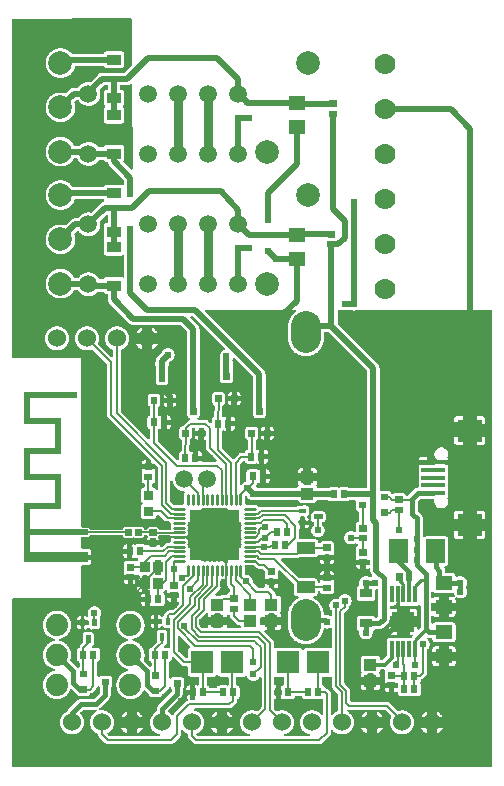
<source format=gtl>
G04 Layer: TopLayer*
G04 EasyEDA v6.3.22, 2020-02-01T14:25:23+03:00*
G04 de8c743d1f944906aa5e958e3f35c1be,ca54920fb7ea4c169f3d1b618bee327e,10*
G04 Gerber Generator version 0.2*
G04 Scale: 100 percent, Rotated: No, Reflected: No *
G04 Dimensions in inches *
G04 leading zeros omitted , absolute positions ,2 integer and 4 decimal *
%FSLAX24Y24*%
%MOIN*%
G90*
G70D02*

%ADD10C,0.010000*%
%ADD11C,0.008000*%
%ADD12C,0.006000*%
%ADD13C,0.020000*%
%ADD14C,0.030000*%
%ADD15C,0.018000*%
%ADD16C,0.015000*%
%ADD17C,0.012000*%
%ADD18C,0.016000*%
%ADD19C,0.008661*%
%ADD20C,0.098425*%
%ADD21C,0.024400*%
%ADD23R,0.025590X0.023620*%
%ADD25R,0.023620X0.025590*%
%ADD26R,0.048000X0.035800*%
%ADD30R,0.012000X0.055000*%
%ADD38R,0.039370X0.031496*%
%ADD39R,0.043307X0.039370*%
%ADD40R,0.057087X0.045670*%
%ADD41C,0.059055*%
%ADD42R,0.078740X0.017717*%
%ADD43R,0.082677X0.074803*%
%ADD44C,0.060000*%
%ADD45C,0.074000*%
%ADD46R,0.076000X0.076000*%
%ADD47C,0.078740*%
%ADD48C,0.070000*%

%LPD*%
G36*
G01X6063Y11319D02*
G01X6037Y11319D01*
G01X6032Y11318D01*
G01X6026Y11317D01*
G01X6021Y11315D01*
G01X6011Y11309D01*
G01X6007Y11305D01*
G01X6001Y11295D01*
G01X5999Y11290D01*
G01X5997Y11278D01*
G01X5998Y11271D01*
G01X5999Y11262D01*
G01X6000Y11254D01*
G01X6000Y11018D01*
G01X5999Y11008D01*
G01X5998Y10999D01*
G01X5995Y10989D01*
G01X5992Y10980D01*
G01X5988Y10972D01*
G01X5984Y10963D01*
G01X5978Y10956D01*
G01X5972Y10948D01*
G01X5958Y10936D01*
G01X5950Y10931D01*
G01X5941Y10926D01*
G01X5936Y10923D01*
G01X5931Y10919D01*
G01X5923Y10909D01*
G01X5919Y10897D01*
G01X5918Y10890D01*
G01X5916Y10562D01*
G01X5916Y10556D01*
G01X5917Y10551D01*
G01X5919Y10545D01*
G01X5922Y10540D01*
G01X5925Y10536D01*
G01X5930Y10532D01*
G01X5934Y10528D01*
G01X5939Y10525D01*
G01X5944Y10523D01*
G01X5950Y10522D01*
G01X5962Y10522D01*
G01X5968Y10524D01*
G01X5988Y10528D01*
G01X6032Y10528D01*
G01X6033Y10387D01*
G01X6027Y10386D01*
G01X6021Y10383D01*
G01X6017Y10380D01*
G01X6012Y10376D01*
G01X6008Y10371D01*
G01X6005Y10366D01*
G01X6003Y10360D01*
G01X6002Y10354D01*
G01X6002Y10244D01*
G01X6003Y10238D01*
G01X6009Y10228D01*
G01X6013Y10223D01*
G01X6017Y10219D01*
G01X6022Y10215D01*
G01X6034Y10211D01*
G01X6035Y10206D01*
G01X6038Y10200D01*
G01X6041Y10195D01*
G01X6045Y10191D01*
G01X6050Y10187D01*
G01X6055Y10184D01*
G01X6061Y10182D01*
G01X6067Y10181D01*
G01X6072Y10180D01*
G01X6160Y10180D01*
G01X6172Y10182D01*
G01X6178Y10184D01*
G01X6183Y10187D01*
G01X6191Y10195D01*
G01X6195Y10200D01*
G01X6197Y10205D01*
G01X6199Y10211D01*
G01X6337Y10211D01*
G01X6339Y10205D01*
G01X6341Y10200D01*
G01X6345Y10195D01*
G01X6353Y10187D01*
G01X6358Y10184D01*
G01X6364Y10182D01*
G01X6376Y10180D01*
G01X6787Y10180D01*
G01X6792Y10181D01*
G01X6798Y10182D01*
G01X6803Y10184D01*
G01X6813Y10190D01*
G01X6817Y10194D01*
G01X6823Y10204D01*
G01X6825Y10209D01*
G01X6827Y10221D01*
G01X6825Y10233D01*
G01X6822Y10239D01*
G01X6819Y10244D01*
G01X6815Y10249D01*
G01X6500Y10564D01*
G01X6494Y10573D01*
G01X6488Y10581D01*
G01X6478Y10599D01*
G01X6472Y10619D01*
G01X6470Y10629D01*
G01X6469Y10639D01*
G01X6468Y10650D01*
G01X6468Y10883D01*
G01X6467Y10888D01*
G01X6465Y10893D01*
G01X6459Y10903D01*
G01X6455Y10907D01*
G01X6450Y10911D01*
G01X6440Y10915D01*
G01X6428Y10917D01*
G01X6389Y10917D01*
G01X6389Y11051D01*
G01X6428Y11051D01*
G01X6440Y11053D01*
G01X6445Y11055D01*
G01X6455Y11061D01*
G01X6459Y11065D01*
G01X6465Y11075D01*
G01X6467Y11080D01*
G01X6468Y11086D01*
G01X6468Y11185D01*
G01X6467Y11191D01*
G01X6465Y11196D01*
G01X6459Y11206D01*
G01X6455Y11210D01*
G01X6445Y11216D01*
G01X6440Y11218D01*
G01X6434Y11219D01*
G01X6389Y11219D01*
G01X6389Y11284D01*
G01X6388Y11290D01*
G01X6386Y11295D01*
G01X6383Y11300D01*
G01X6379Y11305D01*
G01X6375Y11309D01*
G01X6371Y11312D01*
G01X6366Y11315D01*
G01X6361Y11317D01*
G01X6349Y11319D01*
G01X6271Y11319D01*
G01X6259Y11317D01*
G01X6254Y11315D01*
G01X6249Y11312D01*
G01X6245Y11309D01*
G01X6241Y11305D01*
G01X6237Y11300D01*
G01X6234Y11295D01*
G01X6232Y11290D01*
G01X6231Y11284D01*
G01X6231Y11219D01*
G01X6101Y11219D01*
G01X6101Y11262D01*
G01X6102Y11271D01*
G01X6103Y11278D01*
G01X6101Y11290D01*
G01X6099Y11295D01*
G01X6093Y11305D01*
G01X6089Y11309D01*
G01X6079Y11315D01*
G01X6074Y11317D01*
G01X6068Y11318D01*
G01X6063Y11319D01*
G37*

%LPC*%
G36*
G01X6244Y10528D02*
G01X6201Y10528D01*
G01X6201Y10388D01*
G01X6335Y10388D01*
G01X6335Y10437D01*
G01X6334Y10446D01*
G01X6332Y10455D01*
G01X6329Y10464D01*
G01X6325Y10473D01*
G01X6320Y10481D01*
G01X6315Y10488D01*
G01X6309Y10496D01*
G01X6303Y10502D01*
G01X6295Y10508D01*
G01X6288Y10513D01*
G01X6280Y10518D01*
G01X6271Y10522D01*
G01X6262Y10525D01*
G01X6253Y10527D01*
G01X6244Y10528D01*
G37*
G36*
G01X6231Y11051D02*
G01X6101Y11051D01*
G01X6101Y11008D01*
G01X6102Y10999D01*
G01X6104Y10990D01*
G01X6107Y10981D01*
G01X6111Y10972D01*
G01X6116Y10964D01*
G01X6121Y10957D01*
G01X6127Y10949D01*
G01X6133Y10943D01*
G01X6141Y10937D01*
G01X6148Y10932D01*
G01X6156Y10927D01*
G01X6165Y10923D01*
G01X6174Y10920D01*
G01X6183Y10918D01*
G01X6192Y10917D01*
G01X6231Y10917D01*
G01X6231Y11051D01*
G37*

%LPD*%
G36*
G01X9424Y15250D02*
G01X6480Y15250D01*
G01X6475Y15249D01*
G01X6469Y15248D01*
G01X6464Y15246D01*
G01X6454Y15240D01*
G01X6450Y15236D01*
G01X6444Y15226D01*
G01X6442Y15221D01*
G01X6441Y15215D01*
G01X6440Y15210D01*
G01X6440Y15209D01*
G01X6442Y15197D01*
G01X6445Y15191D01*
G01X6448Y15186D01*
G01X6452Y15181D01*
G01X8392Y13242D01*
G01X8401Y13232D01*
G01X8409Y13222D01*
G01X8417Y13211D01*
G01X8424Y13200D01*
G01X8430Y13188D01*
G01X8440Y13164D01*
G01X8444Y13152D01*
G01X8447Y13139D01*
G01X8449Y13126D01*
G01X8451Y13100D01*
G01X8451Y12024D01*
G01X8453Y12017D01*
G01X8456Y12008D01*
G01X8458Y12000D01*
G01X8460Y11982D01*
G01X8460Y11746D01*
G01X8459Y11736D01*
G01X8458Y11727D01*
G01X8456Y11718D01*
G01X8453Y11709D01*
G01X8449Y11700D01*
G01X8444Y11692D01*
G01X8439Y11685D01*
G01X8433Y11677D01*
G01X8427Y11671D01*
G01X8419Y11665D01*
G01X8412Y11660D01*
G01X8404Y11655D01*
G01X8395Y11651D01*
G01X8386Y11648D01*
G01X8377Y11646D01*
G01X8359Y11644D01*
G01X8286Y11644D01*
G01X8268Y11641D01*
G01X8250Y11640D01*
G01X8231Y11641D01*
G01X8213Y11644D01*
G01X8142Y11644D01*
G01X8132Y11645D01*
G01X8123Y11646D01*
G01X8114Y11648D01*
G01X8105Y11651D01*
G01X8096Y11655D01*
G01X8088Y11660D01*
G01X8081Y11665D01*
G01X8073Y11671D01*
G01X8067Y11677D01*
G01X8061Y11685D01*
G01X8056Y11692D01*
G01X8051Y11700D01*
G01X8047Y11709D01*
G01X8044Y11718D01*
G01X8042Y11727D01*
G01X8041Y11736D01*
G01X8040Y11746D01*
G01X8040Y11982D01*
G01X8041Y11993D01*
G01X8043Y12004D01*
G01X8046Y12015D01*
G01X8048Y12022D01*
G01X8048Y13006D01*
G01X8047Y13012D01*
G01X8044Y13018D01*
G01X8041Y13023D01*
G01X8037Y13028D01*
G01X7425Y13639D01*
G01X7421Y13643D01*
G01X7415Y13647D01*
G01X7410Y13649D01*
G01X7403Y13651D01*
G01X7391Y13651D01*
G01X7379Y13647D01*
G01X7374Y13644D01*
G01X7369Y13640D01*
G01X7365Y13635D01*
G01X7362Y13630D01*
G01X7359Y13624D01*
G01X7354Y13610D01*
G01X7351Y13602D01*
G01X7350Y13594D01*
G01X7351Y13594D01*
G01X7350Y13555D01*
G01X7351Y13547D01*
G01X7354Y13539D01*
G01X7359Y13525D01*
G01X7364Y13510D01*
G01X7368Y13495D01*
G01X7372Y13465D01*
G01X7373Y13449D01*
G01X7372Y13434D01*
G01X7368Y13404D01*
G01X7364Y13389D01*
G01X7359Y13374D01*
G01X7354Y13360D01*
G01X7351Y13352D01*
G01X7350Y13344D01*
G01X7351Y13344D01*
G01X7351Y13174D01*
G01X7353Y13167D01*
G01X7356Y13158D01*
G01X7358Y13150D01*
G01X7360Y13132D01*
G01X7360Y12896D01*
G01X7359Y12886D01*
G01X7358Y12877D01*
G01X7356Y12868D01*
G01X7353Y12859D01*
G01X7349Y12850D01*
G01X7344Y12842D01*
G01X7339Y12835D01*
G01X7333Y12827D01*
G01X7327Y12821D01*
G01X7319Y12815D01*
G01X7312Y12810D01*
G01X7304Y12805D01*
G01X7295Y12801D01*
G01X7286Y12798D01*
G01X7277Y12796D01*
G01X7259Y12794D01*
G01X7042Y12794D01*
G01X7032Y12795D01*
G01X7023Y12796D01*
G01X7014Y12798D01*
G01X7005Y12801D01*
G01X6996Y12805D01*
G01X6988Y12810D01*
G01X6981Y12815D01*
G01X6973Y12821D01*
G01X6967Y12827D01*
G01X6961Y12835D01*
G01X6956Y12842D01*
G01X6951Y12850D01*
G01X6947Y12859D01*
G01X6944Y12868D01*
G01X6942Y12877D01*
G01X6941Y12886D01*
G01X6940Y12896D01*
G01X6940Y13132D01*
G01X6941Y13143D01*
G01X6943Y13154D01*
G01X6946Y13165D01*
G01X6948Y13172D01*
G01X6948Y13178D01*
G01X6949Y13344D01*
G01X6948Y13352D01*
G01X6945Y13360D01*
G01X6940Y13374D01*
G01X6935Y13389D01*
G01X6931Y13404D01*
G01X6927Y13434D01*
G01X6926Y13450D01*
G01X6927Y13465D01*
G01X6931Y13495D01*
G01X6935Y13510D01*
G01X6940Y13525D01*
G01X6945Y13539D01*
G01X6948Y13547D01*
G01X6949Y13555D01*
G01X6948Y13555D01*
G01X6949Y13594D01*
G01X6948Y13602D01*
G01X6945Y13610D01*
G01X6940Y13624D01*
G01X6935Y13639D01*
G01X6931Y13654D01*
G01X6927Y13684D01*
G01X6927Y13713D01*
G01X6928Y13727D01*
G01X6930Y13740D01*
G01X6933Y13754D01*
G01X6941Y13780D01*
G01X6947Y13792D01*
G01X6953Y13805D01*
G01X6960Y13817D01*
G01X6967Y13828D01*
G01X6975Y13839D01*
G01X6984Y13849D01*
G01X6994Y13859D01*
G01X7004Y13868D01*
G01X7015Y13877D01*
G01X7026Y13885D01*
G01X7037Y13892D01*
G01X7049Y13899D01*
G01X7062Y13904D01*
G01X7074Y13909D01*
G01X7080Y13912D01*
G01X7085Y13915D01*
G01X7090Y13919D01*
G01X7094Y13924D01*
G01X7097Y13929D01*
G01X7101Y13941D01*
G01X7101Y13953D01*
G01X7099Y13960D01*
G01X7097Y13965D01*
G01X7093Y13971D01*
G01X7089Y13975D01*
G01X6028Y15037D01*
G01X6023Y15041D01*
G01X6018Y15044D01*
G01X6012Y15047D01*
G01X6006Y15048D01*
G01X5976Y15048D01*
G01X5970Y15047D01*
G01X5965Y15045D01*
G01X5955Y15039D01*
G01X5951Y15035D01*
G01X5945Y15025D01*
G01X5943Y15020D01*
G01X5942Y15014D01*
G01X5941Y15009D01*
G01X5942Y15002D01*
G01X5943Y14996D01*
G01X5946Y14990D01*
G01X5949Y14985D01*
G01X5953Y14980D01*
G01X6192Y14742D01*
G01X6201Y14732D01*
G01X6209Y14722D01*
G01X6217Y14711D01*
G01X6224Y14700D01*
G01X6230Y14688D01*
G01X6240Y14664D01*
G01X6244Y14652D01*
G01X6247Y14639D01*
G01X6249Y14626D01*
G01X6251Y14600D01*
G01X6251Y12024D01*
G01X6253Y12017D01*
G01X6256Y12008D01*
G01X6258Y12000D01*
G01X6260Y11982D01*
G01X6260Y11746D01*
G01X6259Y11736D01*
G01X6258Y11727D01*
G01X6256Y11718D01*
G01X6253Y11710D01*
G01X6249Y11701D01*
G01X6245Y11693D01*
G01X6240Y11686D01*
G01X6234Y11678D01*
G01X6228Y11672D01*
G01X6221Y11666D01*
G01X6205Y11656D01*
G01X6200Y11653D01*
G01X6195Y11649D01*
G01X6191Y11644D01*
G01X6188Y11639D01*
G01X6184Y11627D01*
G01X6184Y11615D01*
G01X6185Y11609D01*
G01X6187Y11604D01*
G01X6190Y11599D01*
G01X6194Y11594D01*
G01X6198Y11590D01*
G01X6202Y11587D01*
G01X6207Y11584D01*
G01X6212Y11582D01*
G01X6224Y11580D01*
G01X6460Y11580D01*
G01X6470Y11579D01*
G01X6480Y11577D01*
G01X6500Y11571D01*
G01X6518Y11561D01*
G01X6526Y11555D01*
G01X6535Y11549D01*
G01X6595Y11489D01*
G01X6600Y11485D01*
G01X6605Y11482D01*
G01X6611Y11479D01*
G01X6623Y11477D01*
G01X6624Y11477D01*
G01X6629Y11478D01*
G01X6635Y11479D01*
G01X6640Y11481D01*
G01X6650Y11487D01*
G01X6654Y11491D01*
G01X6660Y11501D01*
G01X6662Y11506D01*
G01X6663Y11512D01*
G01X6664Y11517D01*
G01X6664Y11587D01*
G01X6665Y11595D01*
G01X6667Y11604D01*
G01X6670Y11613D01*
G01X6673Y11621D01*
G01X6683Y11637D01*
G01X6688Y11644D01*
G01X6695Y11650D01*
G01X6701Y11656D01*
G01X6709Y11662D01*
G01X6716Y11666D01*
G01X6725Y11670D01*
G01X6730Y11673D01*
G01X6734Y11676D01*
G01X6738Y11680D01*
G01X6742Y11685D01*
G01X6745Y11690D01*
G01X6747Y11695D01*
G01X6748Y11701D01*
G01X6749Y11706D01*
G01X6754Y12043D01*
G01X6754Y12050D01*
G01X6753Y12056D01*
G01X6750Y12061D01*
G01X6747Y12067D01*
G01X6739Y12075D01*
G01X6733Y12079D01*
G01X6726Y12083D01*
G01X6718Y12089D01*
G01X6712Y12095D01*
G01X6705Y12101D01*
G01X6700Y12108D01*
G01X6690Y12124D01*
G01X6687Y12132D01*
G01X6684Y12141D01*
G01X6682Y12150D01*
G01X6681Y12158D01*
G01X6681Y12413D01*
G01X6682Y12422D01*
G01X6684Y12431D01*
G01X6687Y12440D01*
G01X6691Y12449D01*
G01X6696Y12457D01*
G01X6701Y12464D01*
G01X6707Y12472D01*
G01X6713Y12478D01*
G01X6721Y12484D01*
G01X6728Y12489D01*
G01X6736Y12494D01*
G01X6745Y12498D01*
G01X6754Y12501D01*
G01X6763Y12503D01*
G01X6781Y12505D01*
G01X6998Y12505D01*
G01X7008Y12504D01*
G01X7017Y12503D01*
G01X7026Y12501D01*
G01X7035Y12498D01*
G01X7044Y12494D01*
G01X7052Y12489D01*
G01X7059Y12484D01*
G01X7067Y12478D01*
G01X7073Y12472D01*
G01X7079Y12464D01*
G01X7084Y12457D01*
G01X7089Y12449D01*
G01X7093Y12440D01*
G01X7096Y12431D01*
G01X7098Y12422D01*
G01X7099Y12413D01*
G01X7100Y12403D01*
G01X7100Y12167D01*
G01X7099Y12158D01*
G01X7098Y12148D01*
G01X7092Y12130D01*
G01X7088Y12121D01*
G01X7078Y12105D01*
G01X7064Y12091D01*
G01X7057Y12085D01*
G01X7049Y12080D01*
G01X7040Y12075D01*
G01X7035Y12073D01*
G01X7030Y12069D01*
G01X7026Y12065D01*
G01X7023Y12061D01*
G01X7020Y12056D01*
G01X7018Y12051D01*
G01X7017Y12045D01*
G01X7016Y12040D01*
G01X7011Y11711D01*
G01X7011Y11704D01*
G01X7012Y11699D01*
G01X7014Y11694D01*
G01X7017Y11689D01*
G01X7021Y11684D01*
G01X7025Y11680D01*
G01X7029Y11677D01*
G01X7034Y11674D01*
G01X7040Y11672D01*
G01X7045Y11671D01*
G01X7051Y11670D01*
G01X7058Y11671D01*
G01X7064Y11673D01*
G01X7075Y11676D01*
G01X7087Y11678D01*
G01X7132Y11678D01*
G01X7133Y11537D01*
G01X7127Y11536D01*
G01X7121Y11533D01*
G01X7117Y11530D01*
G01X7112Y11526D01*
G01X7108Y11521D01*
G01X7105Y11516D01*
G01X7103Y11510D01*
G01X7102Y11504D01*
G01X7102Y11395D01*
G01X7103Y11389D01*
G01X7105Y11383D01*
G01X7108Y11378D01*
G01X7112Y11373D01*
G01X7117Y11369D01*
G01X7121Y11366D01*
G01X7127Y11363D01*
G01X7132Y11362D01*
G01X7132Y11221D01*
G01X7088Y11221D01*
G01X7077Y11223D01*
G01X7066Y11226D01*
G01X7060Y11227D01*
G01X7053Y11228D01*
G01X7048Y11227D01*
G01X7042Y11226D01*
G01X7032Y11222D01*
G01X7027Y11218D01*
G01X7023Y11214D01*
G01X7017Y11204D01*
G01X7015Y11199D01*
G01X7014Y11194D01*
G01X7014Y11188D01*
G01X7013Y10637D01*
G01X7015Y10625D01*
G01X7018Y10619D01*
G01X7021Y10614D01*
G01X7025Y10609D01*
G01X7347Y10288D01*
G01X7351Y10284D01*
G01X7357Y10281D01*
G01X7369Y10277D01*
G01X7381Y10277D01*
G01X7393Y10281D01*
G01X7398Y10284D01*
G01X7403Y10288D01*
G01X7564Y10449D01*
G01X7573Y10455D01*
G01X7581Y10461D01*
G01X7599Y10471D01*
G01X7619Y10477D01*
G01X7629Y10479D01*
G01X7639Y10480D01*
G01X7730Y10480D01*
G01X7736Y10481D01*
G01X7743Y10482D01*
G01X7748Y10485D01*
G01X7754Y10488D01*
G01X7759Y10492D01*
G01X7763Y10497D01*
G01X7766Y10502D01*
G01X7768Y10508D01*
G01X7776Y10526D01*
G01X7780Y10534D01*
G01X7792Y10548D01*
G01X7799Y10555D01*
G01X7807Y10560D01*
G01X7814Y10565D01*
G01X7823Y10570D01*
G01X7832Y10573D01*
G01X7837Y10575D01*
G01X7847Y10583D01*
G01X7851Y10588D01*
G01X7854Y10593D01*
G01X7857Y10599D01*
G01X7859Y10611D01*
G01X7859Y10891D01*
G01X7858Y10898D01*
G01X7857Y10904D01*
G01X7854Y10910D01*
G01X7851Y10915D01*
G01X7847Y10920D01*
G01X7842Y10924D01*
G01X7836Y10927D01*
G01X7828Y10932D01*
G01X7821Y10937D01*
G01X7813Y10943D01*
G01X7801Y10957D01*
G01X7796Y10964D01*
G01X7791Y10973D01*
G01X7787Y10981D01*
G01X7784Y10990D01*
G01X7782Y10999D01*
G01X7781Y11008D01*
G01X7781Y11263D01*
G01X7782Y11272D01*
G01X7784Y11281D01*
G01X7787Y11290D01*
G01X7791Y11299D01*
G01X7796Y11307D01*
G01X7801Y11314D01*
G01X7807Y11322D01*
G01X7813Y11328D01*
G01X7821Y11334D01*
G01X7828Y11339D01*
G01X7836Y11344D01*
G01X7845Y11348D01*
G01X7854Y11351D01*
G01X7863Y11353D01*
G01X7881Y11355D01*
G01X8098Y11355D01*
G01X8108Y11354D01*
G01X8117Y11353D01*
G01X8126Y11351D01*
G01X8135Y11348D01*
G01X8144Y11344D01*
G01X8152Y11339D01*
G01X8159Y11334D01*
G01X8167Y11328D01*
G01X8173Y11322D01*
G01X8179Y11314D01*
G01X8184Y11307D01*
G01X8189Y11299D01*
G01X8193Y11290D01*
G01X8196Y11281D01*
G01X8198Y11272D01*
G01X8199Y11263D01*
G01X8200Y11253D01*
G01X8200Y11017D01*
G01X8198Y10999D01*
G01X8196Y10990D01*
G01X8193Y10981D01*
G01X8189Y10972D01*
G01X8179Y10956D01*
G01X8173Y10949D01*
G01X8159Y10937D01*
G01X8151Y10931D01*
G01X8137Y10924D01*
G01X8133Y10919D01*
G01X8128Y10915D01*
G01X8125Y10909D01*
G01X8121Y10897D01*
G01X8121Y10608D01*
G01X8122Y10602D01*
G01X8124Y10597D01*
G01X8130Y10587D01*
G01X8134Y10583D01*
G01X8144Y10577D01*
G01X8149Y10575D01*
G01X8155Y10574D01*
G01X8160Y10573D01*
G01X8171Y10575D01*
G01X8180Y10577D01*
G01X8189Y10578D01*
G01X8232Y10578D01*
G01X8233Y10437D01*
G01X8227Y10436D01*
G01X8221Y10433D01*
G01X8217Y10430D01*
G01X8212Y10426D01*
G01X8208Y10421D01*
G01X8205Y10416D01*
G01X8203Y10410D01*
G01X8202Y10404D01*
G01X8202Y10295D01*
G01X8203Y10289D01*
G01X8205Y10283D01*
G01X8208Y10278D01*
G01X8212Y10273D01*
G01X8217Y10269D01*
G01X8221Y10266D01*
G01X8227Y10263D01*
G01X8232Y10262D01*
G01X8232Y10121D01*
G01X8198Y10120D01*
G01X8187Y10121D01*
G01X8175Y10123D01*
G01X8157Y10129D01*
G01X8142Y10129D01*
G01X8124Y10123D01*
G01X8112Y10121D01*
G01X8101Y10121D01*
G01X7864Y10120D01*
G01X7846Y10122D01*
G01X7838Y10124D01*
G01X7829Y10127D01*
G01X7813Y10135D01*
G01X7805Y10140D01*
G01X7791Y10152D01*
G01X7785Y10159D01*
G01X7780Y10166D01*
G01X7775Y10174D01*
G01X7771Y10182D01*
G01X7766Y10197D01*
G01X7763Y10202D01*
G01X7759Y10207D01*
G01X7754Y10211D01*
G01X7748Y10214D01*
G01X7743Y10217D01*
G01X7736Y10218D01*
G01X7730Y10219D01*
G01X7720Y10218D01*
G01X7714Y10218D01*
G01X7708Y10217D01*
G01X7702Y10214D01*
G01X7697Y10211D01*
G01X7692Y10207D01*
G01X7601Y10115D01*
G01X7597Y10111D01*
G01X7593Y10105D01*
G01X7591Y10100D01*
G01X7589Y10093D01*
G01X7589Y9437D01*
G01X7591Y9432D01*
G01X7593Y9426D01*
G01X7595Y9421D01*
G01X7607Y9409D01*
G01X7612Y9406D01*
G01X7618Y9404D01*
G01X7623Y9403D01*
G01X7635Y9403D01*
G01X7640Y9404D01*
G01X7646Y9406D01*
G01X7651Y9409D01*
G01X7663Y9421D01*
G01X7671Y9433D01*
G01X7689Y9455D01*
G01X7700Y9465D01*
G01X7710Y9474D01*
G01X7734Y9490D01*
G01X7746Y9497D01*
G01X7759Y9503D01*
G01X7773Y9509D01*
G01X7786Y9513D01*
G01X7792Y9515D01*
G01X7797Y9518D01*
G01X7809Y9530D01*
G01X7813Y9540D01*
G01X7815Y9552D01*
G01X7815Y9557D01*
G01X7814Y9571D01*
G01X7814Y9837D01*
G01X7815Y9846D01*
G01X7817Y9855D01*
G01X7820Y9864D01*
G01X7824Y9873D01*
G01X7829Y9881D01*
G01X7834Y9888D01*
G01X7840Y9896D01*
G01X7846Y9902D01*
G01X7854Y9908D01*
G01X7861Y9913D01*
G01X7869Y9918D01*
G01X7878Y9922D01*
G01X7887Y9925D01*
G01X7896Y9927D01*
G01X7905Y9928D01*
G01X7914Y9928D01*
G01X8151Y9929D01*
G01X8162Y9928D01*
G01X8174Y9926D01*
G01X8192Y9920D01*
G01X8207Y9920D01*
G01X8225Y9926D01*
G01X8237Y9928D01*
G01X8282Y9928D01*
G01X8283Y9787D01*
G01X8277Y9786D01*
G01X8271Y9783D01*
G01X8267Y9780D01*
G01X8262Y9776D01*
G01X8258Y9771D01*
G01X8255Y9766D01*
G01X8253Y9760D01*
G01X8252Y9754D01*
G01X8252Y9645D01*
G01X8253Y9639D01*
G01X8255Y9633D01*
G01X8258Y9628D01*
G01X8262Y9623D01*
G01X8267Y9619D01*
G01X8271Y9616D01*
G01X8277Y9613D01*
G01X8282Y9612D01*
G01X8282Y9471D01*
G01X8239Y9471D01*
G01X8229Y9472D01*
G01X8219Y9475D01*
G01X8213Y9476D01*
G01X8208Y9477D01*
G01X8196Y9475D01*
G01X8191Y9473D01*
G01X8186Y9470D01*
G01X8181Y9466D01*
G01X8177Y9462D01*
G01X8173Y9457D01*
G01X8169Y9447D01*
G01X8165Y9435D01*
G01X8160Y9423D01*
G01X8154Y9412D01*
G01X8147Y9401D01*
G01X8140Y9391D01*
G01X8136Y9386D01*
G01X8130Y9371D01*
G01X8130Y9359D01*
G01X8132Y9354D01*
G01X8134Y9348D01*
G01X8136Y9343D01*
G01X8148Y9331D01*
G01X8153Y9329D01*
G01X8159Y9327D01*
G01X8164Y9325D01*
G01X9505Y9325D01*
G01X9517Y9329D01*
G01X9523Y9332D01*
G01X9527Y9337D01*
G01X9531Y9341D01*
G01X9535Y9347D01*
G01X9537Y9352D01*
G01X9540Y9361D01*
G01X9544Y9369D01*
G01X9549Y9377D01*
G01X9552Y9382D01*
G01X9556Y9394D01*
G01X9556Y9405D01*
G01X9552Y9417D01*
G01X9549Y9422D01*
G01X9544Y9430D01*
G01X9540Y9439D01*
G01X9536Y9449D01*
G01X9534Y9458D01*
G01X9532Y9468D01*
G01X9532Y9552D01*
G01X9716Y9552D01*
G01X9716Y9462D01*
G01X9718Y9450D01*
G01X9720Y9445D01*
G01X9723Y9440D01*
G01X9726Y9436D01*
G01X9730Y9431D01*
G01X9740Y9425D01*
G01X9745Y9423D01*
G01X9751Y9422D01*
G01X9948Y9422D01*
G01X9954Y9423D01*
G01X9959Y9425D01*
G01X9969Y9431D01*
G01X9973Y9436D01*
G01X9976Y9440D01*
G01X9979Y9445D01*
G01X9981Y9450D01*
G01X9983Y9462D01*
G01X9983Y9552D01*
G01X10167Y9552D01*
G01X10167Y9468D01*
G01X10165Y9458D01*
G01X10163Y9449D01*
G01X10159Y9439D01*
G01X10155Y9430D01*
G01X10150Y9422D01*
G01X10147Y9417D01*
G01X10143Y9405D01*
G01X10143Y9394D01*
G01X10147Y9382D01*
G01X10150Y9377D01*
G01X10155Y9369D01*
G01X10159Y9361D01*
G01X10162Y9352D01*
G01X10164Y9347D01*
G01X10168Y9341D01*
G01X10177Y9332D01*
G01X10182Y9329D01*
G01X10194Y9325D01*
G01X10583Y9325D01*
G01X10592Y9326D01*
G01X10603Y9328D01*
G01X10614Y9328D01*
G01X10851Y9329D01*
G01X10862Y9328D01*
G01X10874Y9326D01*
G01X10892Y9320D01*
G01X10907Y9320D01*
G01X10925Y9326D01*
G01X10937Y9328D01*
G01X11194Y9328D01*
G01X11203Y9327D01*
G01X11212Y9325D01*
G01X11221Y9322D01*
G01X11237Y9314D01*
G01X11245Y9308D01*
G01X11250Y9305D01*
G01X11262Y9301D01*
G01X11814Y9301D01*
G01X11820Y9302D01*
G01X11825Y9304D01*
G01X11835Y9310D01*
G01X11839Y9314D01*
G01X11845Y9324D01*
G01X11847Y9329D01*
G01X11848Y9335D01*
G01X11848Y13206D01*
G01X11847Y13212D01*
G01X11844Y13218D01*
G01X11841Y13223D01*
G01X11837Y13228D01*
G01X10578Y14487D01*
G01X10573Y14491D01*
G01X10568Y14494D01*
G01X10562Y14497D01*
G01X10556Y14498D01*
G01X10427Y14498D01*
G01X10421Y14497D01*
G01X10416Y14495D01*
G01X10406Y14489D01*
G01X10402Y14485D01*
G01X10396Y14475D01*
G01X10394Y14470D01*
G01X10393Y14464D01*
G01X10393Y14303D01*
G01X10392Y14280D01*
G01X10391Y14258D01*
G01X10389Y14236D01*
G01X10386Y14214D01*
G01X10382Y14192D01*
G01X10378Y14171D01*
G01X10372Y14149D01*
G01X10366Y14128D01*
G01X10352Y14086D01*
G01X10343Y14065D01*
G01X10334Y14045D01*
G01X10324Y14026D01*
G01X10313Y14006D01*
G01X10302Y13987D01*
G01X10290Y13969D01*
G01X10277Y13950D01*
G01X10249Y13916D01*
G01X10234Y13899D01*
G01X10219Y13883D01*
G01X10203Y13868D01*
G01X10186Y13853D01*
G01X10152Y13825D01*
G01X10134Y13813D01*
G01X10115Y13800D01*
G01X10077Y13778D01*
G01X10057Y13768D01*
G01X10037Y13759D01*
G01X9995Y13743D01*
G01X9974Y13736D01*
G01X9953Y13730D01*
G01X9931Y13724D01*
G01X9910Y13720D01*
G01X9888Y13716D01*
G01X9866Y13713D01*
G01X9844Y13711D01*
G01X9822Y13710D01*
G01X9777Y13710D01*
G01X9755Y13711D01*
G01X9733Y13713D01*
G01X9711Y13716D01*
G01X9689Y13720D01*
G01X9668Y13724D01*
G01X9646Y13730D01*
G01X9625Y13736D01*
G01X9604Y13743D01*
G01X9562Y13759D01*
G01X9542Y13768D01*
G01X9522Y13778D01*
G01X9484Y13800D01*
G01X9465Y13813D01*
G01X9447Y13825D01*
G01X9413Y13853D01*
G01X9396Y13868D01*
G01X9380Y13883D01*
G01X9365Y13899D01*
G01X9350Y13916D01*
G01X9322Y13950D01*
G01X9309Y13969D01*
G01X9297Y13987D01*
G01X9286Y14006D01*
G01X9275Y14026D01*
G01X9265Y14045D01*
G01X9256Y14065D01*
G01X9247Y14086D01*
G01X9233Y14128D01*
G01X9227Y14149D01*
G01X9221Y14171D01*
G01X9217Y14192D01*
G01X9213Y14214D01*
G01X9210Y14236D01*
G01X9208Y14258D01*
G01X9207Y14280D01*
G01X9206Y14303D01*
G01X9206Y14700D01*
G01X9208Y14744D01*
G01X9210Y14766D01*
G01X9213Y14788D01*
G01X9221Y14832D01*
G01X9227Y14853D01*
G01X9233Y14875D01*
G01X9240Y14896D01*
G01X9248Y14917D01*
G01X9256Y14937D01*
G01X9265Y14957D01*
G01X9275Y14977D01*
G01X9286Y14997D01*
G01X9298Y15016D01*
G01X9310Y15034D01*
G01X9336Y15070D01*
G01X9350Y15087D01*
G01X9365Y15103D01*
G01X9397Y15135D01*
G01X9413Y15150D01*
G01X9430Y15164D01*
G01X9448Y15177D01*
G01X9453Y15181D01*
G01X9457Y15186D01*
G01X9460Y15191D01*
G01X9464Y15203D01*
G01X9464Y15215D01*
G01X9463Y15221D01*
G01X9461Y15226D01*
G01X9455Y15236D01*
G01X9451Y15240D01*
G01X9441Y15246D01*
G01X9436Y15248D01*
G01X9424Y15250D01*
G37*

%LPC*%
G36*
G01X10066Y9973D02*
G01X9983Y9973D01*
G01X9983Y9798D01*
G01X10167Y9798D01*
G01X10167Y9881D01*
G01X10165Y9890D01*
G01X10163Y9900D01*
G01X10160Y9908D01*
G01X10156Y9917D01*
G01X10152Y9925D01*
G01X10147Y9933D01*
G01X10141Y9940D01*
G01X10134Y9947D01*
G01X10127Y9952D01*
G01X10119Y9958D01*
G01X10103Y9966D01*
G01X10094Y9969D01*
G01X10085Y9971D01*
G01X10075Y9972D01*
G01X10066Y9973D01*
G37*
G36*
G01X9716Y9973D02*
G01X9633Y9973D01*
G01X9624Y9972D01*
G01X9614Y9971D01*
G01X9605Y9969D01*
G01X9596Y9966D01*
G01X9580Y9958D01*
G01X9572Y9952D01*
G01X9565Y9947D01*
G01X9558Y9940D01*
G01X9552Y9933D01*
G01X9547Y9925D01*
G01X9543Y9917D01*
G01X9539Y9908D01*
G01X9536Y9900D01*
G01X9534Y9890D01*
G01X9532Y9881D01*
G01X9532Y9798D01*
G01X9716Y9798D01*
G01X9716Y9973D01*
G37*
G36*
G01X8494Y9928D02*
G01X8451Y9928D01*
G01X8451Y9788D01*
G01X8585Y9788D01*
G01X8585Y9837D01*
G01X8584Y9846D01*
G01X8582Y9855D01*
G01X8579Y9864D01*
G01X8575Y9873D01*
G01X8570Y9881D01*
G01X8565Y9888D01*
G01X8559Y9896D01*
G01X8553Y9902D01*
G01X8545Y9908D01*
G01X8538Y9913D01*
G01X8530Y9918D01*
G01X8521Y9922D01*
G01X8512Y9925D01*
G01X8503Y9927D01*
G01X8494Y9928D01*
G37*
G36*
G01X8585Y9611D02*
G01X8451Y9611D01*
G01X8451Y9471D01*
G01X8494Y9471D01*
G01X8503Y9472D01*
G01X8512Y9474D01*
G01X8521Y9477D01*
G01X8530Y9481D01*
G01X8538Y9486D01*
G01X8545Y9491D01*
G01X8553Y9497D01*
G01X8559Y9503D01*
G01X8565Y9511D01*
G01X8570Y9518D01*
G01X8575Y9526D01*
G01X8579Y9535D01*
G01X8582Y9544D01*
G01X8584Y9553D01*
G01X8585Y9562D01*
G01X8585Y9611D01*
G37*
G36*
G01X8535Y10261D02*
G01X8401Y10261D01*
G01X8401Y10121D01*
G01X8444Y10121D01*
G01X8453Y10122D01*
G01X8462Y10124D01*
G01X8471Y10127D01*
G01X8480Y10131D01*
G01X8488Y10136D01*
G01X8495Y10141D01*
G01X8503Y10147D01*
G01X8509Y10153D01*
G01X8515Y10161D01*
G01X8520Y10168D01*
G01X8525Y10176D01*
G01X8529Y10185D01*
G01X8532Y10194D01*
G01X8534Y10203D01*
G01X8535Y10212D01*
G01X8535Y10261D01*
G37*
G36*
G01X8444Y10578D02*
G01X8401Y10578D01*
G01X8401Y10438D01*
G01X8535Y10438D01*
G01X8535Y10487D01*
G01X8534Y10496D01*
G01X8532Y10505D01*
G01X8529Y10514D01*
G01X8525Y10523D01*
G01X8520Y10531D01*
G01X8515Y10538D01*
G01X8509Y10546D01*
G01X8503Y10552D01*
G01X8495Y10558D01*
G01X8488Y10563D01*
G01X8480Y10568D01*
G01X8471Y10572D01*
G01X8462Y10575D01*
G01X8453Y10577D01*
G01X8444Y10578D01*
G37*
G36*
G01X7344Y11678D02*
G01X7301Y11678D01*
G01X7301Y11538D01*
G01X7435Y11538D01*
G01X7435Y11587D01*
G01X7434Y11596D01*
G01X7432Y11605D01*
G01X7429Y11614D01*
G01X7425Y11623D01*
G01X7420Y11631D01*
G01X7415Y11638D01*
G01X7409Y11646D01*
G01X7403Y11652D01*
G01X7395Y11658D01*
G01X7388Y11663D01*
G01X7380Y11668D01*
G01X7371Y11672D01*
G01X7362Y11675D01*
G01X7353Y11677D01*
G01X7344Y11678D01*
G37*
G36*
G01X7435Y11361D02*
G01X7301Y11361D01*
G01X7301Y11221D01*
G01X7344Y11221D01*
G01X7353Y11222D01*
G01X7362Y11224D01*
G01X7371Y11227D01*
G01X7380Y11231D01*
G01X7388Y11236D01*
G01X7395Y11241D01*
G01X7403Y11247D01*
G01X7409Y11253D01*
G01X7415Y11261D01*
G01X7420Y11268D01*
G01X7425Y11276D01*
G01X7429Y11285D01*
G01X7432Y11294D01*
G01X7434Y11303D01*
G01X7435Y11312D01*
G01X7435Y11361D01*
G37*
G36*
G01X8618Y11355D02*
G01X8589Y11355D01*
G01X8589Y11219D01*
G01X8719Y11219D01*
G01X8719Y11263D01*
G01X8718Y11272D01*
G01X8716Y11281D01*
G01X8713Y11290D01*
G01X8709Y11299D01*
G01X8704Y11307D01*
G01X8699Y11314D01*
G01X8693Y11322D01*
G01X8687Y11328D01*
G01X8679Y11334D01*
G01X8672Y11339D01*
G01X8664Y11344D01*
G01X8655Y11348D01*
G01X8646Y11351D01*
G01X8637Y11353D01*
G01X8628Y11354D01*
G01X8618Y11355D01*
G37*
G36*
G01X8431Y11355D02*
G01X8402Y11355D01*
G01X8392Y11354D01*
G01X8383Y11353D01*
G01X8374Y11351D01*
G01X8365Y11348D01*
G01X8356Y11344D01*
G01X8348Y11339D01*
G01X8341Y11334D01*
G01X8333Y11328D01*
G01X8327Y11322D01*
G01X8321Y11314D01*
G01X8316Y11307D01*
G01X8311Y11299D01*
G01X8307Y11290D01*
G01X8304Y11281D01*
G01X8302Y11272D01*
G01X8301Y11263D01*
G01X8301Y11219D01*
G01X8431Y11219D01*
G01X8431Y11355D01*
G37*
G36*
G01X7331Y12505D02*
G01X7302Y12505D01*
G01X7292Y12504D01*
G01X7283Y12503D01*
G01X7274Y12501D01*
G01X7265Y12498D01*
G01X7256Y12494D01*
G01X7248Y12489D01*
G01X7241Y12484D01*
G01X7233Y12478D01*
G01X7227Y12472D01*
G01X7221Y12464D01*
G01X7216Y12457D01*
G01X7211Y12449D01*
G01X7207Y12440D01*
G01X7204Y12431D01*
G01X7202Y12422D01*
G01X7201Y12413D01*
G01X7201Y12369D01*
G01X7331Y12369D01*
G01X7331Y12505D01*
G37*
G36*
G01X7518Y12505D02*
G01X7489Y12505D01*
G01X7489Y12369D01*
G01X7619Y12369D01*
G01X7619Y12413D01*
G01X7618Y12422D01*
G01X7616Y12431D01*
G01X7613Y12440D01*
G01X7609Y12449D01*
G01X7604Y12457D01*
G01X7599Y12464D01*
G01X7593Y12472D01*
G01X7587Y12478D01*
G01X7579Y12484D01*
G01X7572Y12489D01*
G01X7564Y12494D01*
G01X7555Y12498D01*
G01X7546Y12501D01*
G01X7537Y12503D01*
G01X7528Y12504D01*
G01X7518Y12505D01*
G37*
G36*
G01X7619Y12201D02*
G01X7489Y12201D01*
G01X7489Y12067D01*
G01X7528Y12067D01*
G01X7537Y12068D01*
G01X7546Y12070D01*
G01X7555Y12073D01*
G01X7564Y12077D01*
G01X7572Y12082D01*
G01X7579Y12087D01*
G01X7587Y12093D01*
G01X7593Y12099D01*
G01X7599Y12107D01*
G01X7604Y12114D01*
G01X7609Y12122D01*
G01X7613Y12131D01*
G01X7616Y12140D01*
G01X7618Y12149D01*
G01X7619Y12158D01*
G01X7619Y12201D01*
G37*
G36*
G01X7331Y12201D02*
G01X7201Y12201D01*
G01X7201Y12158D01*
G01X7202Y12149D01*
G01X7204Y12140D01*
G01X7207Y12131D01*
G01X7211Y12122D01*
G01X7216Y12114D01*
G01X7221Y12107D01*
G01X7227Y12099D01*
G01X7233Y12093D01*
G01X7241Y12087D01*
G01X7248Y12082D01*
G01X7256Y12077D01*
G01X7265Y12073D01*
G01X7274Y12070D01*
G01X7283Y12068D01*
G01X7292Y12067D01*
G01X7331Y12067D01*
G01X7331Y12201D01*
G37*
G36*
G01X8431Y11051D02*
G01X8301Y11051D01*
G01X8301Y11008D01*
G01X8302Y10999D01*
G01X8304Y10990D01*
G01X8307Y10981D01*
G01X8311Y10972D01*
G01X8316Y10964D01*
G01X8321Y10957D01*
G01X8327Y10949D01*
G01X8333Y10943D01*
G01X8341Y10937D01*
G01X8348Y10932D01*
G01X8356Y10927D01*
G01X8365Y10923D01*
G01X8374Y10920D01*
G01X8383Y10918D01*
G01X8392Y10917D01*
G01X8431Y10917D01*
G01X8431Y11051D01*
G37*
G36*
G01X8719Y11051D02*
G01X8589Y11051D01*
G01X8589Y10917D01*
G01X8628Y10917D01*
G01X8637Y10918D01*
G01X8646Y10920D01*
G01X8655Y10923D01*
G01X8664Y10927D01*
G01X8672Y10932D01*
G01X8679Y10937D01*
G01X8687Y10943D01*
G01X8693Y10949D01*
G01X8699Y10957D01*
G01X8704Y10964D01*
G01X8709Y10972D01*
G01X8713Y10981D01*
G01X8716Y10990D01*
G01X8718Y10999D01*
G01X8719Y11008D01*
G01X8719Y11051D01*
G37*

%LPD*%
G36*
G01X5327Y9560D02*
G01X5315Y9560D01*
G01X5309Y9559D01*
G01X5304Y9557D01*
G01X5299Y9554D01*
G01X5294Y9550D01*
G01X5290Y9546D01*
G01X5287Y9542D01*
G01X5284Y9537D01*
G01X5282Y9531D01*
G01X5281Y9526D01*
G01X5281Y8864D01*
G01X5282Y8858D01*
G01X5285Y8852D01*
G01X5288Y8847D01*
G01X5292Y8842D01*
G01X5364Y8770D01*
G01X5369Y8766D01*
G01X5374Y8763D01*
G01X5380Y8760D01*
G01X5392Y8758D01*
G01X5397Y8759D01*
G01X5415Y8760D01*
G01X5705Y8760D01*
G01X5710Y8761D01*
G01X5716Y8763D01*
G01X5721Y8766D01*
G01X5733Y8778D01*
G01X5736Y8783D01*
G01X5738Y8789D01*
G01X5739Y8794D01*
G01X5739Y9084D01*
G01X5740Y9095D01*
G01X5741Y9105D01*
G01X5743Y9116D01*
G01X5746Y9127D01*
G01X5749Y9137D01*
G01X5754Y9147D01*
G01X5756Y9152D01*
G01X5758Y9164D01*
G01X5756Y9176D01*
G01X5754Y9182D01*
G01X5751Y9187D01*
G01X5747Y9192D01*
G01X5743Y9196D01*
G01X5738Y9199D01*
G01X5732Y9202D01*
G01X5727Y9203D01*
G01X5721Y9204D01*
G01X5703Y9206D01*
G01X5667Y9212D01*
G01X5650Y9216D01*
G01X5633Y9221D01*
G01X5599Y9233D01*
G01X5582Y9240D01*
G01X5566Y9248D01*
G01X5550Y9257D01*
G01X5535Y9266D01*
G01X5520Y9276D01*
G01X5492Y9298D01*
G01X5479Y9310D01*
G01X5453Y9336D01*
G01X5431Y9364D01*
G01X5420Y9379D01*
G01X5402Y9409D01*
G01X5394Y9425D01*
G01X5386Y9442D01*
G01X5379Y9458D01*
G01X5373Y9475D01*
G01X5368Y9492D01*
G01X5364Y9510D01*
G01X5360Y9527D01*
G01X5356Y9539D01*
G01X5348Y9549D01*
G01X5344Y9553D01*
G01X5338Y9556D01*
G01X5333Y9558D01*
G01X5327Y9560D01*
G37*

%LPD*%
G36*
G01X3966Y24962D02*
G01X3960Y24962D01*
G01X40Y24950D01*
G01X35Y24949D01*
G01X29Y24948D01*
G01X24Y24946D01*
G01X14Y24940D01*
G01X10Y24936D01*
G01X4Y24926D01*
G01X2Y24921D01*
G01X1Y24915D01*
G01X1Y13667D01*
G01X2Y13661D01*
G01X4Y13656D01*
G01X10Y13646D01*
G01X14Y13642D01*
G01X24Y13636D01*
G01X29Y13634D01*
G01X35Y13633D01*
G01X2311Y13633D01*
G01X2311Y8018D01*
G01X2312Y8012D01*
G01X2314Y8007D01*
G01X2320Y7997D01*
G01X2325Y7993D01*
G01X2329Y7990D01*
G01X2334Y7987D01*
G01X2339Y7985D01*
G01X2345Y7984D01*
G01X2529Y7984D01*
G01X2541Y7982D01*
G01X2547Y7980D01*
G01X2559Y7974D01*
G01X2564Y7970D01*
G01X2572Y7960D01*
G01X2575Y7954D01*
G01X2577Y7948D01*
G01X2580Y7942D01*
G01X2583Y7937D01*
G01X2587Y7932D01*
G01X2592Y7928D01*
G01X2597Y7925D01*
G01X2603Y7922D01*
G01X2609Y7921D01*
G01X3683Y7921D01*
G01X3689Y7922D01*
G01X3694Y7925D01*
G01X3700Y7928D01*
G01X3708Y7936D01*
G01X3712Y7942D01*
G01X3714Y7947D01*
G01X3716Y7953D01*
G01X3717Y7959D01*
G01X3717Y7966D01*
G01X3721Y7978D01*
G01X3724Y7984D01*
G01X3732Y7994D01*
G01X3742Y8002D01*
G01X3748Y8005D01*
G01X3755Y8007D01*
G01X3761Y8008D01*
G01X3768Y8009D01*
G01X4003Y8009D01*
G01X4011Y8008D01*
G01X4025Y8004D01*
G01X4031Y8000D01*
G01X4041Y7996D01*
G01X4047Y7995D01*
G01X4052Y7994D01*
G01X4064Y7996D01*
G01X4074Y8000D01*
G01X4080Y8004D01*
G01X4094Y8008D01*
G01X4102Y8009D01*
G01X4338Y8009D01*
G01X4350Y8007D01*
G01X4357Y8005D01*
G01X4363Y8002D01*
G01X4373Y7994D01*
G01X4381Y7984D01*
G01X4384Y7978D01*
G01X4388Y7966D01*
G01X4388Y7959D01*
G01X4389Y7953D01*
G01X4391Y7947D01*
G01X4393Y7942D01*
G01X4397Y7936D01*
G01X4405Y7928D01*
G01X4411Y7925D01*
G01X4416Y7922D01*
G01X4422Y7921D01*
G01X4488Y7921D01*
G01X4494Y7922D01*
G01X4500Y7925D01*
G01X4505Y7928D01*
G01X4510Y7932D01*
G01X4514Y7937D01*
G01X4520Y7947D01*
G01X4521Y7953D01*
G01X4523Y7960D01*
G01X4525Y7966D01*
G01X4528Y7971D01*
G01X4532Y7977D01*
G01X4541Y7986D01*
G01X4553Y7992D01*
G01X4559Y7994D01*
G01X4571Y7996D01*
G01X4828Y7996D01*
G01X4834Y7995D01*
G01X4841Y7994D01*
G01X4847Y7992D01*
G01X4853Y7989D01*
G01X4863Y7981D01*
G01X4868Y7976D01*
G01X4877Y7958D01*
G01X4879Y7946D01*
G01X4881Y7941D01*
G01X4887Y7931D01*
G01X4891Y7927D01*
G01X4901Y7921D01*
G01X4906Y7919D01*
G01X4918Y7917D01*
G01X5260Y7917D01*
G01X5265Y7918D01*
G01X5271Y7919D01*
G01X5276Y7921D01*
G01X5286Y7927D01*
G01X5290Y7931D01*
G01X5296Y7941D01*
G01X5298Y7946D01*
G01X5299Y7952D01*
G01X5300Y7957D01*
G01X5300Y8110D01*
G01X5299Y8115D01*
G01X5298Y8121D01*
G01X5296Y8126D01*
G01X5290Y8136D01*
G01X5286Y8140D01*
G01X5276Y8146D01*
G01X5271Y8148D01*
G01X5266Y8149D01*
G01X5263Y8154D01*
G01X5259Y8159D01*
G01X5254Y8163D01*
G01X5249Y8166D01*
G01X5243Y8168D01*
G01X5237Y8169D01*
G01X5232Y8169D01*
G01X5198Y8170D01*
G01X5188Y8170D01*
G01X5178Y8171D01*
G01X5168Y8173D01*
G01X5148Y8179D01*
G01X5130Y8189D01*
G01X5122Y8195D01*
G01X5113Y8201D01*
G01X4922Y8392D01*
G01X4917Y8396D01*
G01X4912Y8399D01*
G01X4906Y8402D01*
G01X4900Y8403D01*
G01X4840Y8403D01*
G01X4834Y8402D01*
G01X4829Y8399D01*
G01X4823Y8396D01*
G01X4818Y8392D01*
G01X4814Y8387D01*
G01X4811Y8382D01*
G01X4807Y8370D01*
G01X4805Y8361D01*
G01X4799Y8343D01*
G01X4789Y8327D01*
G01X4783Y8319D01*
G01X4776Y8313D01*
G01X4769Y8306D01*
G01X4753Y8296D01*
G01X4745Y8293D01*
G01X4736Y8289D01*
G01X4726Y8287D01*
G01X4717Y8286D01*
G01X4707Y8286D01*
G01X4393Y8285D01*
G01X4383Y8286D01*
G01X4374Y8287D01*
G01X4365Y8289D01*
G01X4356Y8292D01*
G01X4347Y8296D01*
G01X4339Y8301D01*
G01X4332Y8306D01*
G01X4324Y8312D01*
G01X4318Y8318D01*
G01X4312Y8326D01*
G01X4307Y8333D01*
G01X4302Y8341D01*
G01X4298Y8350D01*
G01X4295Y8359D01*
G01X4293Y8368D01*
G01X4292Y8377D01*
G01X4292Y8691D01*
G01X4293Y8700D01*
G01X4295Y8709D01*
G01X4298Y8718D01*
G01X4301Y8726D01*
G01X4306Y8734D01*
G01X4310Y8741D01*
G01X4322Y8755D01*
G01X4329Y8761D01*
G01X4336Y8766D01*
G01X4341Y8770D01*
G01X4346Y8775D01*
G01X4352Y8787D01*
G01X4353Y8793D01*
G01X4354Y8800D01*
G01X4352Y8812D01*
G01X4346Y8824D01*
G01X4341Y8829D01*
G01X4336Y8833D01*
G01X4329Y8838D01*
G01X4322Y8844D01*
G01X4310Y8858D01*
G01X4306Y8865D01*
G01X4301Y8873D01*
G01X4298Y8881D01*
G01X4295Y8890D01*
G01X4293Y8899D01*
G01X4292Y8908D01*
G01X4292Y9222D01*
G01X4293Y9231D01*
G01X4295Y9240D01*
G01X4298Y9249D01*
G01X4306Y9265D01*
G01X4312Y9273D01*
G01X4324Y9287D01*
G01X4331Y9293D01*
G01X4347Y9303D01*
G01X4355Y9306D01*
G01X4373Y9312D01*
G01X4382Y9313D01*
G01X4388Y9314D01*
G01X4394Y9316D01*
G01X4404Y9322D01*
G01X4408Y9326D01*
G01X4412Y9331D01*
G01X4415Y9336D01*
G01X4417Y9341D01*
G01X4418Y9347D01*
G01X4418Y9436D01*
G01X4417Y9443D01*
G01X4414Y9448D01*
G01X4411Y9454D01*
G01X4407Y9459D01*
G01X4402Y9463D01*
G01X4397Y9466D01*
G01X4382Y9471D01*
G01X4374Y9475D01*
G01X4366Y9480D01*
G01X4359Y9485D01*
G01X4352Y9491D01*
G01X4340Y9505D01*
G01X4335Y9513D01*
G01X4327Y9529D01*
G01X4324Y9538D01*
G01X4322Y9546D01*
G01X4321Y9555D01*
G01X4321Y9812D01*
G01X4323Y9824D01*
G01X4329Y9842D01*
G01X4329Y9857D01*
G01X4323Y9875D01*
G01X4321Y9887D01*
G01X4321Y9932D01*
G01X4462Y9933D01*
G01X4463Y9927D01*
G01X4466Y9921D01*
G01X4469Y9917D01*
G01X4473Y9912D01*
G01X4478Y9908D01*
G01X4483Y9905D01*
G01X4489Y9903D01*
G01X4495Y9902D01*
G01X4501Y9902D01*
G01X4501Y9901D01*
G01X4598Y9902D01*
G01X4604Y9902D01*
G01X4610Y9903D01*
G01X4616Y9905D01*
G01X4621Y9908D01*
G01X4626Y9912D01*
G01X4630Y9917D01*
G01X4633Y9921D01*
G01X4636Y9927D01*
G01X4637Y9932D01*
G01X4778Y9932D01*
G01X4778Y9887D01*
G01X4776Y9875D01*
G01X4770Y9857D01*
G01X4770Y9842D01*
G01X4776Y9824D01*
G01X4778Y9812D01*
G01X4778Y9555D01*
G01X4777Y9546D01*
G01X4775Y9538D01*
G01X4772Y9529D01*
G01X4764Y9513D01*
G01X4759Y9505D01*
G01X4747Y9491D01*
G01X4740Y9485D01*
G01X4733Y9480D01*
G01X4725Y9475D01*
G01X4717Y9471D01*
G01X4702Y9466D01*
G01X4697Y9463D01*
G01X4692Y9459D01*
G01X4688Y9454D01*
G01X4685Y9448D01*
G01X4682Y9443D01*
G01X4681Y9436D01*
G01X4681Y9347D01*
G01X4682Y9341D01*
G01X4684Y9336D01*
G01X4687Y9331D01*
G01X4691Y9326D01*
G01X4695Y9322D01*
G01X4705Y9316D01*
G01X4711Y9314D01*
G01X4717Y9313D01*
G01X4726Y9312D01*
G01X4735Y9310D01*
G01X4744Y9307D01*
G01X4753Y9303D01*
G01X4769Y9293D01*
G01X4776Y9286D01*
G01X4783Y9280D01*
G01X4789Y9272D01*
G01X4794Y9264D01*
G01X4798Y9260D01*
G01X4802Y9255D01*
G01X4806Y9252D01*
G01X4811Y9249D01*
G01X4823Y9245D01*
G01X4834Y9245D01*
G01X4840Y9247D01*
G01X4850Y9251D01*
G01X4855Y9255D01*
G01X4859Y9259D01*
G01X4862Y9263D01*
G01X4865Y9268D01*
G01X4867Y9274D01*
G01X4868Y9279D01*
G01X4868Y9985D01*
G01X4867Y9991D01*
G01X4864Y9997D01*
G01X4861Y10002D01*
G01X4857Y10007D01*
G01X4775Y10089D01*
G01X4770Y10093D01*
G01X4765Y10096D01*
G01X4759Y10099D01*
G01X4747Y10101D01*
G01X4639Y10101D01*
G01X4639Y10209D01*
G01X4637Y10221D01*
G01X4634Y10227D01*
G01X4631Y10232D01*
G01X4627Y10237D01*
G01X3200Y11664D01*
G01X3194Y11673D01*
G01X3188Y11681D01*
G01X3178Y11699D01*
G01X3172Y11719D01*
G01X3170Y11729D01*
G01X3169Y11739D01*
G01X3168Y11750D01*
G01X3168Y13435D01*
G01X3167Y13441D01*
G01X3164Y13447D01*
G01X3161Y13452D01*
G01X3157Y13457D01*
G01X2694Y13919D01*
G01X2690Y13924D01*
G01X2684Y13927D01*
G01X2672Y13931D01*
G01X2666Y13931D01*
G01X2658Y13930D01*
G01X2651Y13928D01*
G01X2633Y13921D01*
G01X2614Y13915D01*
G01X2596Y13910D01*
G01X2577Y13906D01*
G01X2558Y13903D01*
G01X2538Y13900D01*
G01X2500Y13898D01*
G01X2464Y13900D01*
G01X2446Y13902D01*
G01X2428Y13905D01*
G01X2410Y13909D01*
G01X2393Y13913D01*
G01X2376Y13918D01*
G01X2359Y13924D01*
G01X2342Y13931D01*
G01X2326Y13938D01*
G01X2309Y13946D01*
G01X2294Y13955D01*
G01X2264Y13975D01*
G01X2249Y13986D01*
G01X2236Y13998D01*
G01X2222Y14010D01*
G01X2210Y14022D01*
G01X2198Y14036D01*
G01X2186Y14049D01*
G01X2175Y14064D01*
G01X2155Y14094D01*
G01X2146Y14109D01*
G01X2138Y14126D01*
G01X2131Y14142D01*
G01X2124Y14159D01*
G01X2118Y14176D01*
G01X2113Y14193D01*
G01X2109Y14210D01*
G01X2105Y14228D01*
G01X2102Y14246D01*
G01X2100Y14264D01*
G01X2098Y14300D01*
G01X2099Y14317D01*
G01X2100Y14335D01*
G01X2102Y14353D01*
G01X2105Y14371D01*
G01X2109Y14389D01*
G01X2113Y14406D01*
G01X2118Y14423D01*
G01X2124Y14440D01*
G01X2131Y14457D01*
G01X2138Y14473D01*
G01X2146Y14490D01*
G01X2155Y14505D01*
G01X2175Y14535D01*
G01X2186Y14550D01*
G01X2198Y14563D01*
G01X2210Y14577D01*
G01X2222Y14589D01*
G01X2236Y14601D01*
G01X2249Y14613D01*
G01X2264Y14624D01*
G01X2294Y14644D01*
G01X2309Y14653D01*
G01X2326Y14661D01*
G01X2342Y14668D01*
G01X2359Y14675D01*
G01X2376Y14681D01*
G01X2393Y14686D01*
G01X2410Y14690D01*
G01X2428Y14694D01*
G01X2446Y14697D01*
G01X2464Y14699D01*
G01X2500Y14701D01*
G01X2517Y14700D01*
G01X2535Y14699D01*
G01X2553Y14697D01*
G01X2571Y14694D01*
G01X2589Y14690D01*
G01X2606Y14686D01*
G01X2623Y14681D01*
G01X2640Y14675D01*
G01X2657Y14668D01*
G01X2673Y14661D01*
G01X2690Y14653D01*
G01X2705Y14644D01*
G01X2735Y14624D01*
G01X2750Y14613D01*
G01X2763Y14601D01*
G01X2777Y14589D01*
G01X2789Y14577D01*
G01X2801Y14563D01*
G01X2813Y14550D01*
G01X2824Y14535D01*
G01X2844Y14505D01*
G01X2853Y14490D01*
G01X2861Y14473D01*
G01X2868Y14457D01*
G01X2875Y14440D01*
G01X2881Y14423D01*
G01X2886Y14406D01*
G01X2890Y14389D01*
G01X2894Y14371D01*
G01X2897Y14353D01*
G01X2899Y14335D01*
G01X2900Y14317D01*
G01X2901Y14300D01*
G01X2900Y14280D01*
G01X2899Y14261D01*
G01X2896Y14241D01*
G01X2893Y14222D01*
G01X2889Y14203D01*
G01X2884Y14185D01*
G01X2878Y14166D01*
G01X2871Y14148D01*
G01X2869Y14141D01*
G01X2868Y14133D01*
G01X2868Y14127D01*
G01X2872Y14115D01*
G01X2875Y14109D01*
G01X2880Y14105D01*
G01X3300Y13684D01*
G01X3305Y13680D01*
G01X3310Y13677D01*
G01X3316Y13674D01*
G01X3328Y13672D01*
G01X3340Y13674D01*
G01X3345Y13676D01*
G01X3355Y13682D01*
G01X3359Y13686D01*
G01X3365Y13696D01*
G01X3367Y13701D01*
G01X3368Y13707D01*
G01X3368Y13899D01*
G01X3367Y13905D01*
G01X3365Y13910D01*
G01X3362Y13915D01*
G01X3358Y13920D01*
G01X3354Y13924D01*
G01X3344Y13930D01*
G01X3328Y13937D01*
G01X3311Y13945D01*
G01X3296Y13954D01*
G01X3280Y13964D01*
G01X3265Y13974D01*
G01X3237Y13996D01*
G01X3224Y14009D01*
G01X3211Y14021D01*
G01X3198Y14035D01*
G01X3187Y14048D01*
G01X3165Y14078D01*
G01X3156Y14093D01*
G01X3147Y14109D01*
G01X3131Y14141D01*
G01X3124Y14158D01*
G01X3118Y14175D01*
G01X3113Y14192D01*
G01X3105Y14228D01*
G01X3102Y14245D01*
G01X3100Y14263D01*
G01X3098Y14299D01*
G01X3098Y14300D01*
G01X3099Y14317D01*
G01X3100Y14335D01*
G01X3102Y14353D01*
G01X3105Y14371D01*
G01X3109Y14389D01*
G01X3113Y14406D01*
G01X3118Y14423D01*
G01X3124Y14440D01*
G01X3131Y14457D01*
G01X3138Y14473D01*
G01X3146Y14490D01*
G01X3155Y14505D01*
G01X3175Y14535D01*
G01X3186Y14550D01*
G01X3198Y14563D01*
G01X3210Y14577D01*
G01X3222Y14589D01*
G01X3236Y14601D01*
G01X3249Y14613D01*
G01X3264Y14624D01*
G01X3294Y14644D01*
G01X3309Y14653D01*
G01X3326Y14661D01*
G01X3342Y14668D01*
G01X3359Y14675D01*
G01X3376Y14681D01*
G01X3393Y14686D01*
G01X3410Y14690D01*
G01X3428Y14694D01*
G01X3446Y14697D01*
G01X3464Y14699D01*
G01X3500Y14701D01*
G01X3517Y14700D01*
G01X3535Y14699D01*
G01X3553Y14697D01*
G01X3571Y14694D01*
G01X3589Y14690D01*
G01X3606Y14686D01*
G01X3623Y14681D01*
G01X3640Y14675D01*
G01X3657Y14668D01*
G01X3673Y14661D01*
G01X3690Y14653D01*
G01X3705Y14644D01*
G01X3735Y14624D01*
G01X3750Y14613D01*
G01X3763Y14601D01*
G01X3777Y14589D01*
G01X3789Y14577D01*
G01X3801Y14563D01*
G01X3813Y14550D01*
G01X3824Y14535D01*
G01X3844Y14505D01*
G01X3853Y14490D01*
G01X3861Y14473D01*
G01X3868Y14457D01*
G01X3875Y14440D01*
G01X3881Y14423D01*
G01X3886Y14406D01*
G01X3890Y14389D01*
G01X3894Y14371D01*
G01X3897Y14353D01*
G01X3899Y14335D01*
G01X3900Y14317D01*
G01X3901Y14300D01*
G01X3901Y14299D01*
G01X3899Y14263D01*
G01X3897Y14245D01*
G01X3894Y14228D01*
G01X3886Y14192D01*
G01X3881Y14175D01*
G01X3875Y14158D01*
G01X3868Y14141D01*
G01X3852Y14109D01*
G01X3843Y14093D01*
G01X3834Y14078D01*
G01X3812Y14048D01*
G01X3801Y14035D01*
G01X3788Y14021D01*
G01X3775Y14009D01*
G01X3762Y13996D01*
G01X3734Y13974D01*
G01X3719Y13964D01*
G01X3703Y13954D01*
G01X3688Y13945D01*
G01X3671Y13937D01*
G01X3655Y13930D01*
G01X3645Y13924D01*
G01X3641Y13920D01*
G01X3637Y13915D01*
G01X3634Y13910D01*
G01X3632Y13905D01*
G01X3631Y13899D01*
G01X3631Y11864D01*
G01X3632Y11858D01*
G01X3635Y11852D01*
G01X3638Y11847D01*
G01X3642Y11842D01*
G01X4533Y10951D01*
G01X4538Y10947D01*
G01X4543Y10944D01*
G01X4549Y10941D01*
G01X4561Y10939D01*
G01X4573Y10941D01*
G01X4578Y10943D01*
G01X4588Y10949D01*
G01X4592Y10953D01*
G01X4598Y10963D01*
G01X4600Y10968D01*
G01X4601Y10974D01*
G01X4601Y10979D01*
G01X4602Y10979D01*
G01X4602Y11241D01*
G01X4600Y11253D01*
G01X4598Y11258D01*
G01X4595Y11263D01*
G01X4591Y11268D01*
G01X4587Y11272D01*
G01X4577Y11278D01*
G01X4568Y11282D01*
G01X4560Y11286D01*
G01X4539Y11304D01*
G01X4533Y11311D01*
G01X4528Y11319D01*
G01X4520Y11335D01*
G01X4517Y11344D01*
G01X4515Y11353D01*
G01X4514Y11362D01*
G01X4514Y11637D01*
G01X4515Y11646D01*
G01X4517Y11655D01*
G01X4520Y11664D01*
G01X4524Y11673D01*
G01X4529Y11681D01*
G01X4534Y11688D01*
G01X4540Y11696D01*
G01X4554Y11708D01*
G01X4562Y11714D01*
G01X4578Y11722D01*
G01X4584Y11724D01*
G01X4589Y11728D01*
G01X4597Y11736D01*
G01X4600Y11741D01*
G01X4602Y11747D01*
G01X4604Y11759D01*
G01X4606Y11992D01*
G01X4606Y11999D01*
G01X4602Y12011D01*
G01X4599Y12016D01*
G01X4595Y12021D01*
G01X4590Y12025D01*
G01X4585Y12028D01*
G01X4569Y12038D01*
G01X4562Y12044D01*
G01X4556Y12050D01*
G01X4550Y12058D01*
G01X4545Y12065D01*
G01X4541Y12073D01*
G01X4537Y12082D01*
G01X4534Y12090D01*
G01X4532Y12099D01*
G01X4531Y12108D01*
G01X4531Y12363D01*
G01X4532Y12372D01*
G01X4534Y12381D01*
G01X4537Y12390D01*
G01X4541Y12399D01*
G01X4546Y12407D01*
G01X4551Y12414D01*
G01X4557Y12422D01*
G01X4563Y12428D01*
G01X4571Y12434D01*
G01X4578Y12439D01*
G01X4586Y12444D01*
G01X4595Y12448D01*
G01X4604Y12451D01*
G01X4613Y12453D01*
G01X4631Y12455D01*
G01X4848Y12455D01*
G01X4858Y12454D01*
G01X4867Y12453D01*
G01X4876Y12451D01*
G01X4885Y12448D01*
G01X4894Y12444D01*
G01X4902Y12439D01*
G01X4909Y12434D01*
G01X4917Y12428D01*
G01X4923Y12422D01*
G01X4929Y12414D01*
G01X4934Y12407D01*
G01X4939Y12399D01*
G01X4943Y12390D01*
G01X4946Y12381D01*
G01X4948Y12372D01*
G01X4949Y12363D01*
G01X4950Y12353D01*
G01X4950Y12118D01*
G01X4949Y12108D01*
G01X4948Y12099D01*
G01X4945Y12089D01*
G01X4942Y12080D01*
G01X4938Y12072D01*
G01X4934Y12063D01*
G01X4928Y12055D01*
G01X4922Y12048D01*
G01X4908Y12036D01*
G01X4900Y12030D01*
G01X4891Y12026D01*
G01X4886Y12023D01*
G01X4881Y12019D01*
G01X4876Y12014D01*
G01X4873Y12009D01*
G01X4870Y12003D01*
G01X4869Y11997D01*
G01X4868Y11990D01*
G01X4866Y11762D01*
G01X4866Y11756D01*
G01X4868Y11751D01*
G01X4870Y11745D01*
G01X4872Y11740D01*
G01X4884Y11728D01*
G01X4889Y11726D01*
G01X4895Y11724D01*
G01X4900Y11722D01*
G01X4912Y11722D01*
G01X4918Y11724D01*
G01X4938Y11728D01*
G01X4948Y11729D01*
G01X4948Y11728D01*
G01X4982Y11728D01*
G01X4983Y11587D01*
G01X4977Y11586D01*
G01X4971Y11583D01*
G01X4967Y11580D01*
G01X4962Y11576D01*
G01X4958Y11571D01*
G01X4955Y11566D01*
G01X4953Y11560D01*
G01X4952Y11554D01*
G01X4952Y11445D01*
G01X4953Y11439D01*
G01X4955Y11433D01*
G01X4958Y11428D01*
G01X4962Y11423D01*
G01X4967Y11419D01*
G01X4971Y11416D01*
G01X4977Y11413D01*
G01X4982Y11412D01*
G01X4982Y11271D01*
G01X4938Y11271D01*
G01X4927Y11273D01*
G01X4916Y11276D01*
G01X4910Y11277D01*
G01X4903Y11278D01*
G01X4898Y11277D01*
G01X4892Y11276D01*
G01X4882Y11272D01*
G01X4877Y11268D01*
G01X4873Y11264D01*
G01X4867Y11254D01*
G01X4865Y11249D01*
G01X4864Y11244D01*
G01X4864Y10881D01*
G01X4865Y10875D01*
G01X4868Y10869D01*
G01X4871Y10864D01*
G01X4875Y10859D01*
G01X5495Y10239D01*
G01X5500Y10235D01*
G01X5505Y10232D01*
G01X5511Y10229D01*
G01X5523Y10227D01*
G01X5524Y10227D01*
G01X5529Y10228D01*
G01X5535Y10229D01*
G01X5540Y10231D01*
G01X5550Y10237D01*
G01X5554Y10241D01*
G01X5560Y10251D01*
G01X5562Y10256D01*
G01X5563Y10262D01*
G01X5564Y10267D01*
G01X5564Y10437D01*
G01X5565Y10446D01*
G01X5567Y10455D01*
G01X5570Y10464D01*
G01X5574Y10473D01*
G01X5579Y10481D01*
G01X5584Y10488D01*
G01X5590Y10496D01*
G01X5596Y10502D01*
G01X5604Y10508D01*
G01X5611Y10513D01*
G01X5620Y10518D01*
G01X5628Y10522D01*
G01X5633Y10524D01*
G01X5643Y10532D01*
G01X5647Y10536D01*
G01X5650Y10541D01*
G01X5652Y10547D01*
G01X5654Y10559D01*
G01X5656Y10892D01*
G01X5656Y10899D01*
G01X5655Y10905D01*
G01X5652Y10910D01*
G01X5649Y10916D01*
G01X5645Y10921D01*
G01X5640Y10925D01*
G01X5635Y10928D01*
G01X5627Y10932D01*
G01X5619Y10938D01*
G01X5612Y10944D01*
G01X5606Y10950D01*
G01X5600Y10957D01*
G01X5595Y10965D01*
G01X5591Y10973D01*
G01X5587Y10982D01*
G01X5584Y10990D01*
G01X5582Y10999D01*
G01X5581Y11008D01*
G01X5581Y11263D01*
G01X5582Y11272D01*
G01X5584Y11281D01*
G01X5587Y11289D01*
G01X5591Y11298D01*
G01X5595Y11306D01*
G01X5600Y11313D01*
G01X5606Y11321D01*
G01X5612Y11327D01*
G01X5619Y11333D01*
G01X5635Y11343D01*
G01X5643Y11347D01*
G01X5652Y11350D01*
G01X5661Y11352D01*
G01X5671Y11356D01*
G01X5676Y11359D01*
G01X5681Y11363D01*
G01X5697Y11383D01*
G01X5707Y11392D01*
G01X5857Y11542D01*
G01X5866Y11550D01*
G01X5876Y11558D01*
G01X5886Y11564D01*
G01X5897Y11570D01*
G01X5909Y11574D01*
G01X5914Y11576D01*
G01X5920Y11580D01*
G01X5925Y11584D01*
G01X5929Y11589D01*
G01X5932Y11594D01*
G01X5936Y11606D01*
G01X5936Y11618D01*
G01X5932Y11630D01*
G01X5929Y11635D01*
G01X5925Y11640D01*
G01X5920Y11644D01*
G01X5915Y11647D01*
G01X5909Y11650D01*
G01X5900Y11653D01*
G01X5891Y11658D01*
G01X5883Y11663D01*
G01X5876Y11669D01*
G01X5862Y11683D01*
G01X5852Y11699D01*
G01X5848Y11708D01*
G01X5842Y11726D01*
G01X5840Y11746D01*
G01X5840Y11982D01*
G01X5841Y11993D01*
G01X5843Y12004D01*
G01X5846Y12015D01*
G01X5848Y12022D01*
G01X5848Y14506D01*
G01X5847Y14512D01*
G01X5844Y14518D01*
G01X5841Y14523D01*
G01X5837Y14528D01*
G01X5628Y14737D01*
G01X5623Y14741D01*
G01X5618Y14744D01*
G01X5612Y14747D01*
G01X5606Y14748D01*
G01X5600Y14748D01*
G01X4664Y14749D01*
G01X4657Y14748D01*
G01X4649Y14746D01*
G01X4642Y14748D01*
G01X4635Y14749D01*
G01X4635Y14748D01*
G01X4364Y14749D01*
G01X4357Y14748D01*
G01X4350Y14746D01*
G01X4342Y14748D01*
G01X4050Y14748D01*
G01X4036Y14749D01*
G01X4023Y14750D01*
G01X4010Y14752D01*
G01X3997Y14755D01*
G01X3985Y14759D01*
G01X3961Y14769D01*
G01X3949Y14775D01*
G01X3938Y14782D01*
G01X3927Y14790D01*
G01X3917Y14798D01*
G01X3907Y14807D01*
G01X3257Y15457D01*
G01X3248Y15467D01*
G01X3240Y15477D01*
G01X3232Y15488D01*
G01X3225Y15499D01*
G01X3219Y15511D01*
G01X3209Y15535D01*
G01X3205Y15547D01*
G01X3202Y15560D01*
G01X3200Y15573D01*
G01X3199Y15586D01*
G01X3198Y15600D01*
G01X3198Y15745D01*
G01X3197Y15751D01*
G01X3195Y15756D01*
G01X3189Y15766D01*
G01X3185Y15770D01*
G01X3175Y15776D01*
G01X3170Y15778D01*
G01X3164Y15779D01*
G01X3159Y15780D01*
G01X3149Y15780D01*
G01X3140Y15781D01*
G01X3122Y15787D01*
G01X3114Y15790D01*
G01X3098Y15800D01*
G01X3091Y15806D01*
G01X3084Y15813D01*
G01X3078Y15820D01*
G01X3073Y15828D01*
G01X3066Y15842D01*
G01X3061Y15846D01*
G01X3057Y15851D01*
G01X3051Y15854D01*
G01X3039Y15858D01*
G01X3033Y15859D01*
G01X2883Y15859D01*
G01X2877Y15858D01*
G01X2872Y15857D01*
G01X2866Y15855D01*
G01X2861Y15852D01*
G01X2853Y15844D01*
G01X2841Y15831D01*
G01X2815Y15805D01*
G01X2801Y15793D01*
G01X2787Y15782D01*
G01X2757Y15762D01*
G01X2725Y15744D01*
G01X2708Y15736D01*
G01X2692Y15730D01*
G01X2674Y15723D01*
G01X2657Y15718D01*
G01X2640Y15714D01*
G01X2622Y15710D01*
G01X2604Y15707D01*
G01X2586Y15705D01*
G01X2550Y15703D01*
G01X2531Y15704D01*
G01X2513Y15705D01*
G01X2495Y15707D01*
G01X2478Y15710D01*
G01X2442Y15718D01*
G01X2425Y15723D01*
G01X2408Y15729D01*
G01X2391Y15736D01*
G01X2359Y15752D01*
G01X2343Y15761D01*
G01X2313Y15781D01*
G01X2299Y15793D01*
G01X2285Y15804D01*
G01X2259Y15830D01*
G01X2247Y15843D01*
G01X2236Y15857D01*
G01X2225Y15872D01*
G01X2215Y15887D01*
G01X2206Y15902D01*
G01X2198Y15912D01*
G01X2194Y15916D01*
G01X2188Y15919D01*
G01X2183Y15921D01*
G01X2171Y15923D01*
G01X2093Y15922D01*
G01X2087Y15922D01*
G01X2080Y15921D01*
G01X2075Y15918D01*
G01X2069Y15915D01*
G01X2064Y15911D01*
G01X2060Y15906D01*
G01X2057Y15901D01*
G01X2048Y15883D01*
G01X2037Y15865D01*
G01X2027Y15848D01*
G01X2003Y15816D01*
G01X1990Y15800D01*
G01X1976Y15785D01*
G01X1962Y15771D01*
G01X1932Y15743D01*
G01X1900Y15719D01*
G01X1866Y15697D01*
G01X1848Y15687D01*
G01X1830Y15678D01*
G01X1812Y15670D01*
G01X1793Y15662D01*
G01X1774Y15655D01*
G01X1755Y15649D01*
G01X1736Y15644D01*
G01X1716Y15639D01*
G01X1696Y15635D01*
G01X1676Y15633D01*
G01X1656Y15630D01*
G01X1636Y15629D01*
G01X1596Y15629D01*
G01X1576Y15630D01*
G01X1556Y15632D01*
G01X1536Y15635D01*
G01X1517Y15639D01*
G01X1497Y15643D01*
G01X1478Y15648D01*
G01X1459Y15654D01*
G01X1440Y15661D01*
G01X1422Y15668D01*
G01X1403Y15677D01*
G01X1386Y15685D01*
G01X1368Y15695D01*
G01X1351Y15705D01*
G01X1334Y15716D01*
G01X1318Y15728D01*
G01X1303Y15740D01*
G01X1287Y15753D01*
G01X1245Y15795D01*
G01X1232Y15811D01*
G01X1220Y15826D01*
G01X1208Y15842D01*
G01X1197Y15859D01*
G01X1187Y15876D01*
G01X1177Y15894D01*
G01X1169Y15911D01*
G01X1160Y15930D01*
G01X1153Y15948D01*
G01X1146Y15967D01*
G01X1140Y15986D01*
G01X1135Y16005D01*
G01X1131Y16025D01*
G01X1127Y16044D01*
G01X1124Y16064D01*
G01X1122Y16084D01*
G01X1121Y16104D01*
G01X1121Y16143D01*
G01X1122Y16163D01*
G01X1124Y16183D01*
G01X1127Y16203D01*
G01X1131Y16222D01*
G01X1135Y16242D01*
G01X1140Y16261D01*
G01X1146Y16280D01*
G01X1153Y16299D01*
G01X1160Y16317D01*
G01X1169Y16336D01*
G01X1177Y16353D01*
G01X1187Y16371D01*
G01X1197Y16388D01*
G01X1208Y16405D01*
G01X1220Y16421D01*
G01X1232Y16436D01*
G01X1245Y16452D01*
G01X1287Y16494D01*
G01X1303Y16507D01*
G01X1318Y16519D01*
G01X1334Y16531D01*
G01X1351Y16542D01*
G01X1368Y16552D01*
G01X1386Y16562D01*
G01X1403Y16570D01*
G01X1422Y16579D01*
G01X1440Y16586D01*
G01X1459Y16593D01*
G01X1478Y16599D01*
G01X1497Y16604D01*
G01X1517Y16608D01*
G01X1536Y16612D01*
G01X1556Y16615D01*
G01X1576Y16617D01*
G01X1596Y16618D01*
G01X1636Y16618D01*
G01X1656Y16617D01*
G01X1676Y16614D01*
G01X1696Y16612D01*
G01X1716Y16608D01*
G01X1736Y16603D01*
G01X1755Y16598D01*
G01X1774Y16592D01*
G01X1793Y16585D01*
G01X1812Y16577D01*
G01X1830Y16569D01*
G01X1848Y16560D01*
G01X1866Y16550D01*
G01X1900Y16528D01*
G01X1932Y16504D01*
G01X1962Y16476D01*
G01X1976Y16462D01*
G01X1990Y16447D01*
G01X2003Y16431D01*
G01X2027Y16399D01*
G01X2037Y16382D01*
G01X2048Y16364D01*
G01X2057Y16346D01*
G01X2060Y16341D01*
G01X2064Y16336D01*
G01X2069Y16332D01*
G01X2075Y16329D01*
G01X2080Y16326D01*
G01X2087Y16325D01*
G01X2209Y16325D01*
G01X2215Y16326D01*
G01X2221Y16329D01*
G01X2226Y16332D01*
G01X2231Y16336D01*
G01X2235Y16340D01*
G01X2246Y16354D01*
G01X2258Y16368D01*
G01X2284Y16394D01*
G01X2298Y16406D01*
G01X2312Y16417D01*
G01X2342Y16437D01*
G01X2374Y16455D01*
G01X2390Y16462D01*
G01X2407Y16469D01*
G01X2424Y16475D01*
G01X2442Y16481D01*
G01X2459Y16485D01*
G01X2477Y16489D01*
G01X2495Y16492D01*
G01X2513Y16494D01*
G01X2531Y16495D01*
G01X2550Y16496D01*
G01X2586Y16494D01*
G01X2603Y16492D01*
G01X2639Y16486D01*
G01X2656Y16481D01*
G01X2674Y16476D01*
G01X2691Y16470D01*
G01X2707Y16463D01*
G01X2724Y16455D01*
G01X2740Y16447D01*
G01X2755Y16438D01*
G01X2785Y16418D01*
G01X2799Y16407D01*
G01X2813Y16395D01*
G01X2826Y16383D01*
G01X2839Y16370D01*
G01X2851Y16357D01*
G01X2862Y16343D01*
G01X2873Y16328D01*
G01X2893Y16298D01*
G01X2901Y16282D01*
G01X2909Y16272D01*
G01X2913Y16268D01*
G01X2919Y16265D01*
G01X2924Y16262D01*
G01X2930Y16261D01*
G01X2937Y16260D01*
G01X2937Y16261D01*
G01X3039Y16261D01*
G01X3051Y16265D01*
G01X3057Y16268D01*
G01X3061Y16273D01*
G01X3066Y16277D01*
G01X3073Y16291D01*
G01X3079Y16299D01*
G01X3091Y16313D01*
G01X3098Y16319D01*
G01X3114Y16329D01*
G01X3123Y16333D01*
G01X3132Y16336D01*
G01X3141Y16338D01*
G01X3150Y16339D01*
G01X3160Y16339D01*
G01X3160Y16340D01*
G01X3639Y16340D01*
G01X3650Y16339D01*
G01X3670Y16335D01*
G01X3680Y16331D01*
G01X3689Y16327D01*
G01X3695Y16324D01*
G01X3702Y16322D01*
G01X3709Y16321D01*
G01X3714Y16322D01*
G01X3720Y16323D01*
G01X3725Y16325D01*
G01X3735Y16331D01*
G01X3739Y16335D01*
G01X3745Y16345D01*
G01X3747Y16350D01*
G01X3748Y16356D01*
G01X3748Y17043D01*
G01X3747Y17049D01*
G01X3745Y17054D01*
G01X3739Y17064D01*
G01X3735Y17068D01*
G01X3725Y17074D01*
G01X3720Y17076D01*
G01X3714Y17077D01*
G01X3709Y17078D01*
G01X3702Y17077D01*
G01X3695Y17075D01*
G01X3689Y17072D01*
G01X3680Y17068D01*
G01X3670Y17064D01*
G01X3650Y17060D01*
G01X3639Y17059D01*
G01X3160Y17059D01*
G01X3150Y17060D01*
G01X3141Y17061D01*
G01X3132Y17063D01*
G01X3123Y17066D01*
G01X3114Y17070D01*
G01X3106Y17075D01*
G01X3099Y17080D01*
G01X3091Y17086D01*
G01X3085Y17092D01*
G01X3079Y17100D01*
G01X3074Y17107D01*
G01X3069Y17115D01*
G01X3065Y17124D01*
G01X3062Y17133D01*
G01X3060Y17142D01*
G01X3059Y17151D01*
G01X3059Y17529D01*
G01X3063Y17549D01*
G01X3067Y17559D01*
G01X3071Y17568D01*
G01X3077Y17577D01*
G01X3080Y17582D01*
G01X3082Y17587D01*
G01X3084Y17593D01*
G01X3084Y17606D01*
G01X3082Y17612D01*
G01X3080Y17617D01*
G01X3077Y17622D01*
G01X3071Y17631D01*
G01X3067Y17640D01*
G01X3063Y17650D01*
G01X3059Y17670D01*
G01X3059Y18048D01*
G01X3060Y18057D01*
G01X3062Y18066D01*
G01X3065Y18075D01*
G01X3073Y18091D01*
G01X3079Y18099D01*
G01X3091Y18113D01*
G01X3098Y18119D01*
G01X3114Y18129D01*
G01X3123Y18132D01*
G01X3131Y18135D01*
G01X3140Y18138D01*
G01X3150Y18139D01*
G01X3159Y18139D01*
G01X3164Y18140D01*
G01X3170Y18141D01*
G01X3175Y18143D01*
G01X3185Y18149D01*
G01X3189Y18153D01*
G01X3195Y18163D01*
G01X3197Y18168D01*
G01X3198Y18174D01*
G01X3198Y18373D01*
G01X3197Y18379D01*
G01X3195Y18384D01*
G01X3189Y18394D01*
G01X3185Y18398D01*
G01X3175Y18404D01*
G01X3170Y18406D01*
G01X3164Y18407D01*
G01X3159Y18408D01*
G01X3152Y18407D01*
G01X3146Y18406D01*
G01X3140Y18403D01*
G01X3135Y18400D01*
G01X3130Y18396D01*
G01X2949Y18215D01*
G01X2945Y18210D01*
G01X2941Y18204D01*
G01X2939Y18199D01*
G01X2938Y18192D01*
G01X2937Y18186D01*
G01X2938Y18178D01*
G01X2941Y18159D01*
G01X2944Y18139D01*
G01X2945Y18119D01*
G01X2946Y18100D01*
G01X2946Y18099D01*
G01X2944Y18063D01*
G01X2942Y18045D01*
G01X2939Y18027D01*
G01X2931Y17991D01*
G01X2925Y17974D01*
G01X2919Y17956D01*
G01X2912Y17939D01*
G01X2896Y17907D01*
G01X2886Y17891D01*
G01X2866Y17861D01*
G01X2854Y17846D01*
G01X2842Y17833D01*
G01X2830Y17819D01*
G01X2816Y17807D01*
G01X2803Y17795D01*
G01X2788Y17783D01*
G01X2758Y17763D01*
G01X2742Y17753D01*
G01X2710Y17737D01*
G01X2693Y17730D01*
G01X2675Y17724D01*
G01X2658Y17718D01*
G01X2622Y17710D01*
G01X2604Y17707D01*
G01X2586Y17705D01*
G01X2550Y17703D01*
G01X2512Y17705D01*
G01X2494Y17707D01*
G01X2476Y17710D01*
G01X2458Y17714D01*
G01X2422Y17724D01*
G01X2404Y17731D01*
G01X2387Y17738D01*
G01X2371Y17746D01*
G01X2354Y17755D01*
G01X2338Y17764D01*
G01X2323Y17774D01*
G01X2308Y17785D01*
G01X2293Y17797D01*
G01X2280Y17809D01*
G01X2266Y17822D01*
G01X2242Y17850D01*
G01X2226Y17870D01*
G01X2221Y17874D01*
G01X2216Y17877D01*
G01X2204Y17881D01*
G01X2192Y17881D01*
G01X2180Y17877D01*
G01X2174Y17873D01*
G01X2170Y17869D01*
G01X2095Y17795D01*
G01X2091Y17790D01*
G01X2088Y17785D01*
G01X2085Y17779D01*
G01X2083Y17767D01*
G01X2084Y17760D01*
G01X2085Y17754D01*
G01X2092Y17733D01*
G01X2098Y17711D01*
G01X2106Y17667D01*
G01X2108Y17644D01*
G01X2110Y17622D01*
G01X2110Y17580D01*
G01X2109Y17560D01*
G01X2107Y17540D01*
G01X2104Y17520D01*
G01X2100Y17501D01*
G01X2096Y17481D01*
G01X2091Y17462D01*
G01X2085Y17443D01*
G01X2078Y17424D01*
G01X2071Y17406D01*
G01X2062Y17387D01*
G01X2054Y17370D01*
G01X2044Y17352D01*
G01X2034Y17335D01*
G01X2023Y17318D01*
G01X2011Y17302D01*
G01X1999Y17287D01*
G01X1986Y17271D01*
G01X1944Y17229D01*
G01X1928Y17216D01*
G01X1913Y17204D01*
G01X1897Y17192D01*
G01X1880Y17181D01*
G01X1863Y17171D01*
G01X1845Y17161D01*
G01X1828Y17153D01*
G01X1809Y17144D01*
G01X1791Y17137D01*
G01X1772Y17130D01*
G01X1753Y17124D01*
G01X1734Y17119D01*
G01X1714Y17115D01*
G01X1695Y17111D01*
G01X1675Y17108D01*
G01X1655Y17106D01*
G01X1635Y17105D01*
G01X1596Y17105D01*
G01X1576Y17106D01*
G01X1556Y17108D01*
G01X1536Y17111D01*
G01X1517Y17115D01*
G01X1497Y17119D01*
G01X1478Y17124D01*
G01X1459Y17130D01*
G01X1440Y17137D01*
G01X1422Y17144D01*
G01X1403Y17153D01*
G01X1386Y17161D01*
G01X1368Y17171D01*
G01X1351Y17181D01*
G01X1334Y17192D01*
G01X1318Y17204D01*
G01X1303Y17216D01*
G01X1287Y17229D01*
G01X1245Y17271D01*
G01X1232Y17287D01*
G01X1220Y17302D01*
G01X1208Y17318D01*
G01X1197Y17335D01*
G01X1187Y17352D01*
G01X1177Y17370D01*
G01X1169Y17387D01*
G01X1160Y17406D01*
G01X1153Y17424D01*
G01X1146Y17443D01*
G01X1140Y17462D01*
G01X1135Y17481D01*
G01X1131Y17501D01*
G01X1127Y17520D01*
G01X1124Y17540D01*
G01X1122Y17560D01*
G01X1121Y17580D01*
G01X1121Y17619D01*
G01X1122Y17639D01*
G01X1124Y17659D01*
G01X1127Y17679D01*
G01X1131Y17698D01*
G01X1135Y17718D01*
G01X1140Y17737D01*
G01X1146Y17756D01*
G01X1153Y17775D01*
G01X1160Y17793D01*
G01X1169Y17812D01*
G01X1177Y17829D01*
G01X1187Y17847D01*
G01X1197Y17864D01*
G01X1208Y17881D01*
G01X1220Y17897D01*
G01X1232Y17912D01*
G01X1245Y17928D01*
G01X1287Y17970D01*
G01X1303Y17983D01*
G01X1318Y17995D01*
G01X1334Y18007D01*
G01X1351Y18018D01*
G01X1368Y18028D01*
G01X1386Y18038D01*
G01X1403Y18046D01*
G01X1422Y18055D01*
G01X1440Y18062D01*
G01X1459Y18069D01*
G01X1478Y18075D01*
G01X1497Y18080D01*
G01X1517Y18084D01*
G01X1536Y18088D01*
G01X1556Y18091D01*
G01X1576Y18093D01*
G01X1596Y18094D01*
G01X1638Y18094D01*
G01X1660Y18092D01*
G01X1683Y18090D01*
G01X1727Y18082D01*
G01X1749Y18076D01*
G01X1770Y18069D01*
G01X1776Y18068D01*
G01X1783Y18067D01*
G01X1795Y18069D01*
G01X1801Y18072D01*
G01X1806Y18075D01*
G01X1811Y18079D01*
G01X1973Y18242D01*
G01X1983Y18251D01*
G01X1993Y18259D01*
G01X2004Y18267D01*
G01X2015Y18274D01*
G01X2027Y18280D01*
G01X2051Y18290D01*
G01X2063Y18294D01*
G01X2076Y18297D01*
G01X2089Y18299D01*
G01X2115Y18301D01*
G01X2192Y18301D01*
G01X2199Y18303D01*
G01X2205Y18305D01*
G01X2215Y18313D01*
G01X2219Y18318D01*
G01X2230Y18334D01*
G01X2241Y18348D01*
G01X2253Y18363D01*
G01X2279Y18389D01*
G01X2293Y18402D01*
G01X2307Y18413D01*
G01X2322Y18424D01*
G01X2338Y18435D01*
G01X2370Y18453D01*
G01X2387Y18461D01*
G01X2404Y18468D01*
G01X2422Y18475D01*
G01X2439Y18480D01*
G01X2457Y18485D01*
G01X2476Y18489D01*
G01X2494Y18492D01*
G01X2512Y18494D01*
G01X2531Y18495D01*
G01X2549Y18496D01*
G01X2550Y18496D01*
G01X2569Y18495D01*
G01X2589Y18494D01*
G01X2609Y18491D01*
G01X2628Y18488D01*
G01X2636Y18487D01*
G01X2642Y18488D01*
G01X2649Y18489D01*
G01X2654Y18491D01*
G01X2660Y18495D01*
G01X2665Y18499D01*
G01X2957Y18792D01*
G01X2967Y18801D01*
G01X2978Y18810D01*
G01X2989Y18817D01*
G01X3013Y18831D01*
G01X3025Y18836D01*
G01X3038Y18841D01*
G01X3051Y18845D01*
G01X3057Y18846D01*
G01X3067Y18852D01*
G01X3071Y18857D01*
G01X3075Y18861D01*
G01X3078Y18866D01*
G01X3080Y18872D01*
G01X3081Y18878D01*
G01X3081Y18889D01*
G01X3080Y18895D01*
G01X3078Y18900D01*
G01X3075Y18905D01*
G01X3069Y18916D01*
G01X3066Y18922D01*
G01X3061Y18926D01*
G01X3057Y18931D01*
G01X3051Y18934D01*
G01X3039Y18938D01*
G01X2114Y18938D01*
G01X2108Y18937D01*
G01X2102Y18934D01*
G01X2097Y18931D01*
G01X2092Y18927D01*
G01X2088Y18923D01*
G01X2085Y18917D01*
G01X2082Y18912D01*
G01X2075Y18893D01*
G01X2067Y18874D01*
G01X2059Y18856D01*
G01X2039Y18820D01*
G01X2017Y18786D01*
G01X1991Y18754D01*
G01X1978Y18739D01*
G01X1964Y18724D01*
G01X1949Y18710D01*
G01X1934Y18697D01*
G01X1918Y18684D01*
G01X1902Y18672D01*
G01X1885Y18661D01*
G01X1867Y18650D01*
G01X1850Y18640D01*
G01X1832Y18631D01*
G01X1813Y18622D01*
G01X1794Y18614D01*
G01X1775Y18607D01*
G01X1756Y18601D01*
G01X1716Y18591D01*
G01X1696Y18587D01*
G01X1676Y18585D01*
G01X1656Y18582D01*
G01X1636Y18581D01*
G01X1596Y18581D01*
G01X1576Y18582D01*
G01X1556Y18584D01*
G01X1536Y18587D01*
G01X1517Y18591D01*
G01X1497Y18595D01*
G01X1478Y18600D01*
G01X1459Y18606D01*
G01X1440Y18613D01*
G01X1422Y18620D01*
G01X1403Y18629D01*
G01X1386Y18637D01*
G01X1368Y18647D01*
G01X1351Y18657D01*
G01X1334Y18668D01*
G01X1318Y18680D01*
G01X1303Y18692D01*
G01X1287Y18705D01*
G01X1245Y18747D01*
G01X1232Y18763D01*
G01X1220Y18778D01*
G01X1208Y18794D01*
G01X1197Y18811D01*
G01X1187Y18828D01*
G01X1177Y18846D01*
G01X1169Y18863D01*
G01X1160Y18882D01*
G01X1153Y18900D01*
G01X1146Y18919D01*
G01X1140Y18938D01*
G01X1135Y18957D01*
G01X1131Y18977D01*
G01X1127Y18996D01*
G01X1124Y19016D01*
G01X1122Y19036D01*
G01X1121Y19056D01*
G01X1121Y19095D01*
G01X1122Y19115D01*
G01X1124Y19135D01*
G01X1127Y19155D01*
G01X1131Y19174D01*
G01X1135Y19194D01*
G01X1140Y19213D01*
G01X1146Y19232D01*
G01X1153Y19251D01*
G01X1160Y19269D01*
G01X1169Y19288D01*
G01X1177Y19305D01*
G01X1187Y19323D01*
G01X1197Y19340D01*
G01X1208Y19357D01*
G01X1220Y19373D01*
G01X1232Y19388D01*
G01X1245Y19404D01*
G01X1287Y19446D01*
G01X1303Y19459D01*
G01X1318Y19471D01*
G01X1334Y19483D01*
G01X1351Y19494D01*
G01X1368Y19504D01*
G01X1386Y19514D01*
G01X1403Y19522D01*
G01X1422Y19531D01*
G01X1440Y19538D01*
G01X1459Y19545D01*
G01X1478Y19551D01*
G01X1497Y19556D01*
G01X1517Y19560D01*
G01X1536Y19564D01*
G01X1556Y19567D01*
G01X1576Y19569D01*
G01X1596Y19570D01*
G01X1636Y19570D01*
G01X1678Y19566D01*
G01X1698Y19563D01*
G01X1718Y19559D01*
G01X1739Y19555D01*
G01X1759Y19549D01*
G01X1778Y19543D01*
G01X1798Y19535D01*
G01X1836Y19519D01*
G01X1872Y19499D01*
G01X1889Y19487D01*
G01X1906Y19476D01*
G01X1923Y19463D01*
G01X1939Y19450D01*
G01X1969Y19422D01*
G01X1983Y19406D01*
G01X1997Y19391D01*
G01X2010Y19374D01*
G01X2022Y19358D01*
G01X2026Y19353D01*
G01X2031Y19348D01*
G01X2036Y19345D01*
G01X2048Y19341D01*
G01X2055Y19340D01*
G01X3033Y19340D01*
G01X3039Y19341D01*
G01X3051Y19345D01*
G01X3057Y19348D01*
G01X3061Y19353D01*
G01X3066Y19357D01*
G01X3073Y19371D01*
G01X3079Y19379D01*
G01X3091Y19393D01*
G01X3098Y19399D01*
G01X3114Y19409D01*
G01X3123Y19413D01*
G01X3132Y19416D01*
G01X3141Y19418D01*
G01X3150Y19419D01*
G01X3649Y19419D01*
G01X3658Y19418D01*
G01X3668Y19416D01*
G01X3677Y19412D01*
G01X3684Y19410D01*
G01X3697Y19410D01*
G01X3703Y19411D01*
G01X3708Y19413D01*
G01X3713Y19416D01*
G01X3717Y19419D01*
G01X3721Y19423D01*
G01X3725Y19428D01*
G01X3728Y19433D01*
G01X3730Y19438D01*
G01X3731Y19444D01*
G01X3731Y19457D01*
G01X3728Y19471D01*
G01X3727Y19485D01*
G01X3727Y19513D01*
G01X3728Y19527D01*
G01X3730Y19541D01*
G01X3733Y19554D01*
G01X3734Y19564D01*
G01X3734Y19570D01*
G01X3733Y19576D01*
G01X3730Y19582D01*
G01X3727Y19587D01*
G01X3723Y19592D01*
G01X3257Y20057D01*
G01X3248Y20067D01*
G01X3240Y20078D01*
G01X3232Y20088D01*
G01X3225Y20100D01*
G01X3213Y20124D01*
G01X3209Y20137D01*
G01X3203Y20155D01*
G01X3197Y20165D01*
G01X3193Y20169D01*
G01X3188Y20173D01*
G01X3183Y20176D01*
G01X3178Y20178D01*
G01X3166Y20180D01*
G01X3150Y20180D01*
G01X3141Y20181D01*
G01X3132Y20183D01*
G01X3123Y20186D01*
G01X3114Y20190D01*
G01X3098Y20200D01*
G01X3091Y20206D01*
G01X3079Y20220D01*
G01X3073Y20228D01*
G01X3066Y20242D01*
G01X3061Y20246D01*
G01X3057Y20251D01*
G01X3051Y20254D01*
G01X3039Y20258D01*
G01X3033Y20259D01*
G01X2920Y20259D01*
G01X2908Y20257D01*
G01X2903Y20255D01*
G01X2898Y20252D01*
G01X2893Y20248D01*
G01X2889Y20244D01*
G01X2886Y20240D01*
G01X2876Y20224D01*
G01X2865Y20210D01*
G01X2854Y20195D01*
G01X2842Y20182D01*
G01X2816Y20156D01*
G01X2802Y20144D01*
G01X2788Y20133D01*
G01X2773Y20122D01*
G01X2757Y20112D01*
G01X2742Y20103D01*
G01X2726Y20094D01*
G01X2692Y20080D01*
G01X2658Y20068D01*
G01X2622Y20060D01*
G01X2604Y20057D01*
G01X2586Y20055D01*
G01X2550Y20053D01*
G01X2514Y20055D01*
G01X2496Y20057D01*
G01X2460Y20063D01*
G01X2426Y20073D01*
G01X2409Y20079D01*
G01X2392Y20086D01*
G01X2376Y20093D01*
G01X2360Y20101D01*
G01X2345Y20110D01*
G01X2329Y20120D01*
G01X2315Y20130D01*
G01X2300Y20141D01*
G01X2274Y20165D01*
G01X2261Y20178D01*
G01X2249Y20191D01*
G01X2227Y20219D01*
G01X2217Y20234D01*
G01X2207Y20250D01*
G01X2199Y20265D01*
G01X2191Y20281D01*
G01X2183Y20298D01*
G01X2181Y20303D01*
G01X2177Y20308D01*
G01X2169Y20316D01*
G01X2164Y20319D01*
G01X2158Y20321D01*
G01X2146Y20323D01*
G01X2093Y20322D01*
G01X2087Y20322D01*
G01X2080Y20321D01*
G01X2075Y20318D01*
G01X2069Y20315D01*
G01X2064Y20311D01*
G01X2060Y20306D01*
G01X2057Y20301D01*
G01X2048Y20283D01*
G01X2037Y20265D01*
G01X2027Y20248D01*
G01X2003Y20216D01*
G01X1990Y20200D01*
G01X1976Y20185D01*
G01X1962Y20171D01*
G01X1932Y20143D01*
G01X1900Y20119D01*
G01X1866Y20097D01*
G01X1848Y20087D01*
G01X1830Y20078D01*
G01X1812Y20070D01*
G01X1793Y20062D01*
G01X1774Y20055D01*
G01X1755Y20049D01*
G01X1736Y20044D01*
G01X1716Y20039D01*
G01X1696Y20035D01*
G01X1676Y20033D01*
G01X1656Y20030D01*
G01X1636Y20029D01*
G01X1596Y20029D01*
G01X1576Y20030D01*
G01X1556Y20032D01*
G01X1536Y20035D01*
G01X1517Y20039D01*
G01X1497Y20043D01*
G01X1478Y20048D01*
G01X1459Y20054D01*
G01X1440Y20061D01*
G01X1422Y20068D01*
G01X1403Y20077D01*
G01X1386Y20085D01*
G01X1368Y20095D01*
G01X1351Y20105D01*
G01X1334Y20116D01*
G01X1318Y20128D01*
G01X1303Y20140D01*
G01X1287Y20153D01*
G01X1245Y20195D01*
G01X1232Y20211D01*
G01X1220Y20226D01*
G01X1208Y20242D01*
G01X1197Y20259D01*
G01X1187Y20276D01*
G01X1177Y20294D01*
G01X1169Y20311D01*
G01X1160Y20330D01*
G01X1153Y20348D01*
G01X1146Y20367D01*
G01X1140Y20386D01*
G01X1135Y20405D01*
G01X1131Y20425D01*
G01X1127Y20444D01*
G01X1124Y20464D01*
G01X1122Y20484D01*
G01X1121Y20504D01*
G01X1121Y20543D01*
G01X1122Y20563D01*
G01X1124Y20583D01*
G01X1127Y20603D01*
G01X1131Y20622D01*
G01X1135Y20642D01*
G01X1140Y20661D01*
G01X1146Y20680D01*
G01X1153Y20699D01*
G01X1160Y20717D01*
G01X1169Y20736D01*
G01X1177Y20753D01*
G01X1187Y20771D01*
G01X1197Y20788D01*
G01X1208Y20805D01*
G01X1220Y20821D01*
G01X1232Y20836D01*
G01X1245Y20852D01*
G01X1287Y20894D01*
G01X1303Y20907D01*
G01X1318Y20919D01*
G01X1334Y20931D01*
G01X1351Y20942D01*
G01X1368Y20952D01*
G01X1386Y20962D01*
G01X1403Y20970D01*
G01X1422Y20979D01*
G01X1440Y20986D01*
G01X1459Y20993D01*
G01X1478Y20999D01*
G01X1497Y21004D01*
G01X1517Y21008D01*
G01X1536Y21012D01*
G01X1556Y21015D01*
G01X1576Y21017D01*
G01X1596Y21018D01*
G01X1636Y21018D01*
G01X1656Y21017D01*
G01X1676Y21014D01*
G01X1696Y21012D01*
G01X1716Y21008D01*
G01X1736Y21003D01*
G01X1755Y20998D01*
G01X1774Y20992D01*
G01X1793Y20985D01*
G01X1812Y20977D01*
G01X1830Y20969D01*
G01X1848Y20960D01*
G01X1866Y20950D01*
G01X1900Y20928D01*
G01X1932Y20904D01*
G01X1962Y20876D01*
G01X1976Y20862D01*
G01X1990Y20847D01*
G01X2003Y20831D01*
G01X2027Y20799D01*
G01X2037Y20782D01*
G01X2048Y20764D01*
G01X2057Y20746D01*
G01X2060Y20741D01*
G01X2064Y20736D01*
G01X2069Y20732D01*
G01X2075Y20729D01*
G01X2080Y20726D01*
G01X2087Y20725D01*
G01X2254Y20725D01*
G01X2260Y20726D01*
G01X2265Y20729D01*
G01X2271Y20732D01*
G01X2275Y20736D01*
G01X2288Y20748D01*
G01X2316Y20770D01*
G01X2346Y20790D01*
G01X2361Y20798D01*
G01X2377Y20806D01*
G01X2394Y20814D01*
G01X2410Y20820D01*
G01X2427Y20826D01*
G01X2461Y20836D01*
G01X2479Y20839D01*
G01X2496Y20842D01*
G01X2514Y20844D01*
G01X2550Y20846D01*
G01X2586Y20844D01*
G01X2604Y20842D01*
G01X2621Y20839D01*
G01X2639Y20836D01*
G01X2657Y20831D01*
G01X2674Y20826D01*
G01X2691Y20820D01*
G01X2708Y20813D01*
G01X2740Y20797D01*
G01X2756Y20788D01*
G01X2786Y20768D01*
G01X2800Y20757D01*
G01X2814Y20745D01*
G01X2827Y20733D01*
G01X2839Y20720D01*
G01X2852Y20706D01*
G01X2863Y20692D01*
G01X2874Y20677D01*
G01X2878Y20673D01*
G01X2882Y20668D01*
G01X2888Y20665D01*
G01X2900Y20661D01*
G01X3039Y20661D01*
G01X3051Y20665D01*
G01X3057Y20668D01*
G01X3061Y20673D01*
G01X3066Y20677D01*
G01X3073Y20691D01*
G01X3079Y20699D01*
G01X3091Y20713D01*
G01X3098Y20719D01*
G01X3114Y20729D01*
G01X3123Y20733D01*
G01X3132Y20736D01*
G01X3141Y20738D01*
G01X3150Y20739D01*
G01X3160Y20739D01*
G01X3160Y20740D01*
G01X3639Y20740D01*
G01X3649Y20739D01*
G01X3658Y20738D01*
G01X3667Y20736D01*
G01X3676Y20733D01*
G01X3685Y20729D01*
G01X3693Y20724D01*
G01X3700Y20719D01*
G01X3708Y20713D01*
G01X3714Y20707D01*
G01X3720Y20699D01*
G01X3725Y20692D01*
G01X3730Y20684D01*
G01X3734Y20675D01*
G01X3737Y20666D01*
G01X3739Y20657D01*
G01X3740Y20648D01*
G01X3740Y20528D01*
G01X3741Y20522D01*
G01X3742Y20517D01*
G01X3746Y20503D01*
G01X3748Y20488D01*
G01X3750Y20474D01*
G01X3751Y20460D01*
G01X3751Y20459D01*
G01X3750Y20445D01*
G01X3748Y20431D01*
G01X3746Y20416D01*
G01X3742Y20402D01*
G01X3741Y20397D01*
G01X3740Y20391D01*
G01X3740Y20271D01*
G01X3739Y20261D01*
G01X3736Y20251D01*
G01X3733Y20242D01*
G01X3729Y20233D01*
G01X3724Y20224D01*
G01X3718Y20217D01*
G01X3714Y20211D01*
G01X3711Y20205D01*
G01X3709Y20198D01*
G01X3709Y20185D01*
G01X3713Y20173D01*
G01X3716Y20168D01*
G01X3720Y20163D01*
G01X3957Y19926D01*
G01X3962Y19922D01*
G01X3967Y19919D01*
G01X3973Y19916D01*
G01X3985Y19914D01*
G01X3997Y19916D01*
G01X4002Y19918D01*
G01X4012Y19924D01*
G01X4016Y19928D01*
G01X4022Y19938D01*
G01X4024Y19943D01*
G01X4025Y19949D01*
G01X4025Y19955D01*
G01X4011Y22744D01*
G01X4011Y22750D01*
G01X4009Y22755D01*
G01X4007Y22761D01*
G01X4005Y22766D01*
G01X3997Y22774D01*
G01X3993Y22777D01*
G01X3988Y22780D01*
G01X3982Y22782D01*
G01X3977Y22783D01*
G01X3971Y22784D01*
G01X3964Y22783D01*
G01X3957Y22781D01*
G01X3950Y22778D01*
G01X3938Y22771D01*
G01X3926Y22765D01*
G01X3913Y22760D01*
G01X3900Y22756D01*
G01X3887Y22753D01*
G01X3873Y22750D01*
G01X3859Y22749D01*
G01X3846Y22748D01*
G01X3635Y22748D01*
G01X3629Y22747D01*
G01X3624Y22745D01*
G01X3614Y22739D01*
G01X3610Y22735D01*
G01X3604Y22725D01*
G01X3602Y22720D01*
G01X3601Y22714D01*
G01X3601Y22624D01*
G01X3602Y22618D01*
G01X3604Y22613D01*
G01X3610Y22603D01*
G01X3614Y22599D01*
G01X3624Y22593D01*
G01X3629Y22591D01*
G01X3635Y22590D01*
G01X3640Y22589D01*
G01X3649Y22589D01*
G01X3659Y22588D01*
G01X3668Y22585D01*
G01X3676Y22582D01*
G01X3685Y22579D01*
G01X3701Y22569D01*
G01X3708Y22563D01*
G01X3720Y22549D01*
G01X3726Y22541D01*
G01X3734Y22525D01*
G01X3737Y22516D01*
G01X3739Y22507D01*
G01X3740Y22498D01*
G01X3740Y22121D01*
G01X3739Y22112D01*
G01X3736Y22102D01*
G01X3733Y22093D01*
G01X3729Y22085D01*
G01X3725Y22076D01*
G01X3719Y22068D01*
G01X3713Y22061D01*
G01X3706Y22055D01*
G01X3702Y22051D01*
G01X3696Y22041D01*
G01X3694Y22036D01*
G01X3693Y22030D01*
G01X3692Y22025D01*
G01X3694Y22013D01*
G01X3696Y22008D01*
G01X3702Y21998D01*
G01X3706Y21994D01*
G01X3713Y21988D01*
G01X3719Y21981D01*
G01X3725Y21973D01*
G01X3729Y21964D01*
G01X3733Y21956D01*
G01X3736Y21947D01*
G01X3739Y21937D01*
G01X3740Y21928D01*
G01X3740Y21551D01*
G01X3739Y21542D01*
G01X3737Y21533D01*
G01X3734Y21524D01*
G01X3730Y21515D01*
G01X3725Y21507D01*
G01X3720Y21500D01*
G01X3714Y21492D01*
G01X3708Y21486D01*
G01X3700Y21480D01*
G01X3693Y21475D01*
G01X3685Y21470D01*
G01X3676Y21466D01*
G01X3667Y21463D01*
G01X3658Y21461D01*
G01X3649Y21460D01*
G01X3639Y21459D01*
G01X3160Y21459D01*
G01X3150Y21460D01*
G01X3141Y21461D01*
G01X3132Y21463D01*
G01X3123Y21466D01*
G01X3114Y21470D01*
G01X3106Y21475D01*
G01X3099Y21480D01*
G01X3091Y21486D01*
G01X3085Y21492D01*
G01X3079Y21500D01*
G01X3074Y21507D01*
G01X3069Y21515D01*
G01X3065Y21524D01*
G01X3062Y21533D01*
G01X3060Y21542D01*
G01X3059Y21551D01*
G01X3059Y21928D01*
G01X3060Y21937D01*
G01X3063Y21947D01*
G01X3066Y21956D01*
G01X3070Y21964D01*
G01X3074Y21973D01*
G01X3080Y21981D01*
G01X3086Y21988D01*
G01X3093Y21994D01*
G01X3097Y21998D01*
G01X3103Y22008D01*
G01X3105Y22013D01*
G01X3106Y22019D01*
G01X3107Y22024D01*
G01X3105Y22036D01*
G01X3103Y22041D01*
G01X3097Y22051D01*
G01X3093Y22055D01*
G01X3086Y22061D01*
G01X3080Y22068D01*
G01X3074Y22076D01*
G01X3070Y22085D01*
G01X3066Y22093D01*
G01X3063Y22102D01*
G01X3060Y22112D01*
G01X3059Y22121D01*
G01X3059Y22498D01*
G01X3060Y22507D01*
G01X3062Y22516D01*
G01X3065Y22525D01*
G01X3073Y22541D01*
G01X3079Y22549D01*
G01X3091Y22563D01*
G01X3098Y22569D01*
G01X3114Y22579D01*
G01X3123Y22582D01*
G01X3131Y22585D01*
G01X3140Y22588D01*
G01X3150Y22589D01*
G01X3159Y22589D01*
G01X3164Y22590D01*
G01X3170Y22591D01*
G01X3175Y22593D01*
G01X3185Y22599D01*
G01X3189Y22603D01*
G01X3195Y22613D01*
G01X3197Y22618D01*
G01X3198Y22624D01*
G01X3198Y22714D01*
G01X3197Y22720D01*
G01X3195Y22725D01*
G01X3189Y22735D01*
G01X3185Y22739D01*
G01X3175Y22745D01*
G01X3170Y22747D01*
G01X3164Y22748D01*
G01X3093Y22748D01*
G01X3087Y22747D01*
G01X3081Y22744D01*
G01X3076Y22741D01*
G01X3071Y22737D01*
G01X2939Y22604D01*
G01X2935Y22600D01*
G01X2931Y22594D01*
G01X2929Y22589D01*
G01X2927Y22582D01*
G01X2927Y22570D01*
G01X2929Y22565D01*
G01X2934Y22546D01*
G01X2938Y22527D01*
G01X2941Y22508D01*
G01X2944Y22488D01*
G01X2945Y22469D01*
G01X2946Y22449D01*
G01X2944Y22413D01*
G01X2942Y22395D01*
G01X2939Y22377D01*
G01X2931Y22341D01*
G01X2925Y22324D01*
G01X2919Y22306D01*
G01X2912Y22289D01*
G01X2896Y22257D01*
G01X2886Y22241D01*
G01X2866Y22211D01*
G01X2854Y22196D01*
G01X2842Y22183D01*
G01X2830Y22169D01*
G01X2816Y22157D01*
G01X2803Y22145D01*
G01X2788Y22133D01*
G01X2758Y22113D01*
G01X2742Y22103D01*
G01X2710Y22087D01*
G01X2693Y22080D01*
G01X2675Y22074D01*
G01X2658Y22068D01*
G01X2622Y22060D01*
G01X2604Y22057D01*
G01X2586Y22055D01*
G01X2568Y22054D01*
G01X2549Y22053D01*
G01X2531Y22054D01*
G01X2512Y22055D01*
G01X2494Y22057D01*
G01X2476Y22060D01*
G01X2457Y22064D01*
G01X2439Y22069D01*
G01X2422Y22074D01*
G01X2404Y22081D01*
G01X2387Y22088D01*
G01X2370Y22096D01*
G01X2338Y22114D01*
G01X2322Y22125D01*
G01X2307Y22136D01*
G01X2293Y22147D01*
G01X2279Y22160D01*
G01X2253Y22186D01*
G01X2241Y22201D01*
G01X2230Y22215D01*
G01X2219Y22231D01*
G01X2215Y22236D01*
G01X2205Y22244D01*
G01X2199Y22246D01*
G01X2192Y22248D01*
G01X2159Y22248D01*
G01X2153Y22247D01*
G01X2147Y22244D01*
G01X2142Y22241D01*
G01X2137Y22237D01*
G01X2095Y22195D01*
G01X2091Y22190D01*
G01X2088Y22185D01*
G01X2085Y22179D01*
G01X2083Y22167D01*
G01X2084Y22160D01*
G01X2085Y22154D01*
G01X2092Y22133D01*
G01X2098Y22111D01*
G01X2106Y22067D01*
G01X2108Y22044D01*
G01X2110Y22022D01*
G01X2110Y21980D01*
G01X2109Y21960D01*
G01X2107Y21940D01*
G01X2104Y21920D01*
G01X2100Y21901D01*
G01X2096Y21881D01*
G01X2091Y21862D01*
G01X2085Y21843D01*
G01X2078Y21824D01*
G01X2071Y21806D01*
G01X2062Y21787D01*
G01X2054Y21770D01*
G01X2044Y21752D01*
G01X2034Y21735D01*
G01X2023Y21718D01*
G01X2011Y21702D01*
G01X1999Y21687D01*
G01X1986Y21671D01*
G01X1944Y21629D01*
G01X1928Y21616D01*
G01X1913Y21604D01*
G01X1897Y21592D01*
G01X1880Y21581D01*
G01X1863Y21571D01*
G01X1845Y21561D01*
G01X1828Y21553D01*
G01X1809Y21544D01*
G01X1791Y21537D01*
G01X1772Y21530D01*
G01X1753Y21524D01*
G01X1734Y21519D01*
G01X1714Y21515D01*
G01X1695Y21511D01*
G01X1675Y21508D01*
G01X1655Y21506D01*
G01X1635Y21505D01*
G01X1596Y21505D01*
G01X1576Y21506D01*
G01X1556Y21508D01*
G01X1536Y21511D01*
G01X1517Y21515D01*
G01X1497Y21519D01*
G01X1478Y21524D01*
G01X1459Y21530D01*
G01X1440Y21537D01*
G01X1422Y21544D01*
G01X1403Y21553D01*
G01X1386Y21561D01*
G01X1368Y21571D01*
G01X1351Y21581D01*
G01X1334Y21592D01*
G01X1318Y21604D01*
G01X1303Y21616D01*
G01X1287Y21629D01*
G01X1245Y21671D01*
G01X1232Y21687D01*
G01X1220Y21702D01*
G01X1208Y21718D01*
G01X1197Y21735D01*
G01X1187Y21752D01*
G01X1177Y21770D01*
G01X1169Y21787D01*
G01X1160Y21806D01*
G01X1153Y21824D01*
G01X1146Y21843D01*
G01X1140Y21862D01*
G01X1135Y21881D01*
G01X1131Y21901D01*
G01X1127Y21920D01*
G01X1124Y21940D01*
G01X1122Y21960D01*
G01X1121Y21980D01*
G01X1121Y22019D01*
G01X1122Y22039D01*
G01X1124Y22059D01*
G01X1127Y22079D01*
G01X1131Y22098D01*
G01X1135Y22118D01*
G01X1140Y22137D01*
G01X1146Y22156D01*
G01X1153Y22175D01*
G01X1160Y22193D01*
G01X1169Y22212D01*
G01X1177Y22229D01*
G01X1187Y22247D01*
G01X1197Y22264D01*
G01X1208Y22281D01*
G01X1220Y22297D01*
G01X1232Y22312D01*
G01X1245Y22328D01*
G01X1287Y22370D01*
G01X1303Y22383D01*
G01X1318Y22395D01*
G01X1334Y22407D01*
G01X1351Y22418D01*
G01X1368Y22428D01*
G01X1386Y22438D01*
G01X1403Y22446D01*
G01X1422Y22455D01*
G01X1440Y22462D01*
G01X1459Y22469D01*
G01X1478Y22475D01*
G01X1497Y22480D01*
G01X1517Y22484D01*
G01X1536Y22488D01*
G01X1556Y22491D01*
G01X1576Y22493D01*
G01X1596Y22494D01*
G01X1638Y22494D01*
G01X1660Y22492D01*
G01X1683Y22490D01*
G01X1727Y22482D01*
G01X1749Y22476D01*
G01X1770Y22469D01*
G01X1776Y22468D01*
G01X1783Y22467D01*
G01X1795Y22469D01*
G01X1801Y22472D01*
G01X1806Y22475D01*
G01X1811Y22479D01*
G01X1923Y22592D01*
G01X1933Y22601D01*
G01X1943Y22609D01*
G01X1954Y22617D01*
G01X1965Y22624D01*
G01X1977Y22630D01*
G01X2001Y22640D01*
G01X2013Y22644D01*
G01X2026Y22647D01*
G01X2039Y22649D01*
G01X2065Y22651D01*
G01X2192Y22651D01*
G01X2199Y22653D01*
G01X2205Y22655D01*
G01X2215Y22663D01*
G01X2219Y22668D01*
G01X2230Y22684D01*
G01X2241Y22698D01*
G01X2253Y22713D01*
G01X2279Y22739D01*
G01X2293Y22752D01*
G01X2307Y22763D01*
G01X2322Y22774D01*
G01X2338Y22785D01*
G01X2370Y22803D01*
G01X2387Y22811D01*
G01X2404Y22818D01*
G01X2422Y22825D01*
G01X2439Y22830D01*
G01X2457Y22835D01*
G01X2476Y22839D01*
G01X2494Y22842D01*
G01X2512Y22844D01*
G01X2531Y22845D01*
G01X2549Y22846D01*
G01X2550Y22846D01*
G01X2569Y22845D01*
G01X2589Y22844D01*
G01X2599Y22844D01*
G01X2611Y22848D01*
G01X2616Y22851D01*
G01X2621Y22855D01*
G01X2857Y23092D01*
G01X2867Y23101D01*
G01X2877Y23109D01*
G01X2888Y23117D01*
G01X2899Y23124D01*
G01X2911Y23130D01*
G01X2935Y23140D01*
G01X2947Y23144D01*
G01X2960Y23147D01*
G01X2973Y23149D01*
G01X2986Y23150D01*
G01X3000Y23151D01*
G01X3752Y23151D01*
G01X3758Y23152D01*
G01X3770Y23158D01*
G01X3774Y23162D01*
G01X3996Y23382D01*
G01X4000Y23387D01*
G01X4003Y23393D01*
G01X4006Y23398D01*
G01X4007Y23405D01*
G01X4008Y23411D01*
G01X4000Y24922D01*
G01X3999Y24928D01*
G01X3998Y24933D01*
G01X3996Y24939D01*
G01X3993Y24944D01*
G01X3990Y24948D01*
G01X3986Y24952D01*
G01X3981Y24956D01*
G01X3966Y24962D01*
G37*

%LPC*%
G36*
G01X1635Y23970D02*
G01X1596Y23970D01*
G01X1576Y23969D01*
G01X1556Y23967D01*
G01X1536Y23964D01*
G01X1517Y23960D01*
G01X1497Y23956D01*
G01X1478Y23951D01*
G01X1459Y23945D01*
G01X1440Y23938D01*
G01X1422Y23931D01*
G01X1403Y23922D01*
G01X1386Y23914D01*
G01X1368Y23904D01*
G01X1351Y23894D01*
G01X1334Y23883D01*
G01X1318Y23871D01*
G01X1303Y23859D01*
G01X1287Y23846D01*
G01X1245Y23804D01*
G01X1232Y23788D01*
G01X1220Y23773D01*
G01X1208Y23757D01*
G01X1197Y23740D01*
G01X1187Y23723D01*
G01X1177Y23705D01*
G01X1169Y23688D01*
G01X1160Y23669D01*
G01X1153Y23651D01*
G01X1146Y23632D01*
G01X1140Y23613D01*
G01X1135Y23594D01*
G01X1131Y23574D01*
G01X1127Y23555D01*
G01X1124Y23535D01*
G01X1122Y23515D01*
G01X1121Y23495D01*
G01X1121Y23456D01*
G01X1122Y23436D01*
G01X1124Y23416D01*
G01X1127Y23396D01*
G01X1131Y23377D01*
G01X1135Y23357D01*
G01X1140Y23338D01*
G01X1146Y23319D01*
G01X1153Y23300D01*
G01X1160Y23282D01*
G01X1169Y23263D01*
G01X1177Y23246D01*
G01X1187Y23228D01*
G01X1197Y23211D01*
G01X1208Y23194D01*
G01X1220Y23178D01*
G01X1232Y23163D01*
G01X1245Y23147D01*
G01X1287Y23105D01*
G01X1303Y23092D01*
G01X1318Y23080D01*
G01X1334Y23068D01*
G01X1351Y23057D01*
G01X1368Y23047D01*
G01X1386Y23037D01*
G01X1403Y23029D01*
G01X1422Y23020D01*
G01X1440Y23013D01*
G01X1459Y23006D01*
G01X1478Y23000D01*
G01X1497Y22995D01*
G01X1517Y22991D01*
G01X1536Y22987D01*
G01X1556Y22984D01*
G01X1576Y22982D01*
G01X1596Y22981D01*
G01X1635Y22981D01*
G01X1655Y22982D01*
G01X1675Y22984D01*
G01X1695Y22987D01*
G01X1715Y22991D01*
G01X1734Y22995D01*
G01X1753Y23000D01*
G01X1772Y23006D01*
G01X1810Y23020D01*
G01X1846Y23038D01*
G01X1863Y23047D01*
G01X1897Y23069D01*
G01X1913Y23080D01*
G01X1929Y23093D01*
G01X1959Y23119D01*
G01X1973Y23133D01*
G01X1999Y23163D01*
G01X2023Y23195D01*
G01X2034Y23212D01*
G01X2054Y23246D01*
G01X2063Y23264D01*
G01X2071Y23282D01*
G01X2085Y23320D01*
G01X2091Y23339D01*
G01X2096Y23358D01*
G01X2098Y23364D01*
G01X2100Y23369D01*
G01X2104Y23374D01*
G01X2108Y23378D01*
G01X2113Y23382D01*
G01X2118Y23385D01*
G01X2123Y23387D01*
G01X2129Y23388D01*
G01X3039Y23388D01*
G01X3051Y23384D01*
G01X3057Y23381D01*
G01X3061Y23376D01*
G01X3066Y23372D01*
G01X3073Y23358D01*
G01X3079Y23350D01*
G01X3091Y23336D01*
G01X3098Y23330D01*
G01X3114Y23320D01*
G01X3123Y23316D01*
G01X3132Y23313D01*
G01X3141Y23311D01*
G01X3150Y23310D01*
G01X3160Y23310D01*
G01X3639Y23309D01*
G01X3649Y23310D01*
G01X3658Y23311D01*
G01X3667Y23313D01*
G01X3676Y23316D01*
G01X3685Y23320D01*
G01X3693Y23325D01*
G01X3700Y23330D01*
G01X3708Y23336D01*
G01X3714Y23342D01*
G01X3720Y23350D01*
G01X3725Y23357D01*
G01X3730Y23365D01*
G01X3734Y23374D01*
G01X3737Y23383D01*
G01X3739Y23392D01*
G01X3740Y23401D01*
G01X3740Y23778D01*
G01X3739Y23787D01*
G01X3737Y23796D01*
G01X3734Y23805D01*
G01X3730Y23814D01*
G01X3725Y23822D01*
G01X3720Y23829D01*
G01X3714Y23837D01*
G01X3708Y23843D01*
G01X3700Y23849D01*
G01X3693Y23854D01*
G01X3685Y23859D01*
G01X3676Y23863D01*
G01X3667Y23866D01*
G01X3658Y23868D01*
G01X3649Y23869D01*
G01X3150Y23869D01*
G01X3141Y23868D01*
G01X3132Y23866D01*
G01X3123Y23863D01*
G01X3114Y23859D01*
G01X3098Y23849D01*
G01X3091Y23843D01*
G01X3079Y23829D01*
G01X3073Y23821D01*
G01X3066Y23807D01*
G01X3061Y23803D01*
G01X3057Y23798D01*
G01X3051Y23795D01*
G01X3039Y23791D01*
G01X3033Y23790D01*
G01X2015Y23790D01*
G01X2009Y23791D01*
G01X2002Y23793D01*
G01X1990Y23799D01*
G01X1985Y23804D01*
G01X1972Y23819D01*
G01X1958Y23833D01*
G01X1928Y23859D01*
G01X1896Y23883D01*
G01X1880Y23894D01*
G01X1863Y23904D01*
G01X1845Y23914D01*
G01X1827Y23923D01*
G01X1809Y23931D01*
G01X1791Y23938D01*
G01X1772Y23945D01*
G01X1753Y23951D01*
G01X1734Y23956D01*
G01X1714Y23960D01*
G01X1695Y23964D01*
G01X1675Y23967D01*
G01X1655Y23969D01*
G01X1635Y23970D01*
G37*
G36*
G01X5200Y13973D02*
G01X5199Y13973D01*
G01X5171Y13971D01*
G01X5158Y13969D01*
G01X5144Y13965D01*
G01X5130Y13962D01*
G01X5117Y13957D01*
G01X5104Y13951D01*
G01X5092Y13945D01*
G01X5080Y13938D01*
G01X5068Y13930D01*
G01X5046Y13912D01*
G01X5037Y13902D01*
G01X5027Y13891D01*
G01X5019Y13880D01*
G01X5011Y13868D01*
G01X4997Y13844D01*
G01X4992Y13831D01*
G01X4988Y13824D01*
G01X4983Y13817D01*
G01X4857Y13692D01*
G01X4849Y13682D01*
G01X4840Y13672D01*
G01X4833Y13662D01*
G01X4826Y13651D01*
G01X4820Y13640D01*
G01X4815Y13629D01*
G01X4810Y13617D01*
G01X4806Y13604D01*
G01X4803Y13592D01*
G01X4801Y13579D01*
G01X4799Y13567D01*
G01X4799Y13554D01*
G01X4798Y13546D01*
G01X4795Y13539D01*
G01X4790Y13525D01*
G01X4785Y13510D01*
G01X4781Y13495D01*
G01X4777Y13465D01*
G01X4777Y13434D01*
G01X4781Y13404D01*
G01X4785Y13389D01*
G01X4790Y13374D01*
G01X4795Y13360D01*
G01X4798Y13352D01*
G01X4799Y13344D01*
G01X4798Y13128D01*
G01X4798Y13122D01*
G01X4796Y13115D01*
G01X4793Y13104D01*
G01X4791Y13093D01*
G01X4790Y13082D01*
G01X4790Y13004D01*
G01X4789Y12995D01*
G01X4785Y12965D01*
G01X4784Y12950D01*
G01X4785Y12934D01*
G01X4789Y12904D01*
G01X4790Y12895D01*
G01X4790Y12846D01*
G01X4791Y12836D01*
G01X4792Y12827D01*
G01X4794Y12818D01*
G01X4797Y12809D01*
G01X4801Y12800D01*
G01X4806Y12792D01*
G01X4811Y12785D01*
G01X4817Y12777D01*
G01X4823Y12771D01*
G01X4831Y12765D01*
G01X4838Y12760D01*
G01X4846Y12755D01*
G01X4855Y12751D01*
G01X4864Y12748D01*
G01X4873Y12746D01*
G01X4882Y12745D01*
G01X4892Y12744D01*
G01X5109Y12744D01*
G01X5127Y12746D01*
G01X5136Y12748D01*
G01X5145Y12751D01*
G01X5154Y12755D01*
G01X5162Y12760D01*
G01X5169Y12765D01*
G01X5177Y12771D01*
G01X5183Y12777D01*
G01X5189Y12785D01*
G01X5194Y12792D01*
G01X5199Y12800D01*
G01X5203Y12809D01*
G01X5206Y12818D01*
G01X5208Y12827D01*
G01X5209Y12836D01*
G01X5210Y12846D01*
G01X5210Y13082D01*
G01X5208Y13100D01*
G01X5206Y13108D01*
G01X5203Y13117D01*
G01X5201Y13124D01*
G01X5201Y13344D01*
G01X5200Y13344D01*
G01X5201Y13352D01*
G01X5204Y13360D01*
G01X5209Y13374D01*
G01X5214Y13389D01*
G01X5218Y13404D01*
G01X5222Y13434D01*
G01X5223Y13449D01*
G01X5222Y13450D01*
G01X5222Y13477D01*
G01X5226Y13489D01*
G01X5229Y13494D01*
G01X5233Y13499D01*
G01X5267Y13533D01*
G01X5274Y13538D01*
G01X5281Y13542D01*
G01X5294Y13547D01*
G01X5318Y13561D01*
G01X5330Y13569D01*
G01X5341Y13577D01*
G01X5352Y13587D01*
G01X5362Y13596D01*
G01X5380Y13618D01*
G01X5388Y13630D01*
G01X5395Y13642D01*
G01X5401Y13654D01*
G01X5407Y13667D01*
G01X5412Y13680D01*
G01X5415Y13694D01*
G01X5419Y13708D01*
G01X5421Y13721D01*
G01X5422Y13735D01*
G01X5422Y13763D01*
G01X5421Y13776D01*
G01X5419Y13790D01*
G01X5416Y13803D01*
G01X5408Y13829D01*
G01X5403Y13841D01*
G01X5397Y13853D01*
G01X5390Y13865D01*
G01X5383Y13876D01*
G01X5375Y13887D01*
G01X5357Y13907D01*
G01X5337Y13925D01*
G01X5326Y13933D01*
G01X5315Y13940D01*
G01X5303Y13947D01*
G01X5291Y13953D01*
G01X5279Y13958D01*
G01X5253Y13966D01*
G01X5240Y13969D01*
G01X5226Y13971D01*
G01X5200Y13973D01*
G37*
G36*
G01X1517Y14700D02*
G01X1500Y14701D01*
G01X1464Y14699D01*
G01X1446Y14697D01*
G01X1428Y14694D01*
G01X1410Y14690D01*
G01X1393Y14686D01*
G01X1376Y14681D01*
G01X1359Y14675D01*
G01X1342Y14668D01*
G01X1326Y14661D01*
G01X1309Y14653D01*
G01X1294Y14644D01*
G01X1264Y14624D01*
G01X1249Y14613D01*
G01X1236Y14601D01*
G01X1222Y14589D01*
G01X1210Y14577D01*
G01X1198Y14563D01*
G01X1186Y14550D01*
G01X1175Y14535D01*
G01X1155Y14505D01*
G01X1146Y14490D01*
G01X1138Y14473D01*
G01X1131Y14457D01*
G01X1124Y14440D01*
G01X1118Y14423D01*
G01X1113Y14406D01*
G01X1109Y14389D01*
G01X1105Y14371D01*
G01X1102Y14353D01*
G01X1100Y14335D01*
G01X1099Y14317D01*
G01X1098Y14300D01*
G01X1100Y14264D01*
G01X1102Y14246D01*
G01X1105Y14228D01*
G01X1109Y14210D01*
G01X1113Y14193D01*
G01X1118Y14176D01*
G01X1124Y14159D01*
G01X1131Y14142D01*
G01X1138Y14126D01*
G01X1146Y14109D01*
G01X1155Y14094D01*
G01X1175Y14064D01*
G01X1186Y14049D01*
G01X1198Y14036D01*
G01X1210Y14022D01*
G01X1222Y14010D01*
G01X1236Y13998D01*
G01X1249Y13986D01*
G01X1264Y13975D01*
G01X1294Y13955D01*
G01X1309Y13946D01*
G01X1326Y13938D01*
G01X1342Y13931D01*
G01X1359Y13924D01*
G01X1376Y13918D01*
G01X1393Y13913D01*
G01X1410Y13909D01*
G01X1428Y13905D01*
G01X1446Y13902D01*
G01X1464Y13900D01*
G01X1500Y13898D01*
G01X1517Y13899D01*
G01X1535Y13900D01*
G01X1553Y13902D01*
G01X1571Y13905D01*
G01X1589Y13909D01*
G01X1606Y13913D01*
G01X1623Y13918D01*
G01X1640Y13924D01*
G01X1657Y13931D01*
G01X1673Y13938D01*
G01X1690Y13946D01*
G01X1705Y13955D01*
G01X1735Y13975D01*
G01X1750Y13986D01*
G01X1763Y13998D01*
G01X1777Y14010D01*
G01X1789Y14022D01*
G01X1801Y14036D01*
G01X1813Y14049D01*
G01X1824Y14064D01*
G01X1844Y14094D01*
G01X1853Y14109D01*
G01X1861Y14126D01*
G01X1868Y14142D01*
G01X1875Y14159D01*
G01X1881Y14176D01*
G01X1886Y14193D01*
G01X1890Y14210D01*
G01X1894Y14228D01*
G01X1897Y14246D01*
G01X1899Y14264D01*
G01X1901Y14300D01*
G01X1900Y14317D01*
G01X1899Y14335D01*
G01X1897Y14353D01*
G01X1894Y14371D01*
G01X1890Y14389D01*
G01X1886Y14406D01*
G01X1881Y14423D01*
G01X1875Y14440D01*
G01X1868Y14457D01*
G01X1861Y14473D01*
G01X1853Y14490D01*
G01X1844Y14505D01*
G01X1824Y14535D01*
G01X1813Y14550D01*
G01X1801Y14563D01*
G01X1789Y14577D01*
G01X1777Y14589D01*
G01X1763Y14601D01*
G01X1750Y14613D01*
G01X1735Y14624D01*
G01X1705Y14644D01*
G01X1690Y14653D01*
G01X1673Y14661D01*
G01X1657Y14668D01*
G01X1640Y14675D01*
G01X1623Y14681D01*
G01X1606Y14686D01*
G01X1589Y14690D01*
G01X1571Y14694D01*
G01X1553Y14697D01*
G01X1535Y14699D01*
G01X1517Y14700D01*
G37*
G36*
G01X4325Y14125D02*
G01X4139Y14125D01*
G01X4147Y14108D01*
G01X4157Y14091D01*
G01X4167Y14075D01*
G01X4178Y14059D01*
G01X4190Y14044D01*
G01X4216Y14016D01*
G01X4244Y13990D01*
G01X4259Y13978D01*
G01X4275Y13967D01*
G01X4291Y13957D01*
G01X4308Y13947D01*
G01X4325Y13939D01*
G01X4325Y14125D01*
G37*
G36*
G01X4860Y14125D02*
G01X4675Y14125D01*
G01X4675Y13939D01*
G01X4691Y13947D01*
G01X4708Y13957D01*
G01X4724Y13967D01*
G01X4740Y13978D01*
G01X4755Y13990D01*
G01X4783Y14016D01*
G01X4809Y14044D01*
G01X4821Y14059D01*
G01X4832Y14075D01*
G01X4842Y14091D01*
G01X4852Y14108D01*
G01X4860Y14125D01*
G37*
G36*
G01X4691Y14652D02*
G01X4675Y14660D01*
G01X4675Y14475D01*
G01X4860Y14475D01*
G01X4852Y14491D01*
G01X4842Y14508D01*
G01X4832Y14524D01*
G01X4821Y14540D01*
G01X4809Y14555D01*
G01X4783Y14583D01*
G01X4755Y14609D01*
G01X4740Y14621D01*
G01X4724Y14632D01*
G01X4708Y14642D01*
G01X4691Y14652D01*
G37*
G36*
G01X4325Y14475D02*
G01X4325Y14660D01*
G01X4308Y14652D01*
G01X4291Y14642D01*
G01X4275Y14632D01*
G01X4259Y14621D01*
G01X4244Y14609D01*
G01X4216Y14583D01*
G01X4190Y14555D01*
G01X4178Y14540D01*
G01X4167Y14524D01*
G01X4157Y14508D01*
G01X4147Y14491D01*
G01X4139Y14475D01*
G01X4325Y14475D01*
G37*
G36*
G01X4460Y10236D02*
G01X4422Y10236D01*
G01X4412Y10235D01*
G01X4403Y10234D01*
G01X4394Y10232D01*
G01X4385Y10229D01*
G01X4376Y10225D01*
G01X4368Y10220D01*
G01X4361Y10215D01*
G01X4353Y10209D01*
G01X4347Y10203D01*
G01X4341Y10195D01*
G01X4336Y10188D01*
G01X4331Y10180D01*
G01X4327Y10171D01*
G01X4324Y10162D01*
G01X4322Y10153D01*
G01X4321Y10144D01*
G01X4321Y10101D01*
G01X4460Y10101D01*
G01X4460Y10236D01*
G37*
G36*
G01X5285Y11411D02*
G01X5151Y11411D01*
G01X5151Y11271D01*
G01X5194Y11271D01*
G01X5203Y11272D01*
G01X5212Y11274D01*
G01X5221Y11277D01*
G01X5230Y11281D01*
G01X5238Y11286D01*
G01X5245Y11291D01*
G01X5253Y11297D01*
G01X5259Y11303D01*
G01X5265Y11311D01*
G01X5270Y11318D01*
G01X5275Y11326D01*
G01X5279Y11335D01*
G01X5282Y11344D01*
G01X5284Y11353D01*
G01X5285Y11362D01*
G01X5285Y11411D01*
G37*
G36*
G01X5194Y11728D02*
G01X5151Y11728D01*
G01X5151Y11588D01*
G01X5285Y11588D01*
G01X5285Y11637D01*
G01X5284Y11646D01*
G01X5282Y11655D01*
G01X5279Y11664D01*
G01X5275Y11673D01*
G01X5270Y11681D01*
G01X5265Y11688D01*
G01X5259Y11696D01*
G01X5253Y11702D01*
G01X5245Y11708D01*
G01X5238Y11713D01*
G01X5230Y11718D01*
G01X5221Y11722D01*
G01X5212Y11725D01*
G01X5203Y11727D01*
G01X5194Y11728D01*
G37*
G36*
G01X5368Y12455D02*
G01X5339Y12455D01*
G01X5339Y12319D01*
G01X5469Y12319D01*
G01X5469Y12363D01*
G01X5468Y12372D01*
G01X5466Y12381D01*
G01X5463Y12390D01*
G01X5459Y12399D01*
G01X5454Y12407D01*
G01X5449Y12414D01*
G01X5443Y12422D01*
G01X5437Y12428D01*
G01X5429Y12434D01*
G01X5422Y12439D01*
G01X5414Y12444D01*
G01X5405Y12448D01*
G01X5396Y12451D01*
G01X5387Y12453D01*
G01X5378Y12454D01*
G01X5368Y12455D01*
G37*
G36*
G01X5181Y12455D02*
G01X5152Y12455D01*
G01X5142Y12454D01*
G01X5133Y12453D01*
G01X5124Y12451D01*
G01X5115Y12448D01*
G01X5106Y12444D01*
G01X5098Y12439D01*
G01X5091Y12434D01*
G01X5083Y12428D01*
G01X5077Y12422D01*
G01X5071Y12414D01*
G01X5066Y12407D01*
G01X5061Y12399D01*
G01X5057Y12390D01*
G01X5054Y12381D01*
G01X5052Y12372D01*
G01X5051Y12363D01*
G01X5051Y12319D01*
G01X5181Y12319D01*
G01X5181Y12455D01*
G37*
G36*
G01X5469Y12151D02*
G01X5339Y12151D01*
G01X5339Y12017D01*
G01X5378Y12017D01*
G01X5387Y12018D01*
G01X5396Y12020D01*
G01X5405Y12023D01*
G01X5414Y12027D01*
G01X5422Y12032D01*
G01X5429Y12037D01*
G01X5437Y12043D01*
G01X5443Y12049D01*
G01X5449Y12057D01*
G01X5454Y12064D01*
G01X5459Y12072D01*
G01X5463Y12081D01*
G01X5466Y12090D01*
G01X5468Y12099D01*
G01X5469Y12108D01*
G01X5469Y12151D01*
G37*
G36*
G01X5181Y12151D02*
G01X5051Y12151D01*
G01X5051Y12108D01*
G01X5052Y12099D01*
G01X5054Y12090D01*
G01X5057Y12081D01*
G01X5061Y12072D01*
G01X5066Y12064D01*
G01X5071Y12057D01*
G01X5077Y12049D01*
G01X5083Y12043D01*
G01X5091Y12037D01*
G01X5098Y12032D01*
G01X5106Y12027D01*
G01X5115Y12023D01*
G01X5124Y12020D01*
G01X5133Y12018D01*
G01X5142Y12017D01*
G01X5181Y12017D01*
G01X5181Y12151D01*
G37*

%LPD*%
G36*
G01X6447Y8648D02*
G01X6435Y8650D01*
G01X6423Y8648D01*
G01X6418Y8646D01*
G01X6406Y8641D01*
G01X6394Y8637D01*
G01X6382Y8634D01*
G01X6356Y8632D01*
G01X6345Y8632D01*
G01X6340Y8631D01*
G01X6334Y8629D01*
G01X6329Y8626D01*
G01X6325Y8623D01*
G01X6321Y8619D01*
G01X6317Y8614D01*
G01X6313Y8604D01*
G01X6311Y8598D01*
G01X6311Y8187D01*
G01X5901Y8187D01*
G01X5895Y8185D01*
G01X5885Y8181D01*
G01X5881Y8177D01*
G01X5876Y8173D01*
G01X5873Y8169D01*
G01X5870Y8164D01*
G01X5868Y8158D01*
G01X5867Y8153D01*
G01X5867Y8142D01*
G01X5866Y8130D01*
G01X5865Y8117D01*
G01X5862Y8105D01*
G01X5858Y8093D01*
G01X5853Y8081D01*
G01X5851Y8076D01*
G01X5849Y8064D01*
G01X5851Y8052D01*
G01X5853Y8047D01*
G01X5858Y8035D01*
G01X5862Y8023D01*
G01X5865Y8011D01*
G01X5866Y7998D01*
G01X5867Y7986D01*
G01X5866Y7973D01*
G01X5864Y7960D01*
G01X5862Y7948D01*
G01X5858Y7935D01*
G01X5853Y7924D01*
G01X5849Y7912D01*
G01X5849Y7901D01*
G01X5853Y7889D01*
G01X5858Y7878D01*
G01X5862Y7865D01*
G01X5864Y7853D01*
G01X5866Y7840D01*
G01X5867Y7828D01*
G01X5865Y7802D01*
G01X5862Y7790D01*
G01X5858Y7778D01*
G01X5853Y7766D01*
G01X5847Y7755D01*
G01X5841Y7745D01*
G01X5833Y7735D01*
G01X5825Y7726D01*
G01X5816Y7717D01*
G01X5806Y7710D01*
G01X5797Y7704D01*
G01X5793Y7701D01*
G01X5788Y7697D01*
G01X5782Y7687D01*
G01X5780Y7682D01*
G01X5778Y7670D01*
G01X5780Y7658D01*
G01X5782Y7653D01*
G01X5788Y7643D01*
G01X5793Y7639D01*
G01X5797Y7636D01*
G01X5805Y7631D01*
G01X5815Y7623D01*
G01X5824Y7615D01*
G01X5833Y7606D01*
G01X5840Y7596D01*
G01X5847Y7585D01*
G01X5853Y7574D01*
G01X5858Y7563D01*
G01X5862Y7550D01*
G01X5864Y7538D01*
G01X5866Y7525D01*
G01X5867Y7513D01*
G01X5865Y7487D01*
G01X5862Y7475D01*
G01X5858Y7463D01*
G01X5853Y7451D01*
G01X5851Y7446D01*
G01X5849Y7434D01*
G01X5851Y7422D01*
G01X5853Y7417D01*
G01X5858Y7405D01*
G01X5862Y7393D01*
G01X5865Y7381D01*
G01X5867Y7355D01*
G01X5867Y7344D01*
G01X5868Y7339D01*
G01X5870Y7333D01*
G01X5873Y7328D01*
G01X5876Y7324D01*
G01X5880Y7320D01*
G01X5885Y7316D01*
G01X5895Y7312D01*
G01X5901Y7310D01*
G01X6311Y7310D01*
G01X6311Y6900D01*
G01X6313Y6894D01*
G01X6317Y6884D01*
G01X6321Y6879D01*
G01X6325Y6875D01*
G01X6329Y6872D01*
G01X6334Y6869D01*
G01X6340Y6867D01*
G01X6345Y6866D01*
G01X6356Y6866D01*
G01X6382Y6864D01*
G01X6394Y6861D01*
G01X6406Y6857D01*
G01X6418Y6852D01*
G01X6423Y6850D01*
G01X6435Y6848D01*
G01X6447Y6850D01*
G01X6452Y6852D01*
G01X6464Y6857D01*
G01X6476Y6861D01*
G01X6488Y6864D01*
G01X6514Y6866D01*
G01X6526Y6865D01*
G01X6539Y6863D01*
G01X6551Y6861D01*
G01X6564Y6857D01*
G01X6575Y6852D01*
G01X6587Y6848D01*
G01X6598Y6848D01*
G01X6610Y6852D01*
G01X6621Y6857D01*
G01X6634Y6861D01*
G01X6646Y6863D01*
G01X6659Y6865D01*
G01X6672Y6866D01*
G01X6684Y6865D01*
G01X6697Y6864D01*
G01X6709Y6861D01*
G01X6721Y6857D01*
G01X6733Y6852D01*
G01X6738Y6850D01*
G01X6750Y6848D01*
G01X6762Y6850D01*
G01X6767Y6852D01*
G01X6779Y6857D01*
G01X6791Y6861D01*
G01X6803Y6864D01*
G01X6816Y6865D01*
G01X6828Y6866D01*
G01X6841Y6865D01*
G01X6854Y6863D01*
G01X6866Y6861D01*
G01X6879Y6857D01*
G01X6890Y6852D01*
G01X6902Y6848D01*
G01X6913Y6848D01*
G01X6925Y6852D01*
G01X6936Y6857D01*
G01X6949Y6861D01*
G01X6961Y6863D01*
G01X6974Y6865D01*
G01X6986Y6866D01*
G01X7012Y6864D01*
G01X7024Y6861D01*
G01X7036Y6857D01*
G01X7048Y6852D01*
G01X7059Y6846D01*
G01X7069Y6840D01*
G01X7079Y6832D01*
G01X7088Y6824D01*
G01X7097Y6815D01*
G01X7104Y6805D01*
G01X7110Y6796D01*
G01X7113Y6792D01*
G01X7117Y6787D01*
G01X7127Y6781D01*
G01X7132Y6779D01*
G01X7144Y6777D01*
G01X7156Y6779D01*
G01X7161Y6781D01*
G01X7171Y6787D01*
G01X7175Y6792D01*
G01X7178Y6796D01*
G01X7181Y6801D01*
G01X7183Y6804D01*
G01X7186Y6809D01*
G01X7190Y6821D01*
G01X7190Y6912D01*
G01X7188Y6919D01*
G01X7188Y7310D01*
G01X7599Y7310D01*
G01X7605Y7312D01*
G01X7615Y7316D01*
G01X7620Y7320D01*
G01X7624Y7324D01*
G01X7627Y7328D01*
G01X7630Y7333D01*
G01X7632Y7339D01*
G01X7633Y7344D01*
G01X7633Y7355D01*
G01X7635Y7381D01*
G01X7638Y7393D01*
G01X7642Y7405D01*
G01X7647Y7417D01*
G01X7649Y7422D01*
G01X7651Y7434D01*
G01X7649Y7446D01*
G01X7647Y7451D01*
G01X7642Y7463D01*
G01X7638Y7475D01*
G01X7635Y7487D01*
G01X7633Y7513D01*
G01X7634Y7525D01*
G01X7636Y7538D01*
G01X7638Y7550D01*
G01X7642Y7563D01*
G01X7647Y7574D01*
G01X7651Y7586D01*
G01X7651Y7597D01*
G01X7647Y7609D01*
G01X7642Y7620D01*
G01X7638Y7633D01*
G01X7636Y7645D01*
G01X7634Y7658D01*
G01X7633Y7670D01*
G01X7633Y7671D01*
G01X7634Y7683D01*
G01X7635Y7696D01*
G01X7638Y7708D01*
G01X7642Y7720D01*
G01X7647Y7732D01*
G01X7649Y7737D01*
G01X7651Y7749D01*
G01X7649Y7761D01*
G01X7647Y7766D01*
G01X7642Y7778D01*
G01X7638Y7790D01*
G01X7635Y7802D01*
G01X7633Y7828D01*
G01X7634Y7840D01*
G01X7636Y7853D01*
G01X7638Y7865D01*
G01X7642Y7878D01*
G01X7647Y7889D01*
G01X7651Y7901D01*
G01X7651Y7912D01*
G01X7647Y7924D01*
G01X7642Y7935D01*
G01X7638Y7948D01*
G01X7636Y7960D01*
G01X7634Y7973D01*
G01X7633Y7985D01*
G01X7633Y7986D01*
G01X7634Y7998D01*
G01X7635Y8011D01*
G01X7638Y8023D01*
G01X7642Y8035D01*
G01X7647Y8047D01*
G01X7649Y8052D01*
G01X7651Y8064D01*
G01X7649Y8076D01*
G01X7647Y8081D01*
G01X7642Y8093D01*
G01X7638Y8105D01*
G01X7635Y8117D01*
G01X7634Y8130D01*
G01X7633Y8142D01*
G01X7633Y8153D01*
G01X7632Y8158D01*
G01X7630Y8164D01*
G01X7627Y8169D01*
G01X7624Y8173D01*
G01X7619Y8177D01*
G01X7615Y8181D01*
G01X7605Y8185D01*
G01X7599Y8187D01*
G01X7188Y8187D01*
G01X7188Y8598D01*
G01X7186Y8604D01*
G01X7182Y8614D01*
G01X7178Y8618D01*
G01X7174Y8623D01*
G01X7170Y8626D01*
G01X7165Y8629D01*
G01X7159Y8631D01*
G01X7154Y8632D01*
G01X7143Y8632D01*
G01X7131Y8633D01*
G01X7118Y8634D01*
G01X7106Y8637D01*
G01X7094Y8641D01*
G01X7082Y8646D01*
G01X7077Y8648D01*
G01X7065Y8650D01*
G01X7053Y8648D01*
G01X7048Y8646D01*
G01X7036Y8641D01*
G01X7024Y8637D01*
G01X7012Y8634D01*
G01X6986Y8632D01*
G01X6974Y8633D01*
G01X6961Y8635D01*
G01X6949Y8637D01*
G01X6936Y8641D01*
G01X6925Y8646D01*
G01X6913Y8650D01*
G01X6902Y8650D01*
G01X6890Y8646D01*
G01X6879Y8641D01*
G01X6866Y8637D01*
G01X6854Y8635D01*
G01X6841Y8633D01*
G01X6828Y8632D01*
G01X6816Y8633D01*
G01X6803Y8634D01*
G01X6791Y8637D01*
G01X6779Y8641D01*
G01X6767Y8646D01*
G01X6762Y8648D01*
G01X6750Y8650D01*
G01X6738Y8648D01*
G01X6733Y8646D01*
G01X6721Y8641D01*
G01X6709Y8637D01*
G01X6697Y8634D01*
G01X6684Y8633D01*
G01X6672Y8632D01*
G01X6659Y8633D01*
G01X6646Y8635D01*
G01X6634Y8637D01*
G01X6621Y8641D01*
G01X6610Y8646D01*
G01X6598Y8650D01*
G01X6587Y8650D01*
G01X6575Y8646D01*
G01X6564Y8641D01*
G01X6551Y8637D01*
G01X6539Y8635D01*
G01X6526Y8633D01*
G01X6514Y8632D01*
G01X6488Y8634D01*
G01X6476Y8637D01*
G01X6464Y8641D01*
G01X6452Y8646D01*
G01X6447Y8648D01*
G37*

%LPD*%
G36*
G01X4929Y6919D02*
G01X4801Y6919D01*
G01X4796Y6918D01*
G01X4790Y6917D01*
G01X4785Y6915D01*
G01X4775Y6909D01*
G01X4771Y6905D01*
G01X4765Y6895D01*
G01X4763Y6890D01*
G01X4761Y6878D01*
G01X4761Y6789D01*
G01X4734Y6789D01*
G01X4722Y6787D01*
G01X4717Y6785D01*
G01X4707Y6779D01*
G01X4703Y6775D01*
G01X4697Y6765D01*
G01X4695Y6760D01*
G01X4694Y6754D01*
G01X4693Y6749D01*
G01X4693Y6601D01*
G01X4694Y6596D01*
G01X4695Y6590D01*
G01X4697Y6585D01*
G01X4703Y6575D01*
G01X4707Y6571D01*
G01X4717Y6565D01*
G01X4722Y6563D01*
G01X4734Y6561D01*
G01X4761Y6561D01*
G01X4761Y6446D01*
G01X4762Y6441D01*
G01X4763Y6435D01*
G01X4765Y6430D01*
G01X4771Y6420D01*
G01X4775Y6416D01*
G01X4785Y6410D01*
G01X4790Y6408D01*
G01X4796Y6407D01*
G01X4934Y6407D01*
G01X4940Y6408D01*
G01X4945Y6410D01*
G01X4955Y6416D01*
G01X4959Y6420D01*
G01X4965Y6430D01*
G01X4967Y6435D01*
G01X4968Y6441D01*
G01X4969Y6446D01*
G01X4969Y6561D01*
G01X4978Y6561D01*
G01X4990Y6563D01*
G01X4995Y6565D01*
G01X5005Y6571D01*
G01X5009Y6575D01*
G01X5015Y6585D01*
G01X5017Y6590D01*
G01X5018Y6596D01*
G01X5018Y6754D01*
G01X5017Y6760D01*
G01X5015Y6765D01*
G01X5009Y6775D01*
G01X5005Y6779D01*
G01X4995Y6785D01*
G01X4990Y6787D01*
G01X4978Y6789D01*
G01X4969Y6789D01*
G01X4969Y6878D01*
G01X4967Y6890D01*
G01X4965Y6895D01*
G01X4959Y6905D01*
G01X4955Y6909D01*
G01X4945Y6915D01*
G01X4940Y6917D01*
G01X4934Y6918D01*
G01X4929Y6919D01*
G37*

%LPD*%
G36*
G01X7077Y6286D02*
G01X7065Y6288D01*
G01X7053Y6286D01*
G01X7048Y6284D01*
G01X7036Y6279D01*
G01X7023Y6275D01*
G01X7010Y6272D01*
G01X6997Y6270D01*
G01X6991Y6270D01*
G01X6985Y6268D01*
G01X6975Y6262D01*
G01X6970Y6258D01*
G01X6966Y6253D01*
G01X6963Y6248D01*
G01X6961Y6242D01*
G01X6960Y6236D01*
G01X6960Y6028D01*
G01X6958Y6008D01*
G01X6956Y5998D01*
G01X6950Y5978D01*
G01X6940Y5960D01*
G01X6934Y5952D01*
G01X6928Y5943D01*
G01X6921Y5936D01*
G01X6777Y5791D01*
G01X6772Y5786D01*
G01X6769Y5781D01*
G01X6765Y5769D01*
G01X6765Y5757D01*
G01X6766Y5752D01*
G01X6768Y5746D01*
G01X6771Y5741D01*
G01X6783Y5729D01*
G01X6788Y5727D01*
G01X6794Y5725D01*
G01X6799Y5723D01*
G01X6953Y5723D01*
G01X6960Y5724D01*
G01X6967Y5726D01*
G01X6973Y5729D01*
G01X6995Y5739D01*
G01X7006Y5743D01*
G01X7017Y5745D01*
G01X7029Y5747D01*
G01X7041Y5748D01*
G01X7147Y5748D01*
G01X7153Y5749D01*
G01X7158Y5751D01*
G01X7163Y5754D01*
G01X7168Y5758D01*
G01X7172Y5762D01*
G01X7178Y5772D01*
G01X7182Y5781D01*
G01X7187Y5790D01*
G01X7193Y5798D01*
G01X7199Y5805D01*
G01X7207Y5812D01*
G01X7214Y5818D01*
G01X7223Y5823D01*
G01X7241Y5831D01*
G01X7247Y5833D01*
G01X7252Y5836D01*
G01X7257Y5840D01*
G01X7261Y5845D01*
G01X7264Y5851D01*
G01X7267Y5856D01*
G01X7268Y5863D01*
G01X7268Y5935D01*
G01X7267Y5941D01*
G01X7264Y5947D01*
G01X7261Y5952D01*
G01X7257Y5957D01*
G01X7202Y6012D01*
G01X7196Y6021D01*
G01X7190Y6029D01*
G01X7180Y6047D01*
G01X7174Y6067D01*
G01X7172Y6077D01*
G01X7171Y6087D01*
G01X7171Y6231D01*
G01X7170Y6236D01*
G01X7169Y6242D01*
G01X7167Y6248D01*
G01X7164Y6253D01*
G01X7160Y6258D01*
G01X7155Y6262D01*
G01X7145Y6268D01*
G01X7139Y6270D01*
G01X7133Y6270D01*
G01X7120Y6272D01*
G01X7107Y6275D01*
G01X7094Y6279D01*
G01X7082Y6284D01*
G01X7077Y6286D01*
G37*

%LPD*%
G36*
G01X6502Y5144D02*
G01X6490Y5144D01*
G01X6478Y5140D01*
G01X6472Y5136D01*
G01X6468Y5132D01*
G01X6272Y4937D01*
G01X6268Y4932D01*
G01X6265Y4927D01*
G01X6262Y4921D01*
G01X6260Y4909D01*
G01X6260Y4740D01*
G01X6262Y4728D01*
G01X6265Y4722D01*
G01X6268Y4717D01*
G01X6272Y4712D01*
G01X6342Y4642D01*
G01X6347Y4638D01*
G01X6352Y4635D01*
G01X6358Y4632D01*
G01X6364Y4631D01*
G01X6370Y4631D01*
G01X6370Y4630D01*
G01X6492Y4630D01*
G01X6498Y4631D01*
G01X6503Y4632D01*
G01X6509Y4634D01*
G01X6514Y4637D01*
G01X6518Y4640D01*
G01X6522Y4644D01*
G01X6526Y4649D01*
G01X6529Y4654D01*
G01X6530Y4659D01*
G01X6532Y4665D01*
G01X6532Y4750D01*
G01X6716Y4750D01*
G01X6716Y4671D01*
G01X6718Y4659D01*
G01X6720Y4654D01*
G01X6726Y4644D01*
G01X6730Y4640D01*
G01X6740Y4634D01*
G01X6745Y4632D01*
G01X6751Y4631D01*
G01X6756Y4630D01*
G01X6943Y4630D01*
G01X6948Y4631D01*
G01X6954Y4632D01*
G01X6959Y4634D01*
G01X6969Y4640D01*
G01X6973Y4644D01*
G01X6979Y4654D01*
G01X6981Y4659D01*
G01X6982Y4665D01*
G01X6983Y4670D01*
G01X6983Y4750D01*
G01X7167Y4750D01*
G01X7167Y4665D01*
G01X7168Y4659D01*
G01X7170Y4654D01*
G01X7173Y4649D01*
G01X7177Y4644D01*
G01X7181Y4640D01*
G01X7185Y4637D01*
G01X7190Y4634D01*
G01X7196Y4632D01*
G01X7201Y4631D01*
G01X7207Y4630D01*
G01X7592Y4630D01*
G01X7598Y4631D01*
G01X7603Y4632D01*
G01X7609Y4634D01*
G01X7614Y4637D01*
G01X7618Y4640D01*
G01X7622Y4644D01*
G01X7626Y4649D01*
G01X7629Y4654D01*
G01X7630Y4659D01*
G01X7632Y4665D01*
G01X7632Y4709D01*
G01X7630Y4714D01*
G01X7628Y4720D01*
G01X7626Y4725D01*
G01X7614Y4737D01*
G01X7609Y4739D01*
G01X7603Y4741D01*
G01X7598Y4743D01*
G01X7565Y4743D01*
G01X7555Y4745D01*
G01X7544Y4747D01*
G01X7535Y4749D01*
G01X7525Y4753D01*
G01X7516Y4757D01*
G01X7507Y4762D01*
G01X7498Y4768D01*
G01X7490Y4774D01*
G01X7482Y4781D01*
G01X7357Y4907D01*
G01X7299Y4965D01*
G01X7287Y4983D01*
G01X7282Y4992D01*
G01X7277Y5003D01*
G01X7274Y5013D01*
G01X7271Y5024D01*
G01X7269Y5034D01*
G01X7268Y5040D01*
G01X7266Y5046D01*
G01X7264Y5051D01*
G01X7260Y5055D01*
G01X7256Y5060D01*
G01X7252Y5063D01*
G01X7247Y5066D01*
G01X7242Y5068D01*
G01X7225Y5075D01*
G01X7213Y5079D01*
G01X7201Y5079D01*
G01X7196Y5077D01*
G01X7190Y5075D01*
G01X7185Y5073D01*
G01X7173Y5061D01*
G01X7171Y5056D01*
G01X7169Y5050D01*
G01X7167Y5045D01*
G01X7167Y4997D01*
G01X6983Y4997D01*
G01X6983Y5087D01*
G01X6981Y5099D01*
G01X6979Y5104D01*
G01X6976Y5109D01*
G01X6973Y5113D01*
G01X6969Y5118D01*
G01X6959Y5124D01*
G01X6954Y5126D01*
G01X6948Y5127D01*
G01X6751Y5127D01*
G01X6745Y5126D01*
G01X6740Y5124D01*
G01X6730Y5118D01*
G01X6726Y5113D01*
G01X6723Y5109D01*
G01X6720Y5104D01*
G01X6718Y5099D01*
G01X6716Y5087D01*
G01X6716Y4997D01*
G01X6532Y4997D01*
G01X6532Y5071D01*
G01X6533Y5083D01*
G01X6535Y5095D01*
G01X6536Y5104D01*
G01X6536Y5110D01*
G01X6534Y5115D01*
G01X6532Y5121D01*
G01X6530Y5126D01*
G01X6518Y5138D01*
G01X6513Y5141D01*
G01X6507Y5143D01*
G01X6502Y5144D01*
G37*

%LPD*%
G36*
G01X8065Y6738D02*
G01X7794Y6738D01*
G01X7789Y6737D01*
G01X7783Y6735D01*
G01X7778Y6732D01*
G01X7766Y6720D01*
G01X7763Y6715D01*
G01X7761Y6709D01*
G01X7760Y6704D01*
G01X7760Y6457D01*
G01X7761Y6451D01*
G01X7763Y6446D01*
G01X7766Y6441D01*
G01X7770Y6436D01*
G01X7774Y6432D01*
G01X7778Y6429D01*
G01X7783Y6426D01*
G01X7788Y6424D01*
G01X7794Y6423D01*
G01X7800Y6423D01*
G01X7813Y6422D01*
G01X7827Y6421D01*
G01X7840Y6419D01*
G01X7853Y6416D01*
G01X7879Y6408D01*
G01X7891Y6403D01*
G01X7903Y6397D01*
G01X7915Y6390D01*
G01X7926Y6383D01*
G01X7937Y6375D01*
G01X7957Y6357D01*
G01X7975Y6337D01*
G01X7983Y6326D01*
G01X7990Y6315D01*
G01X7997Y6303D01*
G01X8003Y6291D01*
G01X8008Y6279D01*
G01X8016Y6253D01*
G01X8019Y6240D01*
G01X8021Y6226D01*
G01X8022Y6213D01*
G01X8022Y6200D01*
G01X8023Y6200D01*
G01X8022Y6194D01*
G01X8022Y6192D01*
G01X8024Y6180D01*
G01X8027Y6174D01*
G01X8030Y6169D01*
G01X8034Y6164D01*
G01X8196Y6002D01*
G01X8201Y5998D01*
G01X8206Y5995D01*
G01X8212Y5992D01*
G01X8224Y5990D01*
G01X8385Y5990D01*
G01X8390Y5991D01*
G01X8396Y5992D01*
G01X8401Y5994D01*
G01X8411Y6000D01*
G01X8415Y6004D01*
G01X8421Y6014D01*
G01X8423Y6019D01*
G01X8424Y6025D01*
G01X8425Y6030D01*
G01X8423Y6040D01*
G01X8421Y6052D01*
G01X8421Y6098D01*
G01X8560Y6098D01*
G01X8560Y6023D01*
G01X8561Y6017D01*
G01X8562Y6012D01*
G01X8564Y6007D01*
G01X8570Y5997D01*
G01X8574Y5993D01*
G01X8584Y5987D01*
G01X8589Y5985D01*
G01X8600Y5981D01*
G01X8611Y5976D01*
G01X8621Y5971D01*
G01X8641Y5957D01*
G01X8670Y5928D01*
G01X8675Y5924D01*
G01X8680Y5921D01*
G01X8686Y5918D01*
G01X8692Y5917D01*
G01X8693Y5911D01*
G01X8696Y5905D01*
G01X8699Y5900D01*
G01X8703Y5895D01*
G01X8757Y5841D01*
G01X8764Y5832D01*
G01X8770Y5823D01*
G01X8780Y5803D01*
G01X8784Y5793D01*
G01X8787Y5782D01*
G01X8789Y5771D01*
G01X8790Y5760D01*
G01X8791Y5754D01*
G01X8793Y5748D01*
G01X8795Y5743D01*
G01X8799Y5738D01*
G01X8807Y5730D01*
G01X8813Y5727D01*
G01X8818Y5725D01*
G01X8824Y5723D01*
G01X8866Y5723D01*
G01X8875Y5722D01*
G01X8885Y5721D01*
G01X8894Y5719D01*
G01X8903Y5716D01*
G01X8919Y5708D01*
G01X8927Y5702D01*
G01X8934Y5697D01*
G01X8941Y5690D01*
G01X8947Y5683D01*
G01X8952Y5675D01*
G01X8956Y5667D01*
G01X8960Y5658D01*
G01X8963Y5650D01*
G01X8965Y5640D01*
G01X8967Y5631D01*
G01X8967Y5218D01*
G01X8965Y5208D01*
G01X8963Y5199D01*
G01X8959Y5189D01*
G01X8955Y5180D01*
G01X8950Y5172D01*
G01X8947Y5167D01*
G01X8943Y5155D01*
G01X8943Y5144D01*
G01X8947Y5132D01*
G01X8950Y5127D01*
G01X8955Y5119D01*
G01X8959Y5110D01*
G01X8963Y5100D01*
G01X8965Y5091D01*
G01X8967Y5081D01*
G01X8967Y4997D01*
G01X8783Y4997D01*
G01X8783Y5087D01*
G01X8782Y5093D01*
G01X8781Y5098D01*
G01X8779Y5104D01*
G01X8776Y5109D01*
G01X8773Y5113D01*
G01X8769Y5117D01*
G01X8764Y5121D01*
G01X8759Y5124D01*
G01X8754Y5126D01*
G01X8748Y5127D01*
G01X8551Y5127D01*
G01X8545Y5126D01*
G01X8540Y5124D01*
G01X8535Y5121D01*
G01X8530Y5117D01*
G01X8526Y5113D01*
G01X8523Y5109D01*
G01X8520Y5104D01*
G01X8518Y5098D01*
G01X8517Y5093D01*
G01X8516Y5087D01*
G01X8516Y4997D01*
G01X8301Y4997D01*
G01X8296Y4996D01*
G01X8290Y4994D01*
G01X8285Y4991D01*
G01X8281Y4988D01*
G01X8277Y4984D01*
G01X8273Y4979D01*
G01X8269Y4969D01*
G01X8267Y4963D01*
G01X8267Y4785D01*
G01X8269Y4779D01*
G01X8273Y4769D01*
G01X8277Y4764D01*
G01X8281Y4760D01*
G01X8285Y4757D01*
G01X8290Y4754D01*
G01X8296Y4752D01*
G01X8301Y4751D01*
G01X8307Y4750D01*
G01X8516Y4750D01*
G01X8516Y4576D01*
G01X8449Y4576D01*
G01X8444Y4574D01*
G01X8438Y4572D01*
G01X8433Y4570D01*
G01X8421Y4558D01*
G01X8418Y4553D01*
G01X8416Y4547D01*
G01X8415Y4542D01*
G01X8415Y4530D01*
G01X8419Y4518D01*
G01X8422Y4513D01*
G01X8427Y4508D01*
G01X8692Y4242D01*
G01X8699Y4235D01*
G01X8705Y4226D01*
G01X8711Y4218D01*
G01X8721Y4200D01*
G01X8727Y4180D01*
G01X8729Y4170D01*
G01X8731Y4150D01*
G01X8731Y4006D01*
G01X8732Y4000D01*
G01X8734Y3995D01*
G01X8737Y3990D01*
G01X8740Y3986D01*
G01X8744Y3981D01*
G01X8754Y3975D01*
G01X8759Y3973D01*
G01X8765Y3972D01*
G01X8778Y3972D01*
G01X8796Y3978D01*
G01X8808Y3980D01*
G01X9589Y3980D01*
G01X9598Y3979D01*
G01X9607Y3977D01*
G01X9616Y3974D01*
G01X9625Y3970D01*
G01X9633Y3965D01*
G01X9640Y3960D01*
G01X9648Y3954D01*
G01X9660Y3940D01*
G01X9665Y3933D01*
G01X9669Y3928D01*
G01X9673Y3924D01*
G01X9678Y3920D01*
G01X9683Y3917D01*
G01X9688Y3915D01*
G01X9694Y3914D01*
G01X9705Y3914D01*
G01X9711Y3915D01*
G01X9716Y3917D01*
G01X9721Y3920D01*
G01X9726Y3924D01*
G01X9730Y3928D01*
G01X9734Y3933D01*
G01X9739Y3940D01*
G01X9751Y3954D01*
G01X9759Y3960D01*
G01X9766Y3965D01*
G01X9774Y3970D01*
G01X9783Y3974D01*
G01X9792Y3977D01*
G01X9801Y3979D01*
G01X9810Y3980D01*
G01X10591Y3980D01*
G01X10603Y3978D01*
G01X10621Y3972D01*
G01X10634Y3972D01*
G01X10640Y3973D01*
G01X10645Y3975D01*
G01X10655Y3981D01*
G01X10659Y3986D01*
G01X10662Y3990D01*
G01X10665Y3995D01*
G01X10667Y4000D01*
G01X10668Y4006D01*
G01X10668Y4626D01*
G01X10667Y4632D01*
G01X10665Y4637D01*
G01X10659Y4647D01*
G01X10655Y4651D01*
G01X10645Y4657D01*
G01X10640Y4659D01*
G01X10634Y4660D01*
G01X10622Y4660D01*
G01X10615Y4658D01*
G01X10609Y4655D01*
G01X10583Y4643D01*
G01X10570Y4638D01*
G01X10556Y4634D01*
G01X10528Y4628D01*
G01X10500Y4626D01*
G01X10483Y4627D01*
G01X10467Y4629D01*
G01X10451Y4632D01*
G01X10436Y4636D01*
G01X10430Y4637D01*
G01X10418Y4637D01*
G01X10412Y4636D01*
G01X10406Y4633D01*
G01X10401Y4630D01*
G01X10396Y4626D01*
G01X10392Y4621D01*
G01X10389Y4616D01*
G01X10386Y4610D01*
G01X10385Y4604D01*
G01X10381Y4582D01*
G01X10371Y4540D01*
G01X10364Y4518D01*
G01X10357Y4498D01*
G01X10349Y4477D01*
G01X10341Y4457D01*
G01X10321Y4417D01*
G01X10310Y4398D01*
G01X10299Y4380D01*
G01X10287Y4361D01*
G01X10274Y4343D01*
G01X10246Y4309D01*
G01X10216Y4277D01*
G01X10200Y4262D01*
G01X10184Y4248D01*
G01X10167Y4234D01*
G01X10149Y4220D01*
G01X10113Y4196D01*
G01X10094Y4185D01*
G01X10074Y4174D01*
G01X10055Y4164D01*
G01X10035Y4155D01*
G01X10014Y4147D01*
G01X9994Y4139D01*
G01X9973Y4132D01*
G01X9952Y4126D01*
G01X9930Y4121D01*
G01X9909Y4117D01*
G01X9887Y4113D01*
G01X9865Y4110D01*
G01X9843Y4108D01*
G01X9821Y4107D01*
G01X9800Y4106D01*
G01X9777Y4107D01*
G01X9755Y4108D01*
G01X9733Y4110D01*
G01X9711Y4113D01*
G01X9689Y4117D01*
G01X9668Y4121D01*
G01X9646Y4127D01*
G01X9625Y4133D01*
G01X9583Y4147D01*
G01X9562Y4156D01*
G01X9542Y4165D01*
G01X9522Y4175D01*
G01X9484Y4197D01*
G01X9465Y4209D01*
G01X9447Y4222D01*
G01X9413Y4250D01*
G01X9396Y4265D01*
G01X9380Y4280D01*
G01X9365Y4296D01*
G01X9350Y4313D01*
G01X9322Y4347D01*
G01X9309Y4365D01*
G01X9297Y4384D01*
G01X9275Y4422D01*
G01X9265Y4442D01*
G01X9256Y4462D01*
G01X9247Y4483D01*
G01X9233Y4525D01*
G01X9227Y4546D01*
G01X9221Y4568D01*
G01X9217Y4589D01*
G01X9213Y4611D01*
G01X9210Y4633D01*
G01X9208Y4655D01*
G01X9207Y4677D01*
G01X9206Y4700D01*
G01X9206Y5096D01*
G01X9208Y5140D01*
G01X9210Y5162D01*
G01X9213Y5184D01*
G01X9216Y5205D01*
G01X9221Y5227D01*
G01X9226Y5248D01*
G01X9232Y5269D01*
G01X9239Y5290D01*
G01X9246Y5310D01*
G01X9273Y5370D01*
G01X9295Y5408D01*
G01X9319Y5444D01*
G01X9332Y5462D01*
G01X9346Y5479D01*
G01X9391Y5527D01*
G01X9407Y5541D01*
G01X9424Y5556D01*
G01X9441Y5569D01*
G01X9459Y5582D01*
G01X9477Y5594D01*
G01X9496Y5606D01*
G01X9515Y5617D01*
G01X9534Y5627D01*
G01X9539Y5630D01*
G01X9544Y5634D01*
G01X9552Y5644D01*
G01X9556Y5656D01*
G01X9556Y5668D01*
G01X9554Y5674D01*
G01X9550Y5684D01*
G01X9546Y5689D01*
G01X9542Y5693D01*
G01X9538Y5696D01*
G01X9533Y5699D01*
G01X9527Y5701D01*
G01X9522Y5702D01*
G01X9516Y5703D01*
G01X9489Y5702D01*
G01X9471Y5704D01*
G01X9462Y5706D01*
G01X9453Y5709D01*
G01X9444Y5713D01*
G01X9436Y5718D01*
G01X9429Y5723D01*
G01X9421Y5729D01*
G01X9415Y5735D01*
G01X9409Y5743D01*
G01X9404Y5750D01*
G01X9399Y5758D01*
G01X9395Y5767D01*
G01X9392Y5776D01*
G01X9390Y5785D01*
G01X9389Y5794D01*
G01X9389Y6109D01*
G01X9387Y6121D01*
G01X9384Y6127D01*
G01X9381Y6132D01*
G01X9377Y6137D01*
G01X8947Y6567D01*
G01X8942Y6571D01*
G01X8937Y6574D01*
G01X8931Y6577D01*
G01X8925Y6578D01*
G01X8918Y6579D01*
G01X8913Y6578D01*
G01X8907Y6577D01*
G01X8902Y6575D01*
G01X8892Y6569D01*
G01X8888Y6565D01*
G01X8882Y6555D01*
G01X8880Y6550D01*
G01X8879Y6544D01*
G01X8878Y6539D01*
G01X8878Y6387D01*
G01X8876Y6375D01*
G01X8870Y6357D01*
G01X8870Y6342D01*
G01X8876Y6324D01*
G01X8878Y6312D01*
G01X8878Y6267D01*
G01X8737Y6266D01*
G01X8736Y6272D01*
G01X8733Y6278D01*
G01X8730Y6282D01*
G01X8726Y6287D01*
G01X8721Y6291D01*
G01X8716Y6294D01*
G01X8710Y6296D01*
G01X8704Y6297D01*
G01X8698Y6297D01*
G01X8698Y6298D01*
G01X8601Y6297D01*
G01X8595Y6297D01*
G01X8589Y6296D01*
G01X8583Y6294D01*
G01X8578Y6291D01*
G01X8573Y6287D01*
G01X8569Y6282D01*
G01X8566Y6278D01*
G01X8563Y6272D01*
G01X8562Y6267D01*
G01X8421Y6267D01*
G01X8421Y6312D01*
G01X8423Y6324D01*
G01X8429Y6342D01*
G01X8429Y6357D01*
G01X8423Y6375D01*
G01X8421Y6387D01*
G01X8421Y6544D01*
G01X8419Y6556D01*
G01X8416Y6562D01*
G01X8413Y6567D01*
G01X8409Y6572D01*
G01X8374Y6607D01*
G01X8369Y6611D01*
G01X8364Y6614D01*
G01X8358Y6617D01*
G01X8352Y6618D01*
G01X8346Y6618D01*
G01X8346Y6619D01*
G01X8239Y6619D01*
G01X8229Y6620D01*
G01X8219Y6622D01*
G01X8199Y6628D01*
G01X8181Y6638D01*
G01X8173Y6644D01*
G01X8164Y6650D01*
G01X8157Y6657D01*
G01X8087Y6726D01*
G01X8082Y6731D01*
G01X8077Y6734D01*
G01X8065Y6738D01*
G37*

%LPC*%
G36*
G01X8967Y4750D02*
G01X8783Y4750D01*
G01X8783Y4576D01*
G01X8875Y4576D01*
G01X8885Y4578D01*
G01X8894Y4580D01*
G01X8903Y4583D01*
G01X8919Y4591D01*
G01X8927Y4596D01*
G01X8934Y4602D01*
G01X8941Y4609D01*
G01X8947Y4616D01*
G01X8952Y4624D01*
G01X8956Y4632D01*
G01X8960Y4641D01*
G01X8963Y4649D01*
G01X8965Y4658D01*
G01X8967Y4668D01*
G01X8967Y4750D01*
G37*
G36*
G01X8878Y6098D02*
G01X8739Y6098D01*
G01X8739Y5963D01*
G01X8777Y5963D01*
G01X8787Y5964D01*
G01X8796Y5965D01*
G01X8805Y5967D01*
G01X8814Y5970D01*
G01X8823Y5974D01*
G01X8831Y5979D01*
G01X8838Y5984D01*
G01X8846Y5990D01*
G01X8852Y5996D01*
G01X8858Y6004D01*
G01X8863Y6011D01*
G01X8868Y6019D01*
G01X8872Y6028D01*
G01X8875Y6037D01*
G01X8877Y6046D01*
G01X8878Y6055D01*
G01X8878Y6098D01*
G37*

%LPD*%
G36*
G01X5583Y4385D02*
G01X5571Y4387D01*
G01X5559Y4385D01*
G01X5554Y4383D01*
G01X5544Y4377D01*
G01X5540Y4373D01*
G01X5534Y4363D01*
G01X5532Y4358D01*
G01X5531Y4352D01*
G01X5531Y3914D01*
G01X5532Y3908D01*
G01X5535Y3902D01*
G01X5538Y3897D01*
G01X5542Y3892D01*
G01X5792Y3642D01*
G01X5797Y3638D01*
G01X5802Y3635D01*
G01X5808Y3632D01*
G01X5814Y3631D01*
G01X5820Y3631D01*
G01X5828Y3630D01*
G01X5840Y3632D01*
G01X5845Y3634D01*
G01X5855Y3640D01*
G01X5859Y3644D01*
G01X5865Y3654D01*
G01X5867Y3659D01*
G01X5868Y3665D01*
G01X5868Y3880D01*
G01X5870Y3898D01*
G01X5873Y3908D01*
G01X5876Y3917D01*
G01X5880Y3925D01*
G01X5884Y3934D01*
G01X5890Y3942D01*
G01X5896Y3949D01*
G01X5910Y3961D01*
G01X5918Y3967D01*
G01X5927Y3971D01*
G01X5932Y3974D01*
G01X5936Y3977D01*
G01X5940Y3981D01*
G01X5944Y3986D01*
G01X5948Y3996D01*
G01X5949Y4002D01*
G01X5950Y4007D01*
G01X5949Y4014D01*
G01X5948Y4020D01*
G01X5946Y4025D01*
G01X5942Y4031D01*
G01X5938Y4036D01*
G01X5599Y4375D01*
G01X5594Y4379D01*
G01X5589Y4382D01*
G01X5583Y4385D01*
G37*

%LPD*%
G36*
G01X6855Y3085D02*
G01X6844Y3085D01*
G01X6838Y3084D01*
G01X6833Y3082D01*
G01X6828Y3079D01*
G01X6823Y3075D01*
G01X6819Y3071D01*
G01X6815Y3066D01*
G01X6810Y3059D01*
G01X6798Y3045D01*
G01X6790Y3039D01*
G01X6783Y3034D01*
G01X6775Y3029D01*
G01X6766Y3025D01*
G01X6757Y3022D01*
G01X6748Y3020D01*
G01X6739Y3019D01*
G01X6538Y3019D01*
G01X6526Y3017D01*
G01X6521Y3015D01*
G01X6511Y3009D01*
G01X6507Y3005D01*
G01X6501Y2995D01*
G01X6499Y2990D01*
G01X6498Y2984D01*
G01X6498Y2978D01*
G01X6497Y2978D01*
G01X6497Y2758D01*
G01X6499Y2746D01*
G01X6501Y2741D01*
G01X6504Y2736D01*
G01X6508Y2731D01*
G01X6512Y2727D01*
G01X6522Y2721D01*
G01X6531Y2717D01*
G01X6540Y2712D01*
G01X6548Y2706D01*
G01X6555Y2700D01*
G01X6562Y2692D01*
G01X6568Y2685D01*
G01X6573Y2676D01*
G01X6581Y2658D01*
G01X6583Y2652D01*
G01X6586Y2647D01*
G01X6590Y2642D01*
G01X6595Y2638D01*
G01X6601Y2635D01*
G01X6606Y2632D01*
G01X6613Y2631D01*
G01X6619Y2630D01*
G01X6780Y2630D01*
G01X6786Y2631D01*
G01X6793Y2632D01*
G01X6798Y2635D01*
G01X6804Y2638D01*
G01X6809Y2642D01*
G01X6813Y2647D01*
G01X6816Y2652D01*
G01X6821Y2667D01*
G01X6825Y2675D01*
G01X6830Y2683D01*
G01X6835Y2690D01*
G01X6841Y2697D01*
G01X6855Y2709D01*
G01X6863Y2714D01*
G01X6879Y2722D01*
G01X6888Y2725D01*
G01X6896Y2727D01*
G01X6905Y2728D01*
G01X7161Y2728D01*
G01X7171Y2726D01*
G01X7184Y2726D01*
G01X7190Y2727D01*
G01X7195Y2729D01*
G01X7205Y2735D01*
G01X7209Y2739D01*
G01X7215Y2749D01*
G01X7217Y2754D01*
G01X7218Y2760D01*
G01X7218Y2984D01*
G01X7217Y2990D01*
G01X7215Y2995D01*
G01X7209Y3005D01*
G01X7205Y3009D01*
G01X7195Y3015D01*
G01X7190Y3017D01*
G01X7178Y3019D01*
G01X6960Y3019D01*
G01X6951Y3020D01*
G01X6942Y3022D01*
G01X6933Y3025D01*
G01X6924Y3029D01*
G01X6916Y3034D01*
G01X6909Y3039D01*
G01X6901Y3045D01*
G01X6889Y3059D01*
G01X6884Y3066D01*
G01X6880Y3071D01*
G01X6876Y3075D01*
G01X6871Y3079D01*
G01X6866Y3082D01*
G01X6861Y3084D01*
G01X6855Y3085D01*
G37*

%LPD*%
G36*
G01X10634Y3027D02*
G01X10621Y3027D01*
G01X10603Y3021D01*
G01X10591Y3019D01*
G01X10371Y3019D01*
G01X10359Y3017D01*
G01X10354Y3015D01*
G01X10344Y3009D01*
G01X10340Y3005D01*
G01X10334Y2995D01*
G01X10332Y2990D01*
G01X10331Y2984D01*
G01X10331Y2758D01*
G01X10332Y2752D01*
G01X10334Y2747D01*
G01X10337Y2742D01*
G01X10341Y2737D01*
G01X10345Y2733D01*
G01X10355Y2727D01*
G01X10360Y2725D01*
G01X10378Y2719D01*
G01X10394Y2709D01*
G01X10401Y2704D01*
G01X10408Y2697D01*
G01X10414Y2690D01*
G01X10419Y2683D01*
G01X10424Y2675D01*
G01X10428Y2666D01*
G01X10431Y2657D01*
G01X10433Y2652D01*
G01X10436Y2647D01*
G01X10439Y2643D01*
G01X10444Y2639D01*
G01X10448Y2635D01*
G01X10453Y2633D01*
G01X10459Y2631D01*
G01X10465Y2630D01*
G01X10475Y2628D01*
G01X10486Y2625D01*
G01X10496Y2622D01*
G01X10507Y2617D01*
G01X10516Y2612D01*
G01X10534Y2600D01*
G01X10599Y2535D01*
G01X10605Y2526D01*
G01X10611Y2518D01*
G01X10621Y2500D01*
G01X10627Y2480D01*
G01X10629Y2470D01*
G01X10631Y2450D01*
G01X10631Y1787D01*
G01X10632Y1782D01*
G01X10634Y1777D01*
G01X10640Y1767D01*
G01X10644Y1763D01*
G01X10654Y1757D01*
G01X10659Y1755D01*
G01X10671Y1753D01*
G01X10677Y1754D01*
G01X10684Y1755D01*
G01X10690Y1758D01*
G01X10695Y1762D01*
G01X10728Y1795D01*
G01X10743Y1808D01*
G01X10758Y1820D01*
G01X10775Y1831D01*
G01X10791Y1842D01*
G01X10808Y1852D01*
G01X10826Y1861D01*
G01X10844Y1869D01*
G01X10854Y1875D01*
G01X10858Y1879D01*
G01X10862Y1884D01*
G01X10865Y1889D01*
G01X10867Y1894D01*
G01X10868Y1900D01*
G01X10868Y2435D01*
G01X10867Y2441D01*
G01X10864Y2447D01*
G01X10861Y2452D01*
G01X10857Y2457D01*
G01X10700Y2614D01*
G01X10694Y2623D01*
G01X10688Y2631D01*
G01X10678Y2649D01*
G01X10672Y2669D01*
G01X10670Y2679D01*
G01X10669Y2689D01*
G01X10668Y2700D01*
G01X10668Y2993D01*
G01X10667Y2999D01*
G01X10665Y3004D01*
G01X10662Y3009D01*
G01X10659Y3013D01*
G01X10655Y3018D01*
G01X10645Y3024D01*
G01X10640Y3026D01*
G01X10634Y3027D01*
G37*

%LPD*%
G36*
G01X5376Y3672D02*
G01X5375Y3672D01*
G01X5370Y3671D01*
G01X5364Y3670D01*
G01X5359Y3668D01*
G01X5349Y3662D01*
G01X5345Y3658D01*
G01X5339Y3648D01*
G01X5337Y3643D01*
G01X5336Y3637D01*
G01X5335Y3632D01*
G01X5335Y3612D01*
G01X5334Y3603D01*
G01X5332Y3594D01*
G01X5329Y3585D01*
G01X5321Y3569D01*
G01X5316Y3561D01*
G01X5310Y3554D01*
G01X5289Y3536D01*
G01X5281Y3532D01*
G01X5272Y3528D01*
G01X5262Y3522D01*
G01X5258Y3518D01*
G01X5254Y3513D01*
G01X5251Y3508D01*
G01X5249Y3503D01*
G01X5247Y3491D01*
G01X5248Y2998D01*
G01X5248Y2992D01*
G01X5249Y2987D01*
G01X5251Y2982D01*
G01X5257Y2972D01*
G01X5261Y2968D01*
G01X5266Y2964D01*
G01X5276Y2960D01*
G01X5288Y2958D01*
G01X5293Y2959D01*
G01X5299Y2960D01*
G01X5304Y2962D01*
G01X5314Y2968D01*
G01X5318Y2972D01*
G01X5325Y2980D01*
G01X5332Y2986D01*
G01X5340Y2992D01*
G01X5348Y2997D01*
G01X5357Y3001D01*
G01X5367Y3004D01*
G01X5376Y3007D01*
G01X5396Y3009D01*
G01X5632Y3009D01*
G01X5642Y3008D01*
G01X5651Y3007D01*
G01X5660Y3005D01*
G01X5669Y3002D01*
G01X5678Y2998D01*
G01X5686Y2993D01*
G01X5693Y2988D01*
G01X5701Y2982D01*
G01X5707Y2976D01*
G01X5713Y2968D01*
G01X5718Y2961D01*
G01X5723Y2953D01*
G01X5727Y2944D01*
G01X5730Y2935D01*
G01X5732Y2926D01*
G01X5733Y2917D01*
G01X5734Y2907D01*
G01X5733Y2692D01*
G01X5733Y2682D01*
G01X5732Y2673D01*
G01X5730Y2665D01*
G01X5727Y2656D01*
G01X5719Y2640D01*
G01X5714Y2632D01*
G01X5709Y2625D01*
G01X5698Y2614D01*
G01X5692Y2602D01*
G01X5690Y2596D01*
G01X5690Y2464D01*
G01X5689Y2451D01*
G01X5688Y2439D01*
G01X5686Y2426D01*
G01X5683Y2414D01*
G01X5679Y2402D01*
G01X5674Y2391D01*
G01X5662Y2369D01*
G01X5655Y2358D01*
G01X5647Y2349D01*
G01X5638Y2339D01*
G01X5198Y1899D01*
G01X5195Y1893D01*
G01X5191Y1881D01*
G01X5191Y1869D01*
G01X5192Y1864D01*
G01X5194Y1858D01*
G01X5197Y1853D01*
G01X5201Y1848D01*
G01X5205Y1844D01*
G01X5210Y1841D01*
G01X5226Y1830D01*
G01X5243Y1818D01*
G01X5258Y1806D01*
G01X5273Y1793D01*
G01X5287Y1779D01*
G01X5301Y1764D01*
G01X5314Y1748D01*
G01X5318Y1744D01*
G01X5323Y1740D01*
G01X5328Y1737D01*
G01X5333Y1735D01*
G01X5345Y1733D01*
G01X5352Y1734D01*
G01X5358Y1735D01*
G01X5364Y1738D01*
G01X5369Y1741D01*
G01X5378Y1750D01*
G01X5381Y1756D01*
G01X5387Y1766D01*
G01X5399Y1784D01*
G01X5816Y2201D01*
G01X5826Y2208D01*
G01X5837Y2215D01*
G01X5848Y2220D01*
G01X5858Y2226D01*
G01X5862Y2230D01*
G01X5866Y2235D01*
G01X5869Y2240D01*
G01X5871Y2245D01*
G01X5872Y2251D01*
G01X5872Y2263D01*
G01X5868Y2275D01*
G01X5865Y2280D01*
G01X5861Y2285D01*
G01X5856Y2289D01*
G01X5848Y2295D01*
G01X5841Y2302D01*
G01X5835Y2309D01*
G01X5829Y2317D01*
G01X5825Y2325D01*
G01X5821Y2334D01*
G01X5815Y2352D01*
G01X5814Y2362D01*
G01X5814Y2411D01*
G01X5948Y2411D01*
G01X5949Y2271D01*
G01X5949Y2265D01*
G01X5950Y2259D01*
G01X5952Y2254D01*
G01X5958Y2244D01*
G01X5962Y2240D01*
G01X5972Y2234D01*
G01X5977Y2232D01*
G01X5989Y2230D01*
G01X6077Y2230D01*
G01X6082Y2231D01*
G01X6088Y2232D01*
G01X6093Y2234D01*
G01X6103Y2240D01*
G01X6107Y2244D01*
G01X6113Y2254D01*
G01X6115Y2259D01*
G01X6117Y2271D01*
G01X6116Y2412D01*
G01X6122Y2413D01*
G01X6128Y2416D01*
G01X6132Y2419D01*
G01X6137Y2423D01*
G01X6141Y2428D01*
G01X6144Y2433D01*
G01X6146Y2439D01*
G01X6147Y2445D01*
G01X6147Y2554D01*
G01X6146Y2560D01*
G01X6144Y2566D01*
G01X6141Y2571D01*
G01X6137Y2576D01*
G01X6132Y2580D01*
G01X6128Y2583D01*
G01X6122Y2586D01*
G01X6117Y2587D01*
G01X6117Y2728D01*
G01X6161Y2728D01*
G01X6172Y2726D01*
G01X6183Y2723D01*
G01X6189Y2722D01*
G01X6196Y2721D01*
G01X6201Y2722D01*
G01X6207Y2723D01*
G01X6217Y2727D01*
G01X6222Y2731D01*
G01X6226Y2735D01*
G01X6232Y2745D01*
G01X6234Y2750D01*
G01X6235Y2755D01*
G01X6235Y2984D01*
G01X6234Y2990D01*
G01X6232Y2995D01*
G01X6226Y3005D01*
G01X6222Y3009D01*
G01X6212Y3015D01*
G01X6207Y3017D01*
G01X6201Y3018D01*
G01X6196Y3019D01*
G01X5969Y3018D01*
G01X5951Y3020D01*
G01X5942Y3022D01*
G01X5933Y3025D01*
G01X5924Y3029D01*
G01X5916Y3034D01*
G01X5909Y3039D01*
G01X5901Y3045D01*
G01X5895Y3051D01*
G01X5889Y3059D01*
G01X5884Y3066D01*
G01X5879Y3074D01*
G01X5875Y3083D01*
G01X5872Y3092D01*
G01X5870Y3101D01*
G01X5868Y3119D01*
G01X5868Y3334D01*
G01X5867Y3340D01*
G01X5865Y3345D01*
G01X5859Y3355D01*
G01X5855Y3359D01*
G01X5845Y3365D01*
G01X5840Y3367D01*
G01X5828Y3369D01*
G01X5739Y3369D01*
G01X5729Y3370D01*
G01X5719Y3372D01*
G01X5699Y3378D01*
G01X5681Y3388D01*
G01X5673Y3394D01*
G01X5664Y3400D01*
G01X5404Y3660D01*
G01X5399Y3664D01*
G01X5394Y3667D01*
G01X5388Y3670D01*
G01X5376Y3672D01*
G37*

%LPC*%
G36*
G01X5948Y2728D02*
G01X5905Y2728D01*
G01X5896Y2727D01*
G01X5887Y2725D01*
G01X5878Y2722D01*
G01X5869Y2718D01*
G01X5861Y2713D01*
G01X5854Y2708D01*
G01X5846Y2702D01*
G01X5840Y2696D01*
G01X5834Y2688D01*
G01X5829Y2681D01*
G01X5824Y2673D01*
G01X5820Y2664D01*
G01X5817Y2655D01*
G01X5815Y2646D01*
G01X5814Y2637D01*
G01X5814Y2588D01*
G01X5948Y2588D01*
G01X5948Y2728D01*
G37*

%LPD*%
G36*
G01X7812Y3040D02*
G01X7806Y3041D01*
G01X7794Y3039D01*
G01X7784Y3035D01*
G01X7776Y3030D01*
G01X7767Y3026D01*
G01X7749Y3020D01*
G01X7739Y3019D01*
G01X7521Y3019D01*
G01X7509Y3017D01*
G01X7504Y3015D01*
G01X7494Y3009D01*
G01X7490Y3005D01*
G01X7484Y2995D01*
G01X7482Y2990D01*
G01X7481Y2984D01*
G01X7481Y2758D01*
G01X7482Y2752D01*
G01X7484Y2747D01*
G01X7487Y2742D01*
G01X7491Y2737D01*
G01X7495Y2733D01*
G01X7505Y2727D01*
G01X7510Y2725D01*
G01X7528Y2719D01*
G01X7544Y2709D01*
G01X7552Y2703D01*
G01X7558Y2696D01*
G01X7565Y2689D01*
G01X7575Y2673D01*
G01X7578Y2664D01*
G01X7582Y2656D01*
G01X7584Y2646D01*
G01X7585Y2637D01*
G01X7585Y2362D01*
G01X7584Y2353D01*
G01X7582Y2344D01*
G01X7579Y2335D01*
G01X7571Y2319D01*
G01X7566Y2311D01*
G01X7560Y2304D01*
G01X7539Y2286D01*
G01X7531Y2282D01*
G01X7522Y2278D01*
G01X7512Y2272D01*
G01X7508Y2268D01*
G01X7504Y2263D01*
G01X7501Y2258D01*
G01X7499Y2253D01*
G01X7497Y2241D01*
G01X7498Y2216D01*
G01X7496Y2196D01*
G01X7494Y2186D01*
G01X7488Y2166D01*
G01X7478Y2148D01*
G01X7472Y2140D01*
G01X7466Y2131D01*
G01X7335Y2000D01*
G01X7326Y1994D01*
G01X7318Y1988D01*
G01X7300Y1978D01*
G01X7280Y1972D01*
G01X7270Y1970D01*
G01X7260Y1969D01*
G01X6102Y1969D01*
G01X6090Y1967D01*
G01X6085Y1965D01*
G01X6075Y1959D01*
G01X6071Y1955D01*
G01X6065Y1945D01*
G01X6063Y1940D01*
G01X6062Y1934D01*
G01X6062Y1923D01*
G01X6063Y1917D01*
G01X6066Y1911D01*
G01X6072Y1901D01*
G01X6077Y1897D01*
G01X6081Y1894D01*
G01X6087Y1891D01*
G01X6092Y1890D01*
G01X6110Y1885D01*
G01X6128Y1879D01*
G01X6145Y1873D01*
G01X6162Y1866D01*
G01X6179Y1858D01*
G01X6211Y1840D01*
G01X6227Y1830D01*
G01X6242Y1819D01*
G01X6256Y1808D01*
G01X6270Y1795D01*
G01X6284Y1783D01*
G01X6320Y1741D01*
G01X6331Y1726D01*
G01X6341Y1710D01*
G01X6359Y1678D01*
G01X6366Y1661D01*
G01X6374Y1644D01*
G01X6380Y1627D01*
G01X6390Y1591D01*
G01X6394Y1573D01*
G01X6397Y1555D01*
G01X6399Y1536D01*
G01X6401Y1500D01*
G01X6400Y1481D01*
G01X6399Y1463D01*
G01X6397Y1445D01*
G01X6394Y1428D01*
G01X6386Y1392D01*
G01X6381Y1375D01*
G01X6375Y1358D01*
G01X6368Y1341D01*
G01X6361Y1325D01*
G01X6343Y1293D01*
G01X6334Y1278D01*
G01X6323Y1263D01*
G01X6301Y1235D01*
G01X6289Y1222D01*
G01X6276Y1209D01*
G01X6262Y1197D01*
G01X6249Y1185D01*
G01X6234Y1174D01*
G01X6219Y1164D01*
G01X6204Y1155D01*
G01X6188Y1146D01*
G01X6172Y1138D01*
G01X6162Y1130D01*
G01X6157Y1125D01*
G01X6154Y1120D01*
G01X6151Y1114D01*
G01X6150Y1108D01*
G01X6149Y1101D01*
G01X6151Y1089D01*
G01X6154Y1083D01*
G01X6157Y1078D01*
G01X6161Y1073D01*
G01X6192Y1042D01*
G01X6197Y1038D01*
G01X6202Y1035D01*
G01X6208Y1032D01*
G01X6214Y1031D01*
G01X6220Y1031D01*
G01X6220Y1030D01*
G01X7897Y1030D01*
G01X7909Y1032D01*
G01X7914Y1034D01*
G01X7924Y1040D01*
G01X7928Y1044D01*
G01X7934Y1054D01*
G01X7936Y1059D01*
G01X7937Y1065D01*
G01X7937Y1076D01*
G01X7936Y1082D01*
G01X7933Y1088D01*
G01X7927Y1098D01*
G01X7922Y1102D01*
G01X7918Y1105D01*
G01X7912Y1108D01*
G01X7907Y1109D01*
G01X7889Y1114D01*
G01X7871Y1120D01*
G01X7854Y1126D01*
G01X7837Y1133D01*
G01X7820Y1141D01*
G01X7788Y1159D01*
G01X7772Y1169D01*
G01X7757Y1180D01*
G01X7743Y1191D01*
G01X7729Y1204D01*
G01X7715Y1216D01*
G01X7679Y1258D01*
G01X7668Y1273D01*
G01X7658Y1289D01*
G01X7640Y1321D01*
G01X7633Y1338D01*
G01X7625Y1355D01*
G01X7619Y1372D01*
G01X7609Y1408D01*
G01X7605Y1426D01*
G01X7602Y1444D01*
G01X7600Y1463D01*
G01X7598Y1499D01*
G01X7598Y1500D01*
G01X7599Y1517D01*
G01X7600Y1535D01*
G01X7602Y1553D01*
G01X7605Y1571D01*
G01X7609Y1589D01*
G01X7613Y1606D01*
G01X7618Y1623D01*
G01X7624Y1640D01*
G01X7631Y1657D01*
G01X7638Y1673D01*
G01X7646Y1690D01*
G01X7655Y1705D01*
G01X7675Y1735D01*
G01X7686Y1750D01*
G01X7698Y1763D01*
G01X7710Y1777D01*
G01X7722Y1789D01*
G01X7736Y1801D01*
G01X7749Y1813D01*
G01X7764Y1824D01*
G01X7794Y1844D01*
G01X7809Y1853D01*
G01X7826Y1861D01*
G01X7842Y1868D01*
G01X7859Y1875D01*
G01X7876Y1881D01*
G01X7893Y1886D01*
G01X7910Y1890D01*
G01X7928Y1894D01*
G01X7946Y1897D01*
G01X7964Y1899D01*
G01X8000Y1901D01*
G01X8038Y1899D01*
G01X8058Y1896D01*
G01X8077Y1893D01*
G01X8096Y1889D01*
G01X8114Y1884D01*
G01X8133Y1878D01*
G01X8151Y1871D01*
G01X8158Y1869D01*
G01X8166Y1868D01*
G01X8172Y1868D01*
G01X8184Y1872D01*
G01X8190Y1875D01*
G01X8194Y1880D01*
G01X8307Y1992D01*
G01X8311Y1997D01*
G01X8314Y2002D01*
G01X8317Y2008D01*
G01X8318Y2014D01*
G01X8318Y2976D01*
G01X8317Y2981D01*
G01X8315Y2987D01*
G01X8312Y2992D01*
G01X8309Y2996D01*
G01X8305Y3000D01*
G01X8300Y3004D01*
G01X8295Y3007D01*
G01X8290Y3009D01*
G01X8284Y3010D01*
G01X8272Y3010D01*
G01X8267Y3008D01*
G01X8261Y3006D01*
G01X8256Y3003D01*
G01X8251Y2999D01*
G01X8247Y2995D01*
G01X8244Y2990D01*
G01X8236Y2978D01*
G01X8229Y2967D01*
G01X8211Y2945D01*
G01X8201Y2936D01*
G01X8179Y2918D01*
G01X8168Y2910D01*
G01X8156Y2904D01*
G01X8143Y2897D01*
G01X8131Y2892D01*
G01X8118Y2887D01*
G01X8104Y2883D01*
G01X8091Y2880D01*
G01X8077Y2878D01*
G01X8063Y2877D01*
G01X8050Y2876D01*
G01X8049Y2876D01*
G01X8036Y2877D01*
G01X8022Y2878D01*
G01X8008Y2880D01*
G01X7994Y2883D01*
G01X7981Y2887D01*
G01X7955Y2897D01*
G01X7931Y2911D01*
G01X7919Y2919D01*
G01X7908Y2927D01*
G01X7898Y2936D01*
G01X7878Y2956D01*
G01X7870Y2967D01*
G01X7862Y2979D01*
G01X7848Y3003D01*
G01X7843Y3016D01*
G01X7837Y3026D01*
G01X7833Y3030D01*
G01X7828Y3034D01*
G01X7823Y3037D01*
G01X7817Y3039D01*
G01X7812Y3040D01*
G37*

%LPC*%
G36*
G01X6825Y1325D02*
G01X6639Y1325D01*
G01X6647Y1308D01*
G01X6657Y1291D01*
G01X6667Y1275D01*
G01X6678Y1259D01*
G01X6690Y1244D01*
G01X6716Y1216D01*
G01X6744Y1190D01*
G01X6759Y1178D01*
G01X6775Y1167D01*
G01X6791Y1157D01*
G01X6808Y1147D01*
G01X6825Y1139D01*
G01X6825Y1325D01*
G37*
G36*
G01X7360Y1325D02*
G01X7175Y1325D01*
G01X7175Y1139D01*
G01X7191Y1147D01*
G01X7208Y1157D01*
G01X7224Y1167D01*
G01X7240Y1178D01*
G01X7255Y1190D01*
G01X7283Y1216D01*
G01X7309Y1244D01*
G01X7321Y1259D01*
G01X7332Y1275D01*
G01X7342Y1291D01*
G01X7352Y1308D01*
G01X7360Y1325D01*
G37*
G36*
G01X7191Y1852D02*
G01X7175Y1860D01*
G01X7175Y1675D01*
G01X7360Y1675D01*
G01X7352Y1691D01*
G01X7342Y1708D01*
G01X7332Y1724D01*
G01X7321Y1740D01*
G01X7309Y1755D01*
G01X7283Y1783D01*
G01X7255Y1809D01*
G01X7240Y1821D01*
G01X7224Y1832D01*
G01X7208Y1842D01*
G01X7191Y1852D01*
G37*
G36*
G01X6825Y1675D02*
G01X6825Y1860D01*
G01X6808Y1852D01*
G01X6791Y1842D01*
G01X6775Y1832D01*
G01X6759Y1821D01*
G01X6744Y1809D01*
G01X6716Y1783D01*
G01X6690Y1755D01*
G01X6678Y1740D01*
G01X6667Y1724D01*
G01X6657Y1708D01*
G01X6647Y1691D01*
G01X6639Y1675D01*
G01X6825Y1675D01*
G37*

%LPD*%
G36*
G01X8778Y3027D02*
G01X8765Y3027D01*
G01X8759Y3026D01*
G01X8754Y3024D01*
G01X8744Y3018D01*
G01X8740Y3013D01*
G01X8737Y3009D01*
G01X8734Y3004D01*
G01X8732Y2999D01*
G01X8731Y2993D01*
G01X8731Y2763D01*
G01X8732Y2757D01*
G01X8734Y2752D01*
G01X8740Y2742D01*
G01X8744Y2738D01*
G01X8754Y2732D01*
G01X8759Y2730D01*
G01X8771Y2728D01*
G01X8798Y2728D01*
G01X8798Y2588D01*
G01X8765Y2588D01*
G01X8759Y2587D01*
G01X8754Y2585D01*
G01X8744Y2579D01*
G01X8740Y2575D01*
G01X8734Y2565D01*
G01X8732Y2560D01*
G01X8731Y2554D01*
G01X8731Y2445D01*
G01X8732Y2439D01*
G01X8734Y2434D01*
G01X8740Y2424D01*
G01X8744Y2420D01*
G01X8754Y2414D01*
G01X8759Y2412D01*
G01X8765Y2411D01*
G01X8798Y2411D01*
G01X8798Y2271D01*
G01X8771Y2271D01*
G01X8759Y2269D01*
G01X8754Y2267D01*
G01X8744Y2261D01*
G01X8740Y2257D01*
G01X8734Y2247D01*
G01X8732Y2242D01*
G01X8731Y2236D01*
G01X8731Y1964D01*
G01X8732Y1958D01*
G01X8735Y1952D01*
G01X8738Y1947D01*
G01X8742Y1942D01*
G01X8805Y1880D01*
G01X8809Y1875D01*
G01X8815Y1872D01*
G01X8827Y1868D01*
G01X8833Y1868D01*
G01X8841Y1869D01*
G01X8848Y1871D01*
G01X8866Y1878D01*
G01X8885Y1884D01*
G01X8903Y1889D01*
G01X8922Y1893D01*
G01X8941Y1896D01*
G01X8961Y1899D01*
G01X8980Y1900D01*
G01X9000Y1901D01*
G01X9017Y1900D01*
G01X9035Y1899D01*
G01X9053Y1897D01*
G01X9071Y1894D01*
G01X9089Y1890D01*
G01X9106Y1886D01*
G01X9123Y1881D01*
G01X9140Y1875D01*
G01X9157Y1868D01*
G01X9173Y1861D01*
G01X9190Y1853D01*
G01X9205Y1844D01*
G01X9235Y1824D01*
G01X9250Y1813D01*
G01X9263Y1801D01*
G01X9277Y1789D01*
G01X9289Y1777D01*
G01X9301Y1763D01*
G01X9313Y1750D01*
G01X9324Y1735D01*
G01X9344Y1705D01*
G01X9353Y1690D01*
G01X9361Y1673D01*
G01X9368Y1657D01*
G01X9375Y1640D01*
G01X9381Y1623D01*
G01X9386Y1606D01*
G01X9390Y1589D01*
G01X9394Y1571D01*
G01X9397Y1553D01*
G01X9399Y1535D01*
G01X9400Y1517D01*
G01X9401Y1500D01*
G01X9400Y1481D01*
G01X9399Y1463D01*
G01X9397Y1444D01*
G01X9394Y1426D01*
G01X9390Y1408D01*
G01X9380Y1372D01*
G01X9374Y1355D01*
G01X9366Y1338D01*
G01X9359Y1321D01*
G01X9341Y1289D01*
G01X9331Y1273D01*
G01X9320Y1258D01*
G01X9284Y1216D01*
G01X9270Y1204D01*
G01X9256Y1191D01*
G01X9242Y1180D01*
G01X9227Y1169D01*
G01X9211Y1159D01*
G01X9179Y1141D01*
G01X9162Y1133D01*
G01X9145Y1126D01*
G01X9128Y1120D01*
G01X9110Y1114D01*
G01X9092Y1109D01*
G01X9087Y1108D01*
G01X9081Y1105D01*
G01X9077Y1102D01*
G01X9072Y1098D01*
G01X9066Y1088D01*
G01X9063Y1082D01*
G01X9062Y1076D01*
G01X9062Y1065D01*
G01X9063Y1059D01*
G01X9065Y1054D01*
G01X9071Y1044D01*
G01X9075Y1040D01*
G01X9085Y1034D01*
G01X9090Y1032D01*
G01X9102Y1030D01*
G01X9897Y1030D01*
G01X9909Y1032D01*
G01X9914Y1034D01*
G01X9924Y1040D01*
G01X9928Y1044D01*
G01X9934Y1054D01*
G01X9936Y1059D01*
G01X9937Y1065D01*
G01X9937Y1076D01*
G01X9936Y1082D01*
G01X9933Y1088D01*
G01X9927Y1098D01*
G01X9922Y1102D01*
G01X9918Y1105D01*
G01X9912Y1108D01*
G01X9907Y1109D01*
G01X9889Y1114D01*
G01X9871Y1120D01*
G01X9854Y1126D01*
G01X9837Y1133D01*
G01X9820Y1141D01*
G01X9788Y1159D01*
G01X9772Y1169D01*
G01X9757Y1180D01*
G01X9743Y1191D01*
G01X9729Y1204D01*
G01X9715Y1216D01*
G01X9679Y1258D01*
G01X9668Y1273D01*
G01X9658Y1289D01*
G01X9640Y1321D01*
G01X9633Y1338D01*
G01X9625Y1355D01*
G01X9619Y1372D01*
G01X9609Y1408D01*
G01X9605Y1426D01*
G01X9602Y1444D01*
G01X9600Y1463D01*
G01X9598Y1499D01*
G01X9598Y1500D01*
G01X9599Y1517D01*
G01X9600Y1535D01*
G01X9602Y1553D01*
G01X9605Y1571D01*
G01X9609Y1589D01*
G01X9613Y1606D01*
G01X9618Y1623D01*
G01X9624Y1640D01*
G01X9631Y1657D01*
G01X9638Y1673D01*
G01X9646Y1690D01*
G01X9655Y1705D01*
G01X9675Y1735D01*
G01X9686Y1750D01*
G01X9698Y1763D01*
G01X9710Y1777D01*
G01X9722Y1789D01*
G01X9736Y1801D01*
G01X9749Y1813D01*
G01X9764Y1824D01*
G01X9794Y1844D01*
G01X9809Y1853D01*
G01X9826Y1861D01*
G01X9842Y1868D01*
G01X9859Y1875D01*
G01X9876Y1881D01*
G01X9893Y1886D01*
G01X9910Y1890D01*
G01X9928Y1894D01*
G01X9946Y1897D01*
G01X9964Y1899D01*
G01X9982Y1900D01*
G01X10018Y1900D01*
G01X10037Y1899D01*
G01X10056Y1897D01*
G01X10074Y1893D01*
G01X10092Y1890D01*
G01X10111Y1885D01*
G01X10128Y1879D01*
G01X10146Y1873D01*
G01X10197Y1849D01*
G01X10229Y1829D01*
G01X10244Y1818D01*
G01X10258Y1806D01*
G01X10286Y1780D01*
G01X10304Y1762D01*
G01X10309Y1758D01*
G01X10315Y1755D01*
G01X10322Y1754D01*
G01X10328Y1753D01*
G01X10329Y1753D01*
G01X10334Y1754D01*
G01X10340Y1755D01*
G01X10345Y1757D01*
G01X10355Y1763D01*
G01X10359Y1767D01*
G01X10365Y1777D01*
G01X10367Y1782D01*
G01X10368Y1787D01*
G01X10368Y2236D01*
G01X10367Y2242D01*
G01X10365Y2247D01*
G01X10359Y2257D01*
G01X10355Y2261D01*
G01X10345Y2267D01*
G01X10340Y2269D01*
G01X10328Y2271D01*
G01X10098Y2270D01*
G01X10087Y2271D01*
G01X10075Y2273D01*
G01X10057Y2279D01*
G01X10042Y2279D01*
G01X10024Y2273D01*
G01X10012Y2271D01*
G01X10001Y2271D01*
G01X9764Y2270D01*
G01X9746Y2272D01*
G01X9738Y2274D01*
G01X9729Y2277D01*
G01X9713Y2285D01*
G01X9705Y2290D01*
G01X9691Y2302D01*
G01X9685Y2309D01*
G01X9680Y2316D01*
G01X9675Y2324D01*
G01X9671Y2332D01*
G01X9666Y2347D01*
G01X9663Y2352D01*
G01X9659Y2357D01*
G01X9654Y2361D01*
G01X9648Y2364D01*
G01X9643Y2367D01*
G01X9636Y2368D01*
G01X9630Y2369D01*
G01X9469Y2369D01*
G01X9463Y2368D01*
G01X9456Y2367D01*
G01X9451Y2364D01*
G01X9445Y2361D01*
G01X9440Y2357D01*
G01X9436Y2352D01*
G01X9433Y2347D01*
G01X9428Y2332D01*
G01X9424Y2324D01*
G01X9419Y2316D01*
G01X9414Y2309D01*
G01X9408Y2302D01*
G01X9394Y2290D01*
G01X9386Y2285D01*
G01X9370Y2277D01*
G01X9361Y2274D01*
G01X9353Y2272D01*
G01X9344Y2271D01*
G01X9335Y2271D01*
G01X9098Y2270D01*
G01X9087Y2271D01*
G01X9075Y2273D01*
G01X9057Y2279D01*
G01X9042Y2279D01*
G01X9024Y2273D01*
G01X9012Y2271D01*
G01X8967Y2271D01*
G01X8966Y2412D01*
G01X8972Y2413D01*
G01X8978Y2416D01*
G01X8982Y2419D01*
G01X8987Y2423D01*
G01X8991Y2428D01*
G01X8994Y2433D01*
G01X8996Y2439D01*
G01X8997Y2445D01*
G01X8997Y2554D01*
G01X8996Y2560D01*
G01X8994Y2566D01*
G01X8991Y2571D01*
G01X8987Y2576D01*
G01X8982Y2580D01*
G01X8978Y2583D01*
G01X8972Y2586D01*
G01X8967Y2587D01*
G01X8967Y2728D01*
G01X9011Y2728D01*
G01X9021Y2726D01*
G01X9034Y2726D01*
G01X9040Y2727D01*
G01X9045Y2729D01*
G01X9055Y2735D01*
G01X9059Y2739D01*
G01X9065Y2749D01*
G01X9067Y2754D01*
G01X9068Y2760D01*
G01X9068Y2984D01*
G01X9067Y2990D01*
G01X9065Y2995D01*
G01X9059Y3005D01*
G01X9055Y3009D01*
G01X9045Y3015D01*
G01X9040Y3017D01*
G01X9028Y3019D01*
G01X8808Y3019D01*
G01X8796Y3021D01*
G01X8778Y3027D01*
G37*

%LPD*%
G36*
G01X10992Y15250D02*
G01X10890Y15250D01*
G01X10885Y15249D01*
G01X10879Y15248D01*
G01X10874Y15246D01*
G01X10864Y15240D01*
G01X10860Y15236D01*
G01X10854Y15226D01*
G01X10852Y15221D01*
G01X10851Y15215D01*
G01X10851Y14793D01*
G01X10852Y14787D01*
G01X10855Y14781D01*
G01X10858Y14776D01*
G01X10862Y14771D01*
G01X12192Y13442D01*
G01X12201Y13432D01*
G01X12209Y13422D01*
G01X12217Y13411D01*
G01X12224Y13400D01*
G01X12230Y13388D01*
G01X12240Y13364D01*
G01X12244Y13352D01*
G01X12247Y13339D01*
G01X12249Y13326D01*
G01X12251Y13300D01*
G01X12251Y9253D01*
G01X12252Y9247D01*
G01X12254Y9242D01*
G01X12260Y9232D01*
G01X12264Y9228D01*
G01X12274Y9222D01*
G01X12279Y9220D01*
G01X12285Y9219D01*
G01X12290Y9218D01*
G01X12292Y9218D01*
G01X12296Y9219D01*
G01X12531Y9218D01*
G01X12541Y9218D01*
G01X12551Y9217D01*
G01X12569Y9211D01*
G01X12578Y9207D01*
G01X12594Y9197D01*
G01X12608Y9183D01*
G01X12614Y9176D01*
G01X12619Y9168D01*
G01X12624Y9159D01*
G01X12627Y9150D01*
G01X12630Y9144D01*
G01X12633Y9139D01*
G01X12637Y9134D01*
G01X12642Y9130D01*
G01X12647Y9127D01*
G01X12657Y9122D01*
G01X12666Y9116D01*
G01X12671Y9113D01*
G01X12683Y9109D01*
G01X12695Y9109D01*
G01X12707Y9113D01*
G01X12712Y9116D01*
G01X12728Y9126D01*
G01X12736Y9129D01*
G01X12745Y9132D01*
G01X12754Y9134D01*
G01X12762Y9135D01*
G01X12771Y9136D01*
G01X12772Y9136D01*
G01X13027Y9135D01*
G01X13037Y9135D01*
G01X13046Y9134D01*
G01X13055Y9132D01*
G01X13064Y9129D01*
G01X13080Y9121D01*
G01X13088Y9116D01*
G01X13095Y9110D01*
G01X13113Y9089D01*
G01X13117Y9081D01*
G01X13121Y9072D01*
G01X13127Y9062D01*
G01X13131Y9058D01*
G01X13136Y9054D01*
G01X13141Y9051D01*
G01X13146Y9049D01*
G01X13152Y9048D01*
G01X13170Y9048D01*
G01X13176Y9049D01*
G01X13188Y9055D01*
G01X13192Y9059D01*
G01X13196Y9064D01*
G01X13205Y9074D01*
G01X13214Y9085D01*
G01X13402Y9273D01*
G01X13432Y9297D01*
G01X13454Y9309D01*
G01X13466Y9315D01*
G01X13490Y9323D01*
G01X13503Y9325D01*
G01X13521Y9328D01*
G01X13527Y9330D01*
G01X13537Y9336D01*
G01X13541Y9340D01*
G01X13547Y9350D01*
G01X13549Y9355D01*
G01X13551Y9367D01*
G01X13551Y9492D01*
G01X13555Y9510D01*
G01X13556Y9516D01*
G01X13556Y9527D01*
G01X13555Y9533D01*
G01X13551Y9551D01*
G01X13551Y9748D01*
G01X13555Y9766D01*
G01X13556Y9772D01*
G01X13556Y9783D01*
G01X13555Y9789D01*
G01X13551Y9807D01*
G01X13551Y10004D01*
G01X13555Y10022D01*
G01X13556Y10028D01*
G01X13556Y10039D01*
G01X13555Y10045D01*
G01X13551Y10063D01*
G01X13551Y10092D01*
G01X13623Y10092D01*
G01X13631Y10093D01*
G01X13642Y10095D01*
G01X14449Y10095D01*
G01X14460Y10093D01*
G01X14468Y10092D01*
G01X14540Y10092D01*
G01X14540Y10063D01*
G01X14536Y10045D01*
G01X14535Y10039D01*
G01X14535Y10028D01*
G01X14536Y10022D01*
G01X14540Y10004D01*
G01X14540Y9807D01*
G01X14536Y9789D01*
G01X14535Y9783D01*
G01X14535Y9772D01*
G01X14536Y9766D01*
G01X14540Y9748D01*
G01X14540Y9551D01*
G01X14536Y9533D01*
G01X14535Y9527D01*
G01X14535Y9516D01*
G01X14536Y9510D01*
G01X14540Y9492D01*
G01X14540Y9295D01*
G01X14536Y9277D01*
G01X14535Y9271D01*
G01X14535Y9260D01*
G01X14536Y9254D01*
G01X14540Y9236D01*
G01X14540Y9039D01*
G01X14536Y9019D01*
G01X14528Y9001D01*
G01X14523Y8992D01*
G01X14520Y8987D01*
G01X14518Y8982D01*
G01X14516Y8976D01*
G01X14516Y8970D01*
G01X14517Y8962D01*
G01X14519Y8954D01*
G01X14525Y8939D01*
G01X14530Y8924D01*
G01X14534Y8909D01*
G01X14536Y8894D01*
G01X14538Y8878D01*
G01X14538Y8849D01*
G01X14537Y8835D01*
G01X14535Y8821D01*
G01X14532Y8808D01*
G01X14528Y8794D01*
G01X14524Y8781D01*
G01X14518Y8769D01*
G01X14512Y8756D01*
G01X14498Y8732D01*
G01X14490Y8721D01*
G01X14481Y8711D01*
G01X14461Y8691D01*
G01X14451Y8682D01*
G01X14440Y8674D01*
G01X14416Y8660D01*
G01X14403Y8654D01*
G01X14391Y8648D01*
G01X14378Y8644D01*
G01X14364Y8640D01*
G01X14351Y8637D01*
G01X14337Y8635D01*
G01X14323Y8634D01*
G01X14296Y8634D01*
G01X14282Y8635D01*
G01X14268Y8637D01*
G01X14255Y8640D01*
G01X14241Y8644D01*
G01X14228Y8648D01*
G01X14216Y8654D01*
G01X14203Y8660D01*
G01X14179Y8674D01*
G01X14168Y8682D01*
G01X14158Y8691D01*
G01X14138Y8711D01*
G01X14129Y8721D01*
G01X14121Y8732D01*
G01X14107Y8756D01*
G01X14101Y8769D01*
G01X14095Y8781D01*
G01X14091Y8794D01*
G01X14087Y8808D01*
G01X14084Y8821D01*
G01X14082Y8835D01*
G01X14081Y8849D01*
G01X14081Y8881D01*
G01X14084Y8900D01*
G01X14084Y8912D01*
G01X14083Y8918D01*
G01X14081Y8923D01*
G01X14078Y8928D01*
G01X14074Y8933D01*
G01X14070Y8937D01*
G01X14066Y8940D01*
G01X14061Y8943D01*
G01X14055Y8945D01*
G01X14050Y8946D01*
G01X13627Y8946D01*
G01X13621Y8945D01*
G01X13615Y8942D01*
G01X13610Y8939D01*
G01X13605Y8935D01*
G01X13552Y8882D01*
G01X13548Y8877D01*
G01X13545Y8872D01*
G01X13542Y8866D01*
G01X13540Y8854D01*
G01X13540Y8545D01*
G01X13542Y8533D01*
G01X13545Y8527D01*
G01X13548Y8522D01*
G01X13552Y8517D01*
G01X13635Y8435D01*
G01X13643Y8425D01*
G01X13651Y8416D01*
G01X13658Y8406D01*
G01X13665Y8395D01*
G01X13671Y8384D01*
G01X13676Y8373D01*
G01X13684Y8349D01*
G01X13687Y8337D01*
G01X13689Y8324D01*
G01X13690Y8312D01*
G01X13690Y7725D01*
G01X13691Y7719D01*
G01X13693Y7712D01*
G01X13695Y7706D01*
G01X13701Y7695D01*
G01X13707Y7685D01*
G01X13711Y7681D01*
G01X13721Y7675D01*
G01X13726Y7673D01*
G01X13732Y7672D01*
G01X13743Y7672D01*
G01X13749Y7673D01*
G01X13754Y7675D01*
G01X13759Y7678D01*
G01X13768Y7683D01*
G01X13777Y7687D01*
G01X13795Y7693D01*
G01X13805Y7694D01*
G01X14454Y7694D01*
G01X14463Y7693D01*
G01X14472Y7691D01*
G01X14481Y7688D01*
G01X14490Y7684D01*
G01X14498Y7679D01*
G01X14505Y7674D01*
G01X14513Y7668D01*
G01X14519Y7662D01*
G01X14525Y7654D01*
G01X14530Y7647D01*
G01X14535Y7639D01*
G01X14539Y7630D01*
G01X14542Y7621D01*
G01X14544Y7612D01*
G01X14546Y7594D01*
G01X14546Y6805D01*
G01X14544Y6787D01*
G01X14542Y6779D01*
G01X14539Y6770D01*
G01X14535Y6761D01*
G01X14531Y6753D01*
G01X14526Y6746D01*
G01X14514Y6732D01*
G01X14507Y6726D01*
G01X14500Y6721D01*
G01X14492Y6716D01*
G01X14484Y6712D01*
G01X14475Y6709D01*
G01X14457Y6705D01*
G01X14448Y6705D01*
G01X14442Y6704D01*
G01X14436Y6702D01*
G01X14431Y6700D01*
G01X14421Y6692D01*
G01X14417Y6688D01*
G01X14414Y6682D01*
G01X14412Y6677D01*
G01X14410Y6671D01*
G01X14410Y6658D01*
G01X14412Y6651D01*
G01X14415Y6645D01*
G01X14421Y6634D01*
G01X14426Y6622D01*
G01X14430Y6611D01*
G01X14434Y6599D01*
G01X14437Y6587D01*
G01X14439Y6574D01*
G01X14440Y6562D01*
G01X14440Y6550D01*
G01X14441Y6519D01*
G01X14441Y6513D01*
G01X14442Y6507D01*
G01X14444Y6502D01*
G01X14447Y6497D01*
G01X14450Y6493D01*
G01X14454Y6489D01*
G01X14459Y6485D01*
G01X14464Y6482D01*
G01X14469Y6480D01*
G01X14475Y6479D01*
G01X14685Y6479D01*
G01X14703Y6477D01*
G01X14712Y6475D01*
G01X14721Y6472D01*
G01X14729Y6469D01*
G01X14745Y6459D01*
G01X14759Y6447D01*
G01X14765Y6440D01*
G01X14770Y6432D01*
G01X14775Y6425D01*
G01X14778Y6416D01*
G01X14782Y6408D01*
G01X14784Y6399D01*
G01X14786Y6381D01*
G01X14787Y6374D01*
G01X14788Y6368D01*
G01X14794Y6358D01*
G01X14798Y6353D01*
G01X14803Y6349D01*
G01X14808Y6346D01*
G01X14820Y6342D01*
G01X14832Y6342D01*
G01X14839Y6344D01*
G01X14845Y6346D01*
G01X14857Y6352D01*
G01X14870Y6358D01*
G01X14882Y6362D01*
G01X14896Y6366D01*
G01X14909Y6369D01*
G01X14922Y6371D01*
G01X14950Y6373D01*
G01X14976Y6371D01*
G01X14990Y6369D01*
G01X15003Y6366D01*
G01X15029Y6358D01*
G01X15041Y6353D01*
G01X15053Y6347D01*
G01X15065Y6340D01*
G01X15076Y6333D01*
G01X15087Y6325D01*
G01X15107Y6307D01*
G01X15125Y6287D01*
G01X15133Y6276D01*
G01X15140Y6265D01*
G01X15147Y6253D01*
G01X15153Y6241D01*
G01X15158Y6229D01*
G01X15166Y6203D01*
G01X15169Y6190D01*
G01X15171Y6176D01*
G01X15172Y6163D01*
G01X15172Y6136D01*
G01X15171Y6122D01*
G01X15169Y6108D01*
G01X15166Y6094D01*
G01X15162Y6081D01*
G01X15152Y6055D01*
G01X15145Y6043D01*
G01X15143Y6037D01*
G01X15141Y6030D01*
G01X15140Y6024D01*
G01X15140Y5975D01*
G01X15141Y5969D01*
G01X15143Y5962D01*
G01X15145Y5956D01*
G01X15152Y5944D01*
G01X15162Y5918D01*
G01X15166Y5905D01*
G01X15169Y5891D01*
G01X15171Y5877D01*
G01X15172Y5863D01*
G01X15172Y5836D01*
G01X15171Y5823D01*
G01X15169Y5809D01*
G01X15166Y5796D01*
G01X15158Y5770D01*
G01X15153Y5758D01*
G01X15147Y5746D01*
G01X15140Y5734D01*
G01X15133Y5723D01*
G01X15125Y5712D01*
G01X15107Y5692D01*
G01X15087Y5674D01*
G01X15076Y5666D01*
G01X15065Y5659D01*
G01X15053Y5652D01*
G01X15041Y5646D01*
G01X15029Y5641D01*
G01X15003Y5633D01*
G01X14990Y5630D01*
G01X14976Y5628D01*
G01X14950Y5626D01*
G01X14935Y5627D01*
G01X14921Y5628D01*
G01X14906Y5631D01*
G01X14892Y5634D01*
G01X14879Y5638D01*
G01X14865Y5643D01*
G01X14852Y5649D01*
G01X14839Y5656D01*
G01X14833Y5659D01*
G01X14819Y5661D01*
G01X14814Y5661D01*
G01X14808Y5659D01*
G01X14798Y5655D01*
G01X14793Y5651D01*
G01X14789Y5647D01*
G01X14786Y5643D01*
G01X14783Y5638D01*
G01X14781Y5632D01*
G01X14780Y5627D01*
G01X14779Y5621D01*
G01X14781Y5609D01*
G01X14784Y5599D01*
G01X14785Y5588D01*
G01X14786Y5578D01*
G01X14786Y5489D01*
G01X14567Y5489D01*
G01X14567Y5679D01*
G01X14685Y5679D01*
G01X14695Y5678D01*
G01X14704Y5677D01*
G01X14713Y5675D01*
G01X14719Y5673D01*
G01X14730Y5673D01*
G01X14736Y5675D01*
G01X14746Y5679D01*
G01X14751Y5683D01*
G01X14755Y5687D01*
G01X14758Y5691D01*
G01X14761Y5696D01*
G01X14763Y5702D01*
G01X14764Y5707D01*
G01X14765Y5713D01*
G01X14764Y5720D01*
G01X14762Y5727D01*
G01X14759Y5734D01*
G01X14751Y5747D01*
G01X14745Y5762D01*
G01X14739Y5776D01*
G01X14734Y5791D01*
G01X14732Y5796D01*
G01X14730Y5802D01*
G01X14718Y5814D01*
G01X14713Y5817D01*
G01X14707Y5819D01*
G01X14702Y5820D01*
G01X14114Y5820D01*
G01X14104Y5821D01*
G01X14095Y5822D01*
G01X14085Y5824D01*
G01X14067Y5832D01*
G01X14051Y5842D01*
G01X14043Y5849D01*
G01X14039Y5853D01*
G01X14033Y5856D01*
G01X14028Y5858D01*
G01X14022Y5860D01*
G01X14010Y5860D01*
G01X14004Y5859D01*
G01X13999Y5857D01*
G01X13989Y5851D01*
G01X13985Y5847D01*
G01X13979Y5837D01*
G01X13977Y5832D01*
G01X13976Y5826D01*
G01X13976Y5673D01*
G01X13977Y5667D01*
G01X13979Y5662D01*
G01X13985Y5652D01*
G01X13989Y5648D01*
G01X13999Y5642D01*
G01X14004Y5640D01*
G01X14010Y5639D01*
G01X14015Y5638D01*
G01X14016Y5638D01*
G01X14028Y5640D01*
G01X14033Y5643D01*
G01X14039Y5646D01*
G01X14043Y5650D01*
G01X14059Y5662D01*
G01X14067Y5667D01*
G01X14085Y5675D01*
G01X14095Y5677D01*
G01X14104Y5678D01*
G01X14114Y5679D01*
G01X14232Y5679D01*
G01X14232Y5489D01*
G01X14015Y5489D01*
G01X14010Y5488D01*
G01X14004Y5487D01*
G01X13999Y5485D01*
G01X13989Y5479D01*
G01X13985Y5475D01*
G01X13979Y5465D01*
G01X13977Y5460D01*
G01X13976Y5454D01*
G01X13976Y5245D01*
G01X13977Y5239D01*
G01X13979Y5234D01*
G01X13985Y5224D01*
G01X13989Y5220D01*
G01X13999Y5214D01*
G01X14004Y5212D01*
G01X14010Y5211D01*
G01X14015Y5210D01*
G01X14232Y5210D01*
G01X14232Y5020D01*
G01X14114Y5020D01*
G01X14104Y5021D01*
G01X14095Y5022D01*
G01X14085Y5024D01*
G01X14067Y5032D01*
G01X14051Y5042D01*
G01X14043Y5049D01*
G01X14039Y5053D01*
G01X14033Y5056D01*
G01X14028Y5058D01*
G01X14022Y5060D01*
G01X14010Y5060D01*
G01X14004Y5059D01*
G01X13999Y5057D01*
G01X13989Y5051D01*
G01X13985Y5047D01*
G01X13979Y5037D01*
G01X13977Y5032D01*
G01X13976Y5026D01*
G01X13976Y4823D01*
G01X13977Y4817D01*
G01X13979Y4812D01*
G01X13985Y4802D01*
G01X13989Y4798D01*
G01X13999Y4792D01*
G01X14004Y4790D01*
G01X14010Y4789D01*
G01X14015Y4788D01*
G01X14016Y4788D01*
G01X14028Y4790D01*
G01X14033Y4793D01*
G01X14039Y4796D01*
G01X14043Y4800D01*
G01X14059Y4812D01*
G01X14067Y4817D01*
G01X14085Y4825D01*
G01X14095Y4827D01*
G01X14104Y4828D01*
G01X14114Y4829D01*
G01X14685Y4829D01*
G01X14694Y4828D01*
G01X14704Y4827D01*
G01X14713Y4825D01*
G01X14722Y4822D01*
G01X14738Y4814D01*
G01X14746Y4808D01*
G01X14760Y4796D01*
G01X14766Y4789D01*
G01X14771Y4781D01*
G01X14775Y4773D01*
G01X14779Y4764D01*
G01X14782Y4755D01*
G01X14786Y4737D01*
G01X14786Y4262D01*
G01X14784Y4252D01*
G01X14782Y4243D01*
G01X14779Y4235D01*
G01X14775Y4226D01*
G01X14771Y4218D01*
G01X14766Y4210D01*
G01X14760Y4203D01*
G01X14753Y4196D01*
G01X14746Y4190D01*
G01X14738Y4185D01*
G01X14722Y4177D01*
G01X14713Y4174D01*
G01X14704Y4172D01*
G01X14694Y4170D01*
G01X14105Y4170D01*
G01X14087Y4174D01*
G01X14078Y4177D01*
G01X14069Y4181D01*
G01X14061Y4185D01*
G01X14053Y4190D01*
G01X14046Y4196D01*
G01X14034Y4210D01*
G01X14028Y4218D01*
G01X14024Y4226D01*
G01X14020Y4235D01*
G01X14017Y4243D01*
G01X14015Y4252D01*
G01X14014Y4262D01*
G01X14013Y4271D01*
G01X14013Y4289D01*
G01X14012Y4295D01*
G01X14010Y4300D01*
G01X14007Y4305D01*
G01X14003Y4310D01*
G01X13999Y4314D01*
G01X13995Y4317D01*
G01X13990Y4320D01*
G01X13984Y4322D01*
G01X13979Y4323D01*
G01X13900Y4323D01*
G01X13889Y4324D01*
G01X13887Y4324D01*
G01X13881Y4323D01*
G01X13876Y4322D01*
G01X13871Y4320D01*
G01X13861Y4314D01*
G01X13857Y4310D01*
G01X13851Y4300D01*
G01X13849Y4295D01*
G01X13848Y4289D01*
G01X13847Y4284D01*
G01X13849Y4272D01*
G01X13851Y4266D01*
G01X13855Y4260D01*
G01X13859Y4256D01*
G01X13877Y4234D01*
G01X13886Y4222D01*
G01X13893Y4210D01*
G01X13900Y4197D01*
G01X13906Y4184D01*
G01X13911Y4170D01*
G01X13915Y4157D01*
G01X13918Y4143D01*
G01X13921Y4128D01*
G01X13922Y4114D01*
G01X13922Y4086D01*
G01X13921Y4072D01*
G01X13919Y4058D01*
G01X13916Y4045D01*
G01X13912Y4032D01*
G01X13902Y4006D01*
G01X13896Y3994D01*
G01X13889Y3982D01*
G01X13873Y3960D01*
G01X13864Y3949D01*
G01X13855Y3939D01*
G01X13844Y3930D01*
G01X13840Y3926D01*
G01X13834Y3916D01*
G01X13832Y3911D01*
G01X13831Y3905D01*
G01X13831Y3150D01*
G01X13830Y3139D01*
G01X13829Y3129D01*
G01X13827Y3119D01*
G01X13821Y3099D01*
G01X13811Y3081D01*
G01X13805Y3073D01*
G01X13799Y3064D01*
G01X13684Y2949D01*
G01X13675Y2942D01*
G01X13666Y2936D01*
G01X13650Y2928D01*
G01X13646Y2924D01*
G01X13641Y2920D01*
G01X13638Y2914D01*
G01X13635Y2909D01*
G01X13634Y2903D01*
G01X13631Y2893D01*
G01X13628Y2884D01*
G01X13624Y2875D01*
G01X13620Y2867D01*
G01X13614Y2859D01*
G01X13608Y2852D01*
G01X13604Y2847D01*
G01X13601Y2842D01*
G01X13599Y2836D01*
G01X13597Y2831D01*
G01X13597Y2818D01*
G01X13599Y2813D01*
G01X13601Y2807D01*
G01X13604Y2802D01*
G01X13608Y2797D01*
G01X13614Y2790D01*
G01X13620Y2782D01*
G01X13624Y2774D01*
G01X13628Y2765D01*
G01X13634Y2747D01*
G01X13635Y2737D01*
G01X13635Y2462D01*
G01X13634Y2453D01*
G01X13632Y2444D01*
G01X13629Y2435D01*
G01X13625Y2426D01*
G01X13620Y2418D01*
G01X13615Y2411D01*
G01X13609Y2403D01*
G01X13603Y2397D01*
G01X13595Y2391D01*
G01X13588Y2386D01*
G01X13580Y2381D01*
G01X13571Y2377D01*
G01X13562Y2374D01*
G01X13553Y2372D01*
G01X13544Y2371D01*
G01X13535Y2371D01*
G01X13298Y2370D01*
G01X13287Y2371D01*
G01X13275Y2373D01*
G01X13257Y2379D01*
G01X13242Y2379D01*
G01X13224Y2373D01*
G01X13212Y2371D01*
G01X12955Y2371D01*
G01X12946Y2372D01*
G01X12937Y2374D01*
G01X12928Y2377D01*
G01X12919Y2381D01*
G01X12911Y2386D01*
G01X12904Y2391D01*
G01X12896Y2397D01*
G01X12890Y2403D01*
G01X12884Y2411D01*
G01X12879Y2418D01*
G01X12874Y2426D01*
G01X12870Y2435D01*
G01X12867Y2444D01*
G01X12865Y2453D01*
G01X12864Y2462D01*
G01X12864Y2481D01*
G01X12863Y2487D01*
G01X12862Y2492D01*
G01X12860Y2498D01*
G01X12857Y2503D01*
G01X12854Y2507D01*
G01X12850Y2511D01*
G01X12845Y2515D01*
G01X12840Y2518D01*
G01X12835Y2520D01*
G01X12829Y2521D01*
G01X12817Y2521D01*
G01X12810Y2519D01*
G01X12800Y2516D01*
G01X12789Y2514D01*
G01X12777Y2513D01*
G01X12739Y2513D01*
G01X12739Y2648D01*
G01X12823Y2648D01*
G01X12835Y2650D01*
G01X12840Y2652D01*
G01X12850Y2658D01*
G01X12854Y2662D01*
G01X12860Y2672D01*
G01X12862Y2677D01*
G01X12863Y2683D01*
G01X12864Y2688D01*
G01X12864Y2739D01*
G01X12866Y2751D01*
G01X12872Y2769D01*
G01X12872Y2782D01*
G01X12871Y2788D01*
G01X12869Y2793D01*
G01X12863Y2803D01*
G01X12858Y2807D01*
G01X12854Y2810D01*
G01X12849Y2813D01*
G01X12844Y2815D01*
G01X12832Y2817D01*
G01X12737Y2816D01*
G01X12736Y2822D01*
G01X12733Y2828D01*
G01X12730Y2832D01*
G01X12726Y2837D01*
G01X12721Y2841D01*
G01X12716Y2844D01*
G01X12710Y2846D01*
G01X12704Y2847D01*
G01X12698Y2847D01*
G01X12698Y2848D01*
G01X12601Y2847D01*
G01X12595Y2847D01*
G01X12589Y2846D01*
G01X12583Y2844D01*
G01X12578Y2841D01*
G01X12573Y2837D01*
G01X12569Y2832D01*
G01X12566Y2828D01*
G01X12563Y2822D01*
G01X12562Y2817D01*
G01X12421Y2817D01*
G01X12421Y2862D01*
G01X12423Y2874D01*
G01X12429Y2892D01*
G01X12429Y2907D01*
G01X12423Y2925D01*
G01X12421Y2937D01*
G01X12421Y3194D01*
G01X12422Y3204D01*
G01X12425Y3213D01*
G01X12426Y3219D01*
G01X12426Y3230D01*
G01X12425Y3236D01*
G01X12423Y3241D01*
G01X12417Y3251D01*
G01X12412Y3255D01*
G01X12408Y3258D01*
G01X12403Y3261D01*
G01X12398Y3263D01*
G01X12392Y3264D01*
G01X12301Y3264D01*
G01X12295Y3263D01*
G01X12289Y3260D01*
G01X12284Y3257D01*
G01X12279Y3253D01*
G01X12275Y3248D01*
G01X12269Y3238D01*
G01X12267Y3226D01*
G01X12266Y3216D01*
G01X12265Y3207D01*
G01X12262Y3197D01*
G01X12259Y3189D01*
G01X12255Y3180D01*
G01X12250Y3172D01*
G01X12247Y3167D01*
G01X12243Y3155D01*
G01X12243Y3144D01*
G01X12247Y3132D01*
G01X12250Y3127D01*
G01X12255Y3119D01*
G01X12259Y3110D01*
G01X12263Y3100D01*
G01X12265Y3091D01*
G01X12267Y3081D01*
G01X12267Y2997D01*
G01X12083Y2997D01*
G01X12083Y3087D01*
G01X12081Y3099D01*
G01X12079Y3104D01*
G01X12076Y3109D01*
G01X12073Y3113D01*
G01X12069Y3118D01*
G01X12059Y3124D01*
G01X12054Y3126D01*
G01X12048Y3127D01*
G01X11851Y3127D01*
G01X11845Y3126D01*
G01X11840Y3124D01*
G01X11830Y3118D01*
G01X11826Y3113D01*
G01X11823Y3109D01*
G01X11820Y3104D01*
G01X11818Y3099D01*
G01X11816Y3087D01*
G01X11816Y2997D01*
G01X11632Y2997D01*
G01X11632Y3081D01*
G01X11634Y3091D01*
G01X11636Y3100D01*
G01X11640Y3110D01*
G01X11644Y3119D01*
G01X11649Y3127D01*
G01X11652Y3132D01*
G01X11656Y3144D01*
G01X11656Y3155D01*
G01X11652Y3167D01*
G01X11649Y3172D01*
G01X11644Y3180D01*
G01X11640Y3189D01*
G01X11636Y3199D01*
G01X11634Y3208D01*
G01X11632Y3218D01*
G01X11632Y3631D01*
G01X11634Y3641D01*
G01X11636Y3650D01*
G01X11639Y3658D01*
G01X11643Y3667D01*
G01X11647Y3675D01*
G01X11652Y3683D01*
G01X11658Y3690D01*
G01X11665Y3697D01*
G01X11672Y3703D01*
G01X11680Y3708D01*
G01X11696Y3716D01*
G01X11705Y3719D01*
G01X11714Y3721D01*
G01X11724Y3723D01*
G01X12175Y3723D01*
G01X12193Y3719D01*
G01X12202Y3716D01*
G01X12210Y3713D01*
G01X12226Y3703D01*
G01X12233Y3698D01*
G01X12240Y3691D01*
G01X12245Y3684D01*
G01X12251Y3677D01*
G01X12259Y3661D01*
G01X12265Y3643D01*
G01X12267Y3625D01*
G01X12269Y3613D01*
G01X12272Y3607D01*
G01X12275Y3602D01*
G01X12279Y3598D01*
G01X12284Y3594D01*
G01X12289Y3591D01*
G01X12295Y3588D01*
G01X12307Y3586D01*
G01X12342Y3586D01*
G01X12348Y3587D01*
G01X12355Y3588D01*
G01X12360Y3591D01*
G01X12366Y3594D01*
G01X12370Y3598D01*
G01X12482Y3709D01*
G01X12486Y3714D01*
G01X12489Y3720D01*
G01X12492Y3725D01*
G01X12493Y3731D01*
G01X12493Y4209D01*
G01X12494Y4219D01*
G01X12495Y4228D01*
G01X12497Y4237D01*
G01X12500Y4246D01*
G01X12504Y4255D01*
G01X12509Y4263D01*
G01X12514Y4270D01*
G01X12520Y4278D01*
G01X12526Y4284D01*
G01X12534Y4290D01*
G01X12541Y4295D01*
G01X12549Y4300D01*
G01X12558Y4304D01*
G01X12567Y4307D01*
G01X12576Y4309D01*
G01X12594Y4311D01*
G01X12714Y4310D01*
G01X12724Y4310D01*
G01X12734Y4309D01*
G01X12743Y4306D01*
G01X12749Y4305D01*
G01X12760Y4305D01*
G01X12766Y4306D01*
G01X12775Y4309D01*
G01X12785Y4310D01*
G01X12794Y4310D01*
G01X12794Y4311D01*
G01X12914Y4311D01*
G01X12927Y4310D01*
G01X12940Y4307D01*
G01X12950Y4306D01*
G01X12959Y4307D01*
G01X12972Y4310D01*
G01X12985Y4311D01*
G01X13105Y4310D01*
G01X13114Y4310D01*
G01X13124Y4309D01*
G01X13133Y4306D01*
G01X13139Y4305D01*
G01X13150Y4305D01*
G01X13156Y4306D01*
G01X13165Y4309D01*
G01X13175Y4310D01*
G01X13185Y4310D01*
G01X13185Y4311D01*
G01X13292Y4311D01*
G01X13304Y4315D01*
G01X13310Y4319D01*
G01X13315Y4323D01*
G01X13319Y4328D01*
G01X13328Y4340D01*
G01X13338Y4351D01*
G01X13341Y4354D01*
G01X13345Y4359D01*
G01X13348Y4364D01*
G01X13352Y4376D01*
G01X13352Y4388D01*
G01X13351Y4394D01*
G01X13349Y4399D01*
G01X13343Y4409D01*
G01X13339Y4413D01*
G01X13329Y4419D01*
G01X13324Y4421D01*
G01X13312Y4423D01*
G01X13255Y4423D01*
G01X13255Y4664D01*
G01X13515Y4664D01*
G01X13516Y4626D01*
G01X13516Y4620D01*
G01X13517Y4614D01*
G01X13519Y4609D01*
G01X13525Y4599D01*
G01X13529Y4595D01*
G01X13539Y4589D01*
G01X13544Y4587D01*
G01X13550Y4586D01*
G01X13562Y4586D01*
G01X13574Y4590D01*
G01X13579Y4593D01*
G01X13584Y4597D01*
G01X13612Y4625D01*
G01X13616Y4630D01*
G01X13619Y4635D01*
G01X13622Y4641D01*
G01X13623Y4647D01*
G01X13623Y5378D01*
G01X13622Y5384D01*
G01X13620Y5389D01*
G01X13614Y5399D01*
G01X13610Y5403D01*
G01X13600Y5409D01*
G01X13595Y5411D01*
G01X13589Y5412D01*
G01X13584Y5413D01*
G01X13572Y5411D01*
G01X13566Y5409D01*
G01X13561Y5406D01*
G01X13553Y5401D01*
G01X13544Y5396D01*
G01X13524Y5390D01*
G01X13514Y5389D01*
G01X13505Y5388D01*
G01X13385Y5389D01*
G01X13375Y5389D01*
G01X13365Y5390D01*
G01X13356Y5393D01*
G01X13350Y5394D01*
G01X13339Y5394D01*
G01X13333Y5393D01*
G01X13324Y5390D01*
G01X13314Y5389D01*
G01X13305Y5389D01*
G01X13305Y5388D01*
G01X13185Y5389D01*
G01X13175Y5389D01*
G01X13165Y5390D01*
G01X13156Y5393D01*
G01X13150Y5394D01*
G01X13139Y5394D01*
G01X13133Y5393D01*
G01X13124Y5390D01*
G01X13114Y5389D01*
G01X13105Y5389D01*
G01X13105Y5388D01*
G01X12985Y5388D01*
G01X12972Y5389D01*
G01X12959Y5392D01*
G01X12950Y5393D01*
G01X12940Y5392D01*
G01X12927Y5389D01*
G01X12914Y5388D01*
G01X12910Y5388D01*
G01X12910Y5408D01*
G01X12908Y5420D01*
G01X12905Y5426D01*
G01X12902Y5431D01*
G01X12896Y5440D01*
G01X12888Y5460D01*
G01X12886Y5466D01*
G01X12883Y5471D01*
G01X12880Y5475D01*
G01X12876Y5479D01*
G01X12871Y5483D01*
G01X12861Y5487D01*
G01X12855Y5488D01*
G01X12850Y5489D01*
G01X12838Y5487D01*
G01X12828Y5483D01*
G01X12823Y5479D01*
G01X12819Y5475D01*
G01X12816Y5471D01*
G01X12813Y5466D01*
G01X12808Y5451D01*
G01X12804Y5443D01*
G01X12800Y5431D01*
G01X12800Y5388D01*
G01X12794Y5389D01*
G01X12785Y5389D01*
G01X12775Y5390D01*
G01X12766Y5393D01*
G01X12760Y5394D01*
G01X12749Y5394D01*
G01X12743Y5393D01*
G01X12734Y5390D01*
G01X12724Y5389D01*
G01X12714Y5389D01*
G01X12714Y5388D01*
G01X12625Y5388D01*
G01X12619Y5387D01*
G01X12614Y5385D01*
G01X12604Y5379D01*
G01X12600Y5375D01*
G01X12594Y5365D01*
G01X12592Y5360D01*
G01X12591Y5354D01*
G01X12591Y5348D01*
G01X12590Y5348D01*
G01X12591Y5319D01*
G01X12591Y5314D01*
G01X12592Y5308D01*
G01X12594Y5303D01*
G01X12600Y5293D01*
G01X12604Y5289D01*
G01X12614Y5283D01*
G01X12619Y5281D01*
G01X12625Y5280D01*
G01X12630Y5279D01*
G01X12637Y5280D01*
G01X12643Y5281D01*
G01X12653Y5284D01*
G01X12664Y5286D01*
G01X12835Y5286D01*
G01X12835Y5045D01*
G01X12625Y5045D01*
G01X12619Y5043D01*
G01X12609Y5039D01*
G01X12604Y5035D01*
G01X12600Y5031D01*
G01X12597Y5027D01*
G01X12594Y5022D01*
G01X12592Y5016D01*
G01X12591Y5011D01*
G01X12591Y5005D01*
G01X12590Y5005D01*
G01X12590Y4937D01*
G01X12589Y4925D01*
G01X12587Y4912D01*
G01X12584Y4900D01*
G01X12576Y4876D01*
G01X12571Y4865D01*
G01X12565Y4854D01*
G01X12558Y4843D01*
G01X12551Y4833D01*
G01X12543Y4824D01*
G01X12535Y4814D01*
G01X12505Y4785D01*
G01X12385Y4664D01*
G01X12375Y4656D01*
G01X12366Y4648D01*
G01X12356Y4641D01*
G01X12345Y4634D01*
G01X12334Y4628D01*
G01X12323Y4623D01*
G01X12299Y4615D01*
G01X12287Y4612D01*
G01X12274Y4610D01*
G01X12262Y4609D01*
G01X12117Y4609D01*
G01X12105Y4607D01*
G01X12100Y4605D01*
G01X12095Y4602D01*
G01X12090Y4598D01*
G01X12086Y4594D01*
G01X12083Y4589D01*
G01X12077Y4582D01*
G01X12071Y4574D01*
G01X12065Y4568D01*
G01X12058Y4562D01*
G01X12050Y4556D01*
G01X12042Y4552D01*
G01X12037Y4549D01*
G01X12032Y4545D01*
G01X12028Y4540D01*
G01X12024Y4534D01*
G01X12022Y4529D01*
G01X12021Y4522D01*
G01X12020Y4516D01*
G01X12020Y4511D01*
G01X12022Y4496D01*
G01X12023Y4481D01*
G01X12022Y4480D01*
G01X12022Y4467D01*
G01X12021Y4454D01*
G01X12019Y4440D01*
G01X12016Y4427D01*
G01X12008Y4401D01*
G01X12003Y4389D01*
G01X11997Y4377D01*
G01X11990Y4365D01*
G01X11983Y4354D01*
G01X11975Y4343D01*
G01X11957Y4323D01*
G01X11937Y4305D01*
G01X11926Y4297D01*
G01X11915Y4290D01*
G01X11903Y4283D01*
G01X11891Y4277D01*
G01X11879Y4272D01*
G01X11853Y4264D01*
G01X11840Y4261D01*
G01X11826Y4259D01*
G01X11800Y4257D01*
G01X11786Y4258D01*
G01X11773Y4259D01*
G01X11759Y4261D01*
G01X11746Y4264D01*
G01X11720Y4272D01*
G01X11708Y4277D01*
G01X11696Y4283D01*
G01X11684Y4290D01*
G01X11673Y4297D01*
G01X11662Y4305D01*
G01X11642Y4323D01*
G01X11624Y4343D01*
G01X11616Y4354D01*
G01X11609Y4365D01*
G01X11602Y4377D01*
G01X11596Y4389D01*
G01X11591Y4401D01*
G01X11583Y4427D01*
G01X11580Y4440D01*
G01X11578Y4454D01*
G01X11577Y4467D01*
G01X11577Y4496D01*
G01X11579Y4511D01*
G01X11579Y4516D01*
G01X11578Y4523D01*
G01X11577Y4529D01*
G01X11575Y4534D01*
G01X11571Y4540D01*
G01X11567Y4545D01*
G01X11562Y4549D01*
G01X11557Y4552D01*
G01X11549Y4556D01*
G01X11541Y4562D01*
G01X11534Y4568D01*
G01X11528Y4574D01*
G01X11522Y4581D01*
G01X11512Y4597D01*
G01X11508Y4606D01*
G01X11506Y4615D01*
G01X11503Y4624D01*
G01X11502Y4633D01*
G01X11502Y4966D01*
G01X11503Y4976D01*
G01X11506Y4985D01*
G01X11509Y4993D01*
G01X11512Y5002D01*
G01X11522Y5018D01*
G01X11528Y5025D01*
G01X11535Y5032D01*
G01X11542Y5038D01*
G01X11550Y5043D01*
G01X11566Y5051D01*
G01X11575Y5054D01*
G01X11593Y5058D01*
G01X12006Y5058D01*
G01X12024Y5054D01*
G01X12033Y5051D01*
G01X12042Y5047D01*
G01X12050Y5043D01*
G01X12058Y5037D01*
G01X12065Y5031D01*
G01X12071Y5025D01*
G01X12077Y5017D01*
G01X12083Y5010D01*
G01X12086Y5005D01*
G01X12090Y5001D01*
G01X12095Y4997D01*
G01X12100Y4994D01*
G01X12105Y4992D01*
G01X12117Y4990D01*
G01X12154Y4990D01*
G01X12166Y4992D01*
G01X12172Y4995D01*
G01X12177Y4998D01*
G01X12182Y5002D01*
G01X12197Y5017D01*
G01X12201Y5022D01*
G01X12204Y5027D01*
G01X12207Y5033D01*
G01X12209Y5045D01*
G01X12208Y5896D01*
G01X12208Y5901D01*
G01X12207Y5907D01*
G01X12205Y5912D01*
G01X12199Y5922D01*
G01X12195Y5926D01*
G01X12185Y5932D01*
G01X12180Y5934D01*
G01X12168Y5936D01*
G01X12158Y5934D01*
G01X12145Y5931D01*
G01X12132Y5929D01*
G01X12126Y5928D01*
G01X12121Y5926D01*
G01X12116Y5923D01*
G01X12111Y5919D01*
G01X12107Y5915D01*
G01X12104Y5911D01*
G01X12101Y5906D01*
G01X12099Y5901D01*
G01X12097Y5889D01*
G01X12097Y5633D01*
G01X12096Y5623D01*
G01X12094Y5614D01*
G01X12091Y5606D01*
G01X12087Y5597D01*
G01X12077Y5581D01*
G01X12071Y5574D01*
G01X12064Y5567D01*
G01X12057Y5561D01*
G01X12050Y5556D01*
G01X12041Y5552D01*
G01X12033Y5548D01*
G01X12024Y5545D01*
G01X12006Y5541D01*
G01X11593Y5541D01*
G01X11575Y5545D01*
G01X11566Y5548D01*
G01X11550Y5556D01*
G01X11542Y5561D01*
G01X11535Y5567D01*
G01X11528Y5574D01*
G01X11522Y5581D01*
G01X11512Y5597D01*
G01X11509Y5606D01*
G01X11506Y5614D01*
G01X11503Y5623D01*
G01X11502Y5633D01*
G01X11502Y5967D01*
G01X11504Y5976D01*
G01X11506Y5986D01*
G01X11509Y5995D01*
G01X11513Y6003D01*
G01X11518Y6012D01*
G01X11523Y6020D01*
G01X11530Y6027D01*
G01X11544Y6039D01*
G01X11552Y6045D01*
G01X11561Y6049D01*
G01X11571Y6055D01*
G01X11575Y6059D01*
G01X11581Y6069D01*
G01X11583Y6074D01*
G01X11584Y6080D01*
G01X11584Y6085D01*
G01X11583Y6095D01*
G01X11580Y6109D01*
G01X11578Y6122D01*
G01X11577Y6136D01*
G01X11577Y6163D01*
G01X11578Y6176D01*
G01X11580Y6190D01*
G01X11583Y6203D01*
G01X11591Y6229D01*
G01X11596Y6241D01*
G01X11602Y6253D01*
G01X11609Y6265D01*
G01X11616Y6276D01*
G01X11624Y6287D01*
G01X11642Y6307D01*
G01X11662Y6325D01*
G01X11673Y6333D01*
G01X11684Y6340D01*
G01X11696Y6347D01*
G01X11708Y6353D01*
G01X11720Y6358D01*
G01X11746Y6366D01*
G01X11759Y6369D01*
G01X11773Y6371D01*
G01X11786Y6372D01*
G01X11813Y6372D01*
G01X11827Y6371D01*
G01X11841Y6369D01*
G01X11855Y6366D01*
G01X11868Y6362D01*
G01X11894Y6352D01*
G01X11906Y6345D01*
G01X11912Y6343D01*
G01X11919Y6341D01*
G01X11925Y6340D01*
G01X11974Y6340D01*
G01X11980Y6341D01*
G01X11987Y6343D01*
G01X11993Y6345D01*
G01X11995Y6347D01*
G01X12000Y6350D01*
G01X12005Y6354D01*
G01X12009Y6359D01*
G01X12012Y6364D01*
G01X12016Y6376D01*
G01X12016Y6388D01*
G01X12012Y6400D01*
G01X12009Y6405D01*
G01X12005Y6410D01*
G01X11996Y6419D01*
G01X11988Y6429D01*
G01X11974Y6451D01*
G01X11968Y6462D01*
G01X11963Y6474D01*
G01X11959Y6486D01*
G01X11955Y6499D01*
G01X11952Y6511D01*
G01X11950Y6524D01*
G01X11948Y6550D01*
G01X11948Y6605D01*
G01X11947Y6610D01*
G01X11945Y6616D01*
G01X11942Y6621D01*
G01X11939Y6625D01*
G01X11935Y6629D01*
G01X11930Y6633D01*
G01X11920Y6637D01*
G01X11914Y6639D01*
G01X11902Y6639D01*
G01X11896Y6637D01*
G01X11891Y6635D01*
G01X11886Y6632D01*
G01X11877Y6626D01*
G01X11868Y6622D01*
G01X11858Y6618D01*
G01X11838Y6614D01*
G01X11827Y6613D01*
G01X11789Y6613D01*
G01X11789Y6748D01*
G01X11909Y6748D01*
G01X11914Y6749D01*
G01X11920Y6750D01*
G01X11925Y6752D01*
G01X11935Y6758D01*
G01X11939Y6762D01*
G01X11945Y6772D01*
G01X11947Y6777D01*
G01X11948Y6783D01*
G01X11948Y6882D01*
G01X11947Y6888D01*
G01X11945Y6893D01*
G01X11939Y6903D01*
G01X11935Y6907D01*
G01X11925Y6913D01*
G01X11920Y6915D01*
G01X11914Y6916D01*
G01X11909Y6917D01*
G01X11787Y6916D01*
G01X11786Y6922D01*
G01X11783Y6928D01*
G01X11780Y6932D01*
G01X11776Y6937D01*
G01X11771Y6941D01*
G01X11766Y6944D01*
G01X11760Y6946D01*
G01X11754Y6947D01*
G01X11748Y6947D01*
G01X11748Y6948D01*
G01X11651Y6947D01*
G01X11645Y6947D01*
G01X11639Y6946D01*
G01X11633Y6944D01*
G01X11628Y6941D01*
G01X11623Y6937D01*
G01X11619Y6932D01*
G01X11616Y6928D01*
G01X11613Y6922D01*
G01X11612Y6917D01*
G01X11471Y6917D01*
G01X11471Y6962D01*
G01X11473Y6974D01*
G01X11479Y6992D01*
G01X11479Y7007D01*
G01X11473Y7025D01*
G01X11471Y7037D01*
G01X11471Y7294D01*
G01X11472Y7304D01*
G01X11478Y7322D01*
G01X11482Y7331D01*
G01X11492Y7347D01*
G01X11499Y7354D01*
G01X11505Y7361D01*
G01X11513Y7367D01*
G01X11518Y7371D01*
G01X11522Y7376D01*
G01X11525Y7381D01*
G01X11528Y7387D01*
G01X11529Y7393D01*
G01X11530Y7400D01*
G01X11528Y7412D01*
G01X11525Y7418D01*
G01X11522Y7423D01*
G01X11518Y7428D01*
G01X11513Y7432D01*
G01X11499Y7444D01*
G01X11493Y7451D01*
G01X11487Y7459D01*
G01X11483Y7464D01*
G01X11473Y7472D01*
G01X11467Y7474D01*
G01X11460Y7476D01*
G01X11454Y7477D01*
G01X11442Y7475D01*
G01X11430Y7469D01*
G01X11419Y7461D01*
G01X11407Y7454D01*
G01X11394Y7448D01*
G01X11382Y7442D01*
G01X11368Y7437D01*
G01X11355Y7433D01*
G01X11341Y7430D01*
G01X11327Y7428D01*
G01X11313Y7427D01*
G01X11300Y7426D01*
G01X11286Y7427D01*
G01X11273Y7428D01*
G01X11259Y7430D01*
G01X11246Y7433D01*
G01X11220Y7441D01*
G01X11208Y7446D01*
G01X11196Y7452D01*
G01X11184Y7459D01*
G01X11173Y7466D01*
G01X11162Y7474D01*
G01X11142Y7492D01*
G01X11124Y7512D01*
G01X11116Y7523D01*
G01X11109Y7534D01*
G01X11102Y7546D01*
G01X11096Y7558D01*
G01X11091Y7570D01*
G01X11083Y7596D01*
G01X11080Y7609D01*
G01X11078Y7623D01*
G01X11077Y7636D01*
G01X11077Y7663D01*
G01X11078Y7676D01*
G01X11080Y7690D01*
G01X11083Y7703D01*
G01X11091Y7729D01*
G01X11096Y7741D01*
G01X11102Y7753D01*
G01X11109Y7765D01*
G01X11116Y7776D01*
G01X11124Y7787D01*
G01X11142Y7807D01*
G01X11162Y7825D01*
G01X11173Y7833D01*
G01X11184Y7840D01*
G01X11196Y7847D01*
G01X11208Y7853D01*
G01X11220Y7858D01*
G01X11246Y7866D01*
G01X11259Y7869D01*
G01X11273Y7871D01*
G01X11286Y7872D01*
G01X11314Y7872D01*
G01X11328Y7871D01*
G01X11343Y7868D01*
G01X11357Y7865D01*
G01X11371Y7861D01*
G01X11384Y7856D01*
G01X11398Y7850D01*
G01X11411Y7843D01*
G01X11417Y7840D01*
G01X11424Y7838D01*
G01X11436Y7838D01*
G01X11442Y7839D01*
G01X11447Y7841D01*
G01X11457Y7847D01*
G01X11461Y7851D01*
G01X11467Y7861D01*
G01X11469Y7866D01*
G01X11471Y7878D01*
G01X11471Y8094D01*
G01X11472Y8104D01*
G01X11478Y8122D01*
G01X11482Y8131D01*
G01X11487Y8140D01*
G01X11492Y8147D01*
G01X11499Y8155D01*
G01X11506Y8161D01*
G01X11514Y8167D01*
G01X11522Y8172D01*
G01X11531Y8177D01*
G01X11536Y8180D01*
G01X11540Y8183D01*
G01X11544Y8187D01*
G01X11548Y8192D01*
G01X11551Y8197D01*
G01X11553Y8202D01*
G01X11554Y8208D01*
G01X11554Y8517D01*
G01X11553Y8523D01*
G01X11544Y8538D01*
G01X11540Y8542D01*
G01X11535Y8545D01*
G01X11513Y8556D01*
G01X11492Y8574D01*
G01X11486Y8581D01*
G01X11481Y8589D01*
G01X11477Y8597D01*
G01X11473Y8606D01*
G01X11470Y8614D01*
G01X11468Y8623D01*
G01X11467Y8632D01*
G01X11467Y8859D01*
G01X11466Y8864D01*
G01X11465Y8870D01*
G01X11463Y8875D01*
G01X11457Y8885D01*
G01X11453Y8889D01*
G01X11443Y8895D01*
G01X11438Y8897D01*
G01X11432Y8898D01*
G01X11262Y8898D01*
G01X11250Y8894D01*
G01X11245Y8891D01*
G01X11237Y8885D01*
G01X11221Y8877D01*
G01X11212Y8874D01*
G01X11203Y8872D01*
G01X11194Y8871D01*
G01X11185Y8871D01*
G01X10948Y8870D01*
G01X10937Y8871D01*
G01X10925Y8873D01*
G01X10907Y8879D01*
G01X10892Y8879D01*
G01X10874Y8873D01*
G01X10862Y8871D01*
G01X10606Y8871D01*
G01X10597Y8872D01*
G01X10588Y8874D01*
G01X10579Y8877D01*
G01X10571Y8880D01*
G01X10555Y8890D01*
G01X10548Y8895D01*
G01X10542Y8901D01*
G01X10536Y8908D01*
G01X10532Y8912D01*
G01X10527Y8916D01*
G01X10522Y8919D01*
G01X10517Y8921D01*
G01X10505Y8923D01*
G01X10200Y8923D01*
G01X10188Y8921D01*
G01X10182Y8919D01*
G01X10172Y8911D01*
G01X10168Y8907D01*
G01X10164Y8901D01*
G01X10162Y8895D01*
G01X10159Y8887D01*
G01X10155Y8879D01*
G01X10150Y8871D01*
G01X10145Y8864D01*
G01X10139Y8857D01*
G01X10125Y8845D01*
G01X10118Y8840D01*
G01X10110Y8836D01*
G01X10101Y8832D01*
G01X10093Y8830D01*
G01X10075Y8826D01*
G01X9624Y8826D01*
G01X9606Y8830D01*
G01X9598Y8832D01*
G01X9589Y8836D01*
G01X9581Y8840D01*
G01X9574Y8845D01*
G01X9560Y8857D01*
G01X9554Y8864D01*
G01X9549Y8871D01*
G01X9544Y8879D01*
G01X9540Y8887D01*
G01X9537Y8895D01*
G01X9535Y8901D01*
G01X9531Y8907D01*
G01X9527Y8911D01*
G01X9517Y8919D01*
G01X9511Y8921D01*
G01X9499Y8923D01*
G01X8138Y8923D01*
G01X8130Y8922D01*
G01X8122Y8920D01*
G01X8108Y8914D01*
G01X8093Y8909D01*
G01X8079Y8906D01*
G01X8064Y8903D01*
G01X8048Y8901D01*
G01X8019Y8901D01*
G01X7991Y8905D01*
G01X7978Y8908D01*
G01X7964Y8912D01*
G01X7938Y8922D01*
G01X7926Y8928D01*
G01X7914Y8936D01*
G01X7902Y8943D01*
G01X7891Y8952D01*
G01X7881Y8961D01*
G01X7871Y8971D01*
G01X7861Y8982D01*
G01X7845Y9004D01*
G01X7838Y9016D01*
G01X7830Y9026D01*
G01X7826Y9030D01*
G01X7820Y9033D01*
G01X7815Y9035D01*
G01X7803Y9037D01*
G01X7797Y9036D01*
G01X7790Y9035D01*
G01X7785Y9032D01*
G01X7779Y9029D01*
G01X7774Y9025D01*
G01X7772Y9022D01*
G01X7767Y9017D01*
G01X7764Y9012D01*
G01X7760Y9000D01*
G01X7760Y8794D01*
G01X7761Y8789D01*
G01X7763Y8783D01*
G01X7766Y8778D01*
G01X7778Y8766D01*
G01X7783Y8763D01*
G01X7789Y8761D01*
G01X7794Y8760D01*
G01X8085Y8760D01*
G01X8107Y8758D01*
G01X8119Y8756D01*
G01X8130Y8753D01*
G01X8140Y8749D01*
G01X8151Y8744D01*
G01X8161Y8738D01*
G01X8170Y8732D01*
G01X8179Y8725D01*
G01X8195Y8709D01*
G01X8202Y8700D01*
G01X8208Y8690D01*
G01X8212Y8685D01*
G01X8220Y8677D01*
G01X8225Y8675D01*
G01X8231Y8672D01*
G01X8237Y8671D01*
G01X8249Y8671D01*
G01X8256Y8673D01*
G01X8266Y8676D01*
G01X8277Y8679D01*
G01X8288Y8680D01*
G01X8312Y8680D01*
G01X8325Y8678D01*
G01X8332Y8677D01*
G01X9458Y8677D01*
G01X9470Y8679D01*
G01X9475Y8681D01*
G01X9485Y8687D01*
G01X9489Y8691D01*
G01X9495Y8698D01*
G01X9503Y8705D01*
G01X9519Y8715D01*
G01X9528Y8719D01*
G01X9546Y8725D01*
G01X9556Y8726D01*
G01X9565Y8726D01*
G01X9802Y8727D01*
G01X9820Y8725D01*
G01X9829Y8723D01*
G01X9838Y8720D01*
G01X9847Y8716D01*
G01X9855Y8711D01*
G01X9862Y8706D01*
G01X9870Y8700D01*
G01X9876Y8694D01*
G01X9882Y8686D01*
G01X9887Y8679D01*
G01X9892Y8671D01*
G01X9896Y8662D01*
G01X9899Y8653D01*
G01X9901Y8644D01*
G01X9902Y8635D01*
G01X9902Y8469D01*
G01X9903Y8464D01*
G01X9904Y8458D01*
G01X9906Y8453D01*
G01X9901Y8446D01*
G01X9898Y8438D01*
G01X9895Y8429D01*
G01X9885Y8411D01*
G01X9879Y8403D01*
G01X9865Y8389D01*
G01X9857Y8383D01*
G01X9852Y8380D01*
G01X9848Y8376D01*
G01X9842Y8366D01*
G01X9840Y8361D01*
G01X9839Y8355D01*
G01X9839Y8344D01*
G01X9840Y8338D01*
G01X9842Y8333D01*
G01X9848Y8323D01*
G01X9852Y8319D01*
G01X9857Y8316D01*
G01X9865Y8310D01*
G01X9879Y8296D01*
G01X9885Y8288D01*
G01X9895Y8270D01*
G01X9898Y8261D01*
G01X9901Y8253D01*
G01X9906Y8246D01*
G01X9904Y8241D01*
G01X9903Y8235D01*
G01X9902Y8230D01*
G01X9902Y8217D01*
G01X9768Y8217D01*
G01X9767Y8327D01*
G01X9767Y8332D01*
G01X9766Y8338D01*
G01X9764Y8343D01*
G01X9758Y8353D01*
G01X9754Y8357D01*
G01X9744Y8363D01*
G01X9739Y8365D01*
G01X9727Y8367D01*
G01X9639Y8367D01*
G01X9634Y8366D01*
G01X9628Y8365D01*
G01X9623Y8363D01*
G01X9613Y8357D01*
G01X9609Y8353D01*
G01X9603Y8343D01*
G01X9601Y8338D01*
G01X9600Y8332D01*
G01X9600Y8217D01*
G01X9558Y8217D01*
G01X9553Y8215D01*
G01X9547Y8213D01*
G01X9542Y8211D01*
G01X9530Y8199D01*
G01X9527Y8194D01*
G01X9525Y8188D01*
G01X9524Y8183D01*
G01X9524Y8171D01*
G01X9528Y8159D01*
G01X9531Y8153D01*
G01X9536Y8149D01*
G01X9542Y8142D01*
G01X9551Y8132D01*
G01X9559Y8121D01*
G01X9566Y8110D01*
G01X9569Y8105D01*
G01X9573Y8100D01*
G01X9577Y8096D01*
G01X9582Y8093D01*
G01X9588Y8090D01*
G01X9600Y8088D01*
G01X9599Y7967D01*
G01X9591Y7959D01*
G01X9587Y7954D01*
G01X9584Y7949D01*
G01X9582Y7944D01*
G01X9581Y7938D01*
G01X9581Y7650D01*
G01X9580Y7640D01*
G01X9580Y7631D01*
G01X9582Y7625D01*
G01X9586Y7615D01*
G01X9590Y7610D01*
G01X9594Y7606D01*
G01X9598Y7603D01*
G01X9603Y7600D01*
G01X9609Y7598D01*
G01X9614Y7597D01*
G01X9620Y7596D01*
G01X10119Y7596D01*
G01X10128Y7595D01*
G01X10137Y7593D01*
G01X10146Y7590D01*
G01X10155Y7586D01*
G01X10171Y7576D01*
G01X10178Y7570D01*
G01X10185Y7563D01*
G01X10191Y7556D01*
G01X10196Y7548D01*
G01X10200Y7539D01*
G01X10204Y7531D01*
G01X10207Y7522D01*
G01X10209Y7513D01*
G01X10210Y7503D01*
G01X10211Y7497D01*
G01X10213Y7492D01*
G01X10215Y7486D01*
G01X10219Y7481D01*
G01X10223Y7477D01*
G01X10228Y7473D01*
G01X10233Y7470D01*
G01X10238Y7468D01*
G01X10250Y7466D01*
G01X10262Y7468D01*
G01X10267Y7470D01*
G01X10272Y7473D01*
G01X10277Y7477D01*
G01X10281Y7481D01*
G01X10285Y7486D01*
G01X10290Y7494D01*
G01X10302Y7508D01*
G01X10310Y7514D01*
G01X10317Y7520D01*
G01X10326Y7524D01*
G01X10334Y7528D01*
G01X10343Y7531D01*
G01X10353Y7534D01*
G01X10362Y7535D01*
G01X10372Y7536D01*
G01X10627Y7536D01*
G01X10637Y7535D01*
G01X10646Y7534D01*
G01X10655Y7532D01*
G01X10664Y7529D01*
G01X10673Y7525D01*
G01X10681Y7520D01*
G01X10688Y7515D01*
G01X10696Y7509D01*
G01X10702Y7503D01*
G01X10708Y7495D01*
G01X10713Y7488D01*
G01X10718Y7480D01*
G01X10722Y7471D01*
G01X10725Y7462D01*
G01X10727Y7453D01*
G01X10728Y7444D01*
G01X10728Y7187D01*
G01X10726Y7175D01*
G01X10720Y7157D01*
G01X10720Y7142D01*
G01X10726Y7124D01*
G01X10728Y7112D01*
G01X10728Y7067D01*
G01X10587Y7066D01*
G01X10586Y7072D01*
G01X10583Y7078D01*
G01X10580Y7082D01*
G01X10576Y7087D01*
G01X10571Y7091D01*
G01X10566Y7094D01*
G01X10560Y7096D01*
G01X10554Y7097D01*
G01X10548Y7097D01*
G01X10548Y7098D01*
G01X10451Y7097D01*
G01X10445Y7097D01*
G01X10439Y7096D01*
G01X10433Y7094D01*
G01X10428Y7091D01*
G01X10423Y7087D01*
G01X10419Y7082D01*
G01X10416Y7078D01*
G01X10413Y7072D01*
G01X10412Y7067D01*
G01X10245Y7067D01*
G01X10231Y7069D01*
G01X10225Y7069D01*
G01X10213Y7065D01*
G01X10208Y7062D01*
G01X10204Y7059D01*
G01X10200Y7054D01*
G01X10196Y7050D01*
G01X10191Y7042D01*
G01X10185Y7034D01*
G01X10178Y7028D01*
G01X10171Y7021D01*
G01X10155Y7011D01*
G01X10147Y7008D01*
G01X10138Y7004D01*
G01X10128Y7002D01*
G01X10119Y7001D01*
G01X10110Y7001D01*
G01X9599Y7000D01*
G01X9593Y7000D01*
G01X9587Y6999D01*
G01X9581Y6996D01*
G01X9556Y6981D01*
G01X9534Y6973D01*
G01X9523Y6971D01*
G01X9511Y6969D01*
G01X9012Y6969D01*
G01X9007Y6968D01*
G01X9001Y6967D01*
G01X8996Y6965D01*
G01X8986Y6959D01*
G01X8982Y6955D01*
G01X8976Y6945D01*
G01X8974Y6940D01*
G01X8972Y6928D01*
G01X8974Y6916D01*
G01X8977Y6910D01*
G01X8980Y6905D01*
G01X8984Y6900D01*
G01X9574Y6310D01*
G01X9579Y6306D01*
G01X9584Y6303D01*
G01X9590Y6300D01*
G01X9602Y6298D01*
G01X10099Y6298D01*
G01X10108Y6297D01*
G01X10117Y6295D01*
G01X10126Y6292D01*
G01X10135Y6288D01*
G01X10143Y6283D01*
G01X10150Y6278D01*
G01X10158Y6272D01*
G01X10164Y6266D01*
G01X10170Y6258D01*
G01X10175Y6251D01*
G01X10180Y6243D01*
G01X10184Y6234D01*
G01X10187Y6225D01*
G01X10189Y6216D01*
G01X10190Y6207D01*
G01X10190Y6198D01*
G01X10191Y6171D01*
G01X10191Y6166D01*
G01X10192Y6160D01*
G01X10194Y6155D01*
G01X10200Y6145D01*
G01X10204Y6141D01*
G01X10214Y6135D01*
G01X10219Y6133D01*
G01X10225Y6132D01*
G01X10239Y6132D01*
G01X10244Y6133D01*
G01X10250Y6135D01*
G01X10255Y6138D01*
G01X10259Y6141D01*
G01X10263Y6145D01*
G01X10267Y6150D01*
G01X10271Y6160D01*
G01X10273Y6166D01*
G01X10273Y6171D01*
G01X10272Y6179D01*
G01X10271Y6189D01*
G01X10271Y6232D01*
G01X10412Y6233D01*
G01X10413Y6227D01*
G01X10416Y6221D01*
G01X10419Y6217D01*
G01X10423Y6212D01*
G01X10428Y6208D01*
G01X10433Y6205D01*
G01X10439Y6203D01*
G01X10445Y6202D01*
G01X10451Y6202D01*
G01X10451Y6201D01*
G01X10548Y6202D01*
G01X10554Y6202D01*
G01X10560Y6203D01*
G01X10566Y6205D01*
G01X10571Y6208D01*
G01X10576Y6212D01*
G01X10580Y6217D01*
G01X10583Y6221D01*
G01X10586Y6227D01*
G01X10587Y6232D01*
G01X10728Y6232D01*
G01X10728Y6187D01*
G01X10726Y6175D01*
G01X10720Y6157D01*
G01X10720Y6142D01*
G01X10726Y6124D01*
G01X10728Y6112D01*
G01X10728Y5855D01*
G01X10727Y5846D01*
G01X10725Y5837D01*
G01X10722Y5828D01*
G01X10718Y5819D01*
G01X10713Y5811D01*
G01X10708Y5804D01*
G01X10702Y5796D01*
G01X10696Y5790D01*
G01X10688Y5784D01*
G01X10681Y5779D01*
G01X10673Y5774D01*
G01X10664Y5770D01*
G01X10655Y5767D01*
G01X10646Y5765D01*
G01X10637Y5764D01*
G01X10627Y5763D01*
G01X10372Y5763D01*
G01X10362Y5764D01*
G01X10353Y5765D01*
G01X10343Y5768D01*
G01X10334Y5771D01*
G01X10326Y5775D01*
G01X10317Y5779D01*
G01X10310Y5785D01*
G01X10302Y5791D01*
G01X10290Y5805D01*
G01X10285Y5813D01*
G01X10280Y5822D01*
G01X10276Y5830D01*
G01X10274Y5839D01*
G01X10272Y5845D01*
G01X10266Y5855D01*
G01X10262Y5859D01*
G01X10257Y5863D01*
G01X10252Y5866D01*
G01X10246Y5868D01*
G01X10241Y5869D01*
G01X10225Y5869D01*
G01X10219Y5868D01*
G01X10214Y5866D01*
G01X10204Y5860D01*
G01X10200Y5856D01*
G01X10194Y5846D01*
G01X10192Y5841D01*
G01X10191Y5835D01*
G01X10190Y5830D01*
G01X10190Y5794D01*
G01X10189Y5785D01*
G01X10187Y5776D01*
G01X10184Y5767D01*
G01X10180Y5758D01*
G01X10175Y5750D01*
G01X10170Y5743D01*
G01X10164Y5735D01*
G01X10158Y5729D01*
G01X10150Y5723D01*
G01X10143Y5718D01*
G01X10135Y5713D01*
G01X10126Y5709D01*
G01X10117Y5706D01*
G01X10108Y5704D01*
G01X10099Y5703D01*
G01X10083Y5703D01*
G01X10077Y5702D01*
G01X10072Y5701D01*
G01X10066Y5699D01*
G01X10061Y5696D01*
G01X10057Y5693D01*
G01X10053Y5689D01*
G01X10049Y5684D01*
G01X10045Y5674D01*
G01X10043Y5668D01*
G01X10043Y5656D01*
G01X10047Y5644D01*
G01X10055Y5634D01*
G01X10060Y5630D01*
G01X10065Y5627D01*
G01X10085Y5616D01*
G01X10104Y5605D01*
G01X10123Y5593D01*
G01X10141Y5581D01*
G01X10159Y5568D01*
G01X10177Y5554D01*
G01X10194Y5539D01*
G01X10226Y5509D01*
G01X10256Y5475D01*
G01X10270Y5458D01*
G01X10296Y5422D01*
G01X10307Y5403D01*
G01X10319Y5383D01*
G01X10329Y5364D01*
G01X10339Y5344D01*
G01X10348Y5323D01*
G01X10356Y5302D01*
G01X10370Y5260D01*
G01X10375Y5238D01*
G01X10380Y5217D01*
G01X10388Y5173D01*
G01X10390Y5151D01*
G01X10392Y5128D01*
G01X10393Y5122D01*
G01X10394Y5117D01*
G01X10397Y5111D01*
G01X10400Y5106D01*
G01X10404Y5101D01*
G01X10414Y5095D01*
G01X10420Y5092D01*
G01X10432Y5090D01*
G01X10464Y5090D01*
G01X10492Y5086D01*
G01X10506Y5082D01*
G01X10532Y5072D01*
G01X10542Y5068D01*
G01X10556Y5065D01*
G01X10570Y5061D01*
G01X10583Y5056D01*
G01X10609Y5044D01*
G01X10615Y5041D01*
G01X10622Y5039D01*
G01X10634Y5039D01*
G01X10640Y5040D01*
G01X10645Y5042D01*
G01X10655Y5048D01*
G01X10659Y5052D01*
G01X10665Y5062D01*
G01X10667Y5067D01*
G01X10668Y5073D01*
G01X10668Y5205D01*
G01X10667Y5211D01*
G01X10665Y5216D01*
G01X10659Y5226D01*
G01X10655Y5230D01*
G01X10644Y5239D01*
G01X10635Y5249D01*
G01X10626Y5260D01*
G01X10610Y5282D01*
G01X10603Y5294D01*
G01X10597Y5306D01*
G01X10587Y5332D01*
G01X10583Y5345D01*
G01X10580Y5358D01*
G01X10578Y5372D01*
G01X10577Y5386D01*
G01X10577Y5413D01*
G01X10578Y5426D01*
G01X10580Y5440D01*
G01X10583Y5453D01*
G01X10591Y5479D01*
G01X10596Y5491D01*
G01X10602Y5503D01*
G01X10609Y5515D01*
G01X10616Y5526D01*
G01X10624Y5537D01*
G01X10642Y5557D01*
G01X10662Y5575D01*
G01X10673Y5583D01*
G01X10684Y5590D01*
G01X10696Y5597D01*
G01X10708Y5603D01*
G01X10720Y5608D01*
G01X10746Y5616D01*
G01X10759Y5619D01*
G01X10773Y5621D01*
G01X10786Y5622D01*
G01X10816Y5622D01*
G01X10833Y5620D01*
G01X10850Y5617D01*
G01X10859Y5616D01*
G01X10865Y5616D01*
G01X10870Y5617D01*
G01X10876Y5619D01*
G01X10881Y5622D01*
G01X10893Y5634D01*
G01X10895Y5640D01*
G01X10901Y5652D01*
G01X10908Y5664D01*
G01X10915Y5675D01*
G01X10923Y5686D01*
G01X10941Y5706D01*
G01X10951Y5716D01*
G01X10961Y5724D01*
G01X10972Y5733D01*
G01X10983Y5740D01*
G01X10995Y5747D01*
G01X11007Y5753D01*
G01X11020Y5758D01*
G01X11046Y5766D01*
G01X11059Y5769D01*
G01X11072Y5771D01*
G01X11100Y5773D01*
G01X11126Y5771D01*
G01X11140Y5769D01*
G01X11153Y5766D01*
G01X11179Y5758D01*
G01X11191Y5753D01*
G01X11203Y5747D01*
G01X11215Y5740D01*
G01X11226Y5733D01*
G01X11237Y5725D01*
G01X11257Y5707D01*
G01X11275Y5687D01*
G01X11283Y5676D01*
G01X11290Y5665D01*
G01X11297Y5653D01*
G01X11303Y5641D01*
G01X11308Y5629D01*
G01X11316Y5603D01*
G01X11319Y5590D01*
G01X11321Y5576D01*
G01X11322Y5563D01*
G01X11322Y5536D01*
G01X11321Y5522D01*
G01X11319Y5508D01*
G01X11316Y5495D01*
G01X11312Y5482D01*
G01X11302Y5456D01*
G01X11296Y5444D01*
G01X11289Y5432D01*
G01X11273Y5410D01*
G01X11264Y5399D01*
G01X11255Y5389D01*
G01X11244Y5380D01*
G01X11240Y5376D01*
G01X11234Y5366D01*
G01X11232Y5361D01*
G01X11231Y5355D01*
G01X11231Y5350D01*
G01X11230Y5339D01*
G01X11229Y5329D01*
G01X11227Y5319D01*
G01X11221Y5299D01*
G01X11211Y5281D01*
G01X11205Y5273D01*
G01X11199Y5264D01*
G01X11092Y5157D01*
G01X11088Y5152D01*
G01X11085Y5147D01*
G01X11082Y5141D01*
G01X11081Y5135D01*
G01X11081Y2814D01*
G01X11082Y2808D01*
G01X11085Y2802D01*
G01X11088Y2797D01*
G01X11092Y2792D01*
G01X11249Y2635D01*
G01X11255Y2626D01*
G01X11261Y2618D01*
G01X11271Y2600D01*
G01X11277Y2580D01*
G01X11279Y2570D01*
G01X11281Y2550D01*
G01X11281Y2215D01*
G01X11282Y2209D01*
G01X11284Y2204D01*
G01X11290Y2194D01*
G01X11294Y2190D01*
G01X11304Y2184D01*
G01X11309Y2182D01*
G01X11321Y2180D01*
G01X12510Y2180D01*
G01X12520Y2179D01*
G01X12530Y2177D01*
G01X12550Y2171D01*
G01X12568Y2161D01*
G01X12576Y2155D01*
G01X12585Y2149D01*
G01X12592Y2142D01*
G01X12842Y1893D01*
G01X12846Y1889D01*
G01X12852Y1885D01*
G01X12857Y1883D01*
G01X12864Y1881D01*
G01X12876Y1881D01*
G01X12882Y1883D01*
G01X12920Y1893D01*
G01X12960Y1899D01*
G01X13000Y1901D01*
G01X13017Y1900D01*
G01X13035Y1899D01*
G01X13053Y1897D01*
G01X13071Y1894D01*
G01X13089Y1890D01*
G01X13106Y1886D01*
G01X13123Y1881D01*
G01X13140Y1875D01*
G01X13157Y1868D01*
G01X13173Y1861D01*
G01X13190Y1853D01*
G01X13205Y1844D01*
G01X13235Y1824D01*
G01X13250Y1813D01*
G01X13263Y1801D01*
G01X13277Y1789D01*
G01X13289Y1777D01*
G01X13301Y1763D01*
G01X13313Y1750D01*
G01X13324Y1735D01*
G01X13344Y1705D01*
G01X13353Y1690D01*
G01X13361Y1673D01*
G01X13368Y1657D01*
G01X13375Y1640D01*
G01X13381Y1623D01*
G01X13386Y1606D01*
G01X13390Y1589D01*
G01X13394Y1571D01*
G01X13397Y1553D01*
G01X13399Y1535D01*
G01X13400Y1517D01*
G01X13401Y1500D01*
G01X13399Y1464D01*
G01X13397Y1446D01*
G01X13394Y1428D01*
G01X13390Y1410D01*
G01X13386Y1393D01*
G01X13381Y1376D01*
G01X13375Y1359D01*
G01X13368Y1342D01*
G01X13361Y1326D01*
G01X13353Y1309D01*
G01X13344Y1294D01*
G01X13324Y1264D01*
G01X13313Y1249D01*
G01X13301Y1236D01*
G01X13289Y1222D01*
G01X13277Y1210D01*
G01X13263Y1198D01*
G01X13250Y1186D01*
G01X13235Y1175D01*
G01X13205Y1155D01*
G01X13190Y1146D01*
G01X13173Y1138D01*
G01X13157Y1131D01*
G01X13140Y1124D01*
G01X13123Y1118D01*
G01X13106Y1113D01*
G01X13089Y1109D01*
G01X13071Y1105D01*
G01X13053Y1102D01*
G01X13035Y1100D01*
G01X13017Y1099D01*
G01X13000Y1098D01*
G01X12964Y1100D01*
G01X12946Y1102D01*
G01X12928Y1105D01*
G01X12910Y1109D01*
G01X12893Y1113D01*
G01X12876Y1118D01*
G01X12859Y1124D01*
G01X12842Y1131D01*
G01X12826Y1138D01*
G01X12809Y1146D01*
G01X12794Y1155D01*
G01X12764Y1175D01*
G01X12749Y1186D01*
G01X12736Y1198D01*
G01X12722Y1210D01*
G01X12710Y1222D01*
G01X12698Y1236D01*
G01X12686Y1249D01*
G01X12675Y1264D01*
G01X12655Y1294D01*
G01X12646Y1309D01*
G01X12638Y1326D01*
G01X12631Y1342D01*
G01X12624Y1359D01*
G01X12618Y1376D01*
G01X12613Y1393D01*
G01X12609Y1410D01*
G01X12605Y1428D01*
G01X12602Y1446D01*
G01X12600Y1464D01*
G01X12598Y1500D01*
G01X12599Y1518D01*
G01X12600Y1537D01*
G01X12606Y1575D01*
G01X12610Y1593D01*
G01X12615Y1612D01*
G01X12620Y1630D01*
G01X12627Y1648D01*
G01X12634Y1665D01*
G01X12642Y1682D01*
G01X12645Y1688D01*
G01X12647Y1700D01*
G01X12646Y1707D01*
G01X12645Y1713D01*
G01X12643Y1718D01*
G01X12639Y1724D01*
G01X12635Y1729D01*
G01X12457Y1907D01*
G01X12452Y1911D01*
G01X12447Y1914D01*
G01X12441Y1917D01*
G01X12435Y1918D01*
G01X12429Y1918D01*
G01X12429Y1919D01*
G01X12225Y1919D01*
G01X12219Y1918D01*
G01X12214Y1917D01*
G01X12208Y1915D01*
G01X12203Y1912D01*
G01X12199Y1909D01*
G01X12195Y1905D01*
G01X12191Y1900D01*
G01X12187Y1890D01*
G01X12185Y1884D01*
G01X12185Y1873D01*
G01X12189Y1861D01*
G01X12192Y1856D01*
G01X12195Y1852D01*
G01X12205Y1844D01*
G01X12220Y1835D01*
G01X12235Y1824D01*
G01X12249Y1814D01*
G01X12263Y1802D01*
G01X12276Y1790D01*
G01X12289Y1777D01*
G01X12301Y1764D01*
G01X12323Y1736D01*
G01X12334Y1721D01*
G01X12343Y1706D01*
G01X12352Y1690D01*
G01X12360Y1675D01*
G01X12175Y1675D01*
G01X12175Y1878D01*
G01X12173Y1890D01*
G01X12171Y1895D01*
G01X12165Y1905D01*
G01X12161Y1909D01*
G01X12151Y1915D01*
G01X12146Y1917D01*
G01X12140Y1918D01*
G01X12135Y1919D01*
G01X11864Y1919D01*
G01X11859Y1918D01*
G01X11853Y1917D01*
G01X11848Y1915D01*
G01X11838Y1909D01*
G01X11834Y1905D01*
G01X11828Y1895D01*
G01X11826Y1890D01*
G01X11825Y1884D01*
G01X11825Y1675D01*
G01X11639Y1675D01*
G01X11647Y1690D01*
G01X11656Y1706D01*
G01X11665Y1721D01*
G01X11676Y1736D01*
G01X11698Y1764D01*
G01X11710Y1777D01*
G01X11723Y1790D01*
G01X11736Y1802D01*
G01X11750Y1814D01*
G01X11764Y1824D01*
G01X11779Y1835D01*
G01X11794Y1844D01*
G01X11804Y1852D01*
G01X11807Y1856D01*
G01X11810Y1861D01*
G01X11814Y1873D01*
G01X11814Y1884D01*
G01X11812Y1890D01*
G01X11808Y1900D01*
G01X11804Y1905D01*
G01X11800Y1909D01*
G01X11796Y1912D01*
G01X11791Y1915D01*
G01X11785Y1917D01*
G01X11780Y1918D01*
G01X11774Y1919D01*
G01X11238Y1919D01*
G01X11228Y1920D01*
G01X11221Y1921D01*
G01X11215Y1921D01*
G01X11210Y1919D01*
G01X11204Y1917D01*
G01X11199Y1915D01*
G01X11187Y1903D01*
G01X11184Y1898D01*
G01X11182Y1892D01*
G01X11181Y1887D01*
G01X11181Y1875D01*
G01X11183Y1869D01*
G01X11185Y1864D01*
G01X11188Y1858D01*
G01X11196Y1850D01*
G01X11201Y1846D01*
G01X11216Y1837D01*
G01X11231Y1827D01*
G01X11246Y1816D01*
G01X11274Y1792D01*
G01X11287Y1779D01*
G01X11299Y1766D01*
G01X11311Y1752D01*
G01X11322Y1738D01*
G01X11333Y1723D01*
G01X11342Y1707D01*
G01X11351Y1692D01*
G01X11360Y1675D01*
G01X11367Y1659D01*
G01X11374Y1642D01*
G01X11380Y1625D01*
G01X11386Y1607D01*
G01X11390Y1590D01*
G01X11394Y1572D01*
G01X11397Y1554D01*
G01X11399Y1536D01*
G01X11401Y1500D01*
G01X11399Y1464D01*
G01X11397Y1446D01*
G01X11394Y1428D01*
G01X11390Y1410D01*
G01X11386Y1393D01*
G01X11381Y1376D01*
G01X11375Y1359D01*
G01X11368Y1342D01*
G01X11361Y1326D01*
G01X11353Y1309D01*
G01X11344Y1294D01*
G01X11324Y1264D01*
G01X11313Y1249D01*
G01X11301Y1236D01*
G01X11289Y1222D01*
G01X11277Y1210D01*
G01X11263Y1198D01*
G01X11250Y1186D01*
G01X11235Y1175D01*
G01X11205Y1155D01*
G01X11190Y1146D01*
G01X11173Y1138D01*
G01X11157Y1131D01*
G01X11140Y1124D01*
G01X11123Y1118D01*
G01X11106Y1113D01*
G01X11089Y1109D01*
G01X11071Y1105D01*
G01X11053Y1102D01*
G01X11035Y1100D01*
G01X11017Y1099D01*
G01X10981Y1099D01*
G01X10962Y1100D01*
G01X10943Y1102D01*
G01X10925Y1106D01*
G01X10907Y1109D01*
G01X10888Y1114D01*
G01X10871Y1120D01*
G01X10853Y1126D01*
G01X10802Y1150D01*
G01X10770Y1170D01*
G01X10755Y1181D01*
G01X10741Y1193D01*
G01X10713Y1219D01*
G01X10695Y1237D01*
G01X10690Y1241D01*
G01X10684Y1244D01*
G01X10677Y1245D01*
G01X10671Y1246D01*
G01X10670Y1246D01*
G01X10665Y1245D01*
G01X10659Y1244D01*
G01X10654Y1242D01*
G01X10644Y1236D01*
G01X10640Y1232D01*
G01X10634Y1222D01*
G01X10632Y1217D01*
G01X10631Y1212D01*
G01X10631Y1150D01*
G01X10630Y1139D01*
G01X10629Y1129D01*
G01X10627Y1119D01*
G01X10621Y1099D01*
G01X10611Y1081D01*
G01X10605Y1073D01*
G01X10599Y1064D01*
G01X10335Y800D01*
G01X10326Y794D01*
G01X10318Y788D01*
G01X10300Y778D01*
G01X10280Y772D01*
G01X10270Y770D01*
G01X10260Y769D01*
G01X6139Y769D01*
G01X6129Y770D01*
G01X6119Y772D01*
G01X6099Y778D01*
G01X6081Y788D01*
G01X6073Y794D01*
G01X6064Y800D01*
G01X5900Y964D01*
G01X5894Y973D01*
G01X5888Y981D01*
G01X5878Y999D01*
G01X5872Y1019D01*
G01X5870Y1029D01*
G01X5869Y1039D01*
G01X5868Y1050D01*
G01X5868Y1099D01*
G01X5867Y1105D01*
G01X5865Y1110D01*
G01X5862Y1115D01*
G01X5858Y1120D01*
G01X5854Y1124D01*
G01X5844Y1130D01*
G01X5826Y1138D01*
G01X5808Y1147D01*
G01X5791Y1157D01*
G01X5775Y1168D01*
G01X5758Y1179D01*
G01X5743Y1191D01*
G01X5728Y1204D01*
G01X5695Y1237D01*
G01X5690Y1241D01*
G01X5684Y1244D01*
G01X5677Y1245D01*
G01X5671Y1246D01*
G01X5670Y1246D01*
G01X5665Y1245D01*
G01X5659Y1244D01*
G01X5654Y1242D01*
G01X5644Y1236D01*
G01X5640Y1232D01*
G01X5634Y1222D01*
G01X5632Y1217D01*
G01X5631Y1212D01*
G01X5631Y1100D01*
G01X5630Y1089D01*
G01X5629Y1079D01*
G01X5627Y1069D01*
G01X5621Y1049D01*
G01X5611Y1031D01*
G01X5605Y1023D01*
G01X5599Y1014D01*
G01X5385Y800D01*
G01X5376Y794D01*
G01X5368Y788D01*
G01X5350Y778D01*
G01X5330Y772D01*
G01X5320Y770D01*
G01X5310Y769D01*
G01X3189Y769D01*
G01X3179Y770D01*
G01X3169Y772D01*
G01X3149Y778D01*
G01X3131Y788D01*
G01X3123Y794D01*
G01X3114Y800D01*
G01X2907Y1007D01*
G01X2893Y1023D01*
G01X2887Y1033D01*
G01X2882Y1042D01*
G01X2877Y1052D01*
G01X2874Y1062D01*
G01X2871Y1073D01*
G01X2869Y1084D01*
G01X2869Y1094D01*
G01X2867Y1106D01*
G01X2864Y1111D01*
G01X2862Y1116D01*
G01X2854Y1124D01*
G01X2844Y1130D01*
G01X2828Y1137D01*
G01X2811Y1145D01*
G01X2796Y1154D01*
G01X2780Y1164D01*
G01X2765Y1174D01*
G01X2737Y1196D01*
G01X2724Y1209D01*
G01X2711Y1221D01*
G01X2698Y1235D01*
G01X2687Y1248D01*
G01X2676Y1263D01*
G01X2656Y1293D01*
G01X2647Y1309D01*
G01X2631Y1341D01*
G01X2624Y1358D01*
G01X2618Y1375D01*
G01X2613Y1392D01*
G01X2605Y1428D01*
G01X2602Y1445D01*
G01X2600Y1463D01*
G01X2598Y1499D01*
G01X2598Y1500D01*
G01X2600Y1536D01*
G01X2602Y1555D01*
G01X2605Y1573D01*
G01X2609Y1591D01*
G01X2614Y1609D01*
G01X2619Y1626D01*
G01X2625Y1644D01*
G01X2632Y1661D01*
G01X2640Y1677D01*
G01X2649Y1694D01*
G01X2658Y1710D01*
G01X2668Y1725D01*
G01X2679Y1740D01*
G01X2690Y1754D01*
G01X2702Y1768D01*
G01X2715Y1782D01*
G01X2728Y1795D01*
G01X2742Y1807D01*
G01X2756Y1818D01*
G01X2771Y1829D01*
G01X2786Y1839D01*
G01X2802Y1849D01*
G01X2807Y1852D01*
G01X2812Y1856D01*
G01X2816Y1861D01*
G01X2819Y1866D01*
G01X2821Y1872D01*
G01X2822Y1877D01*
G01X2823Y1883D01*
G01X2823Y1884D01*
G01X2822Y1889D01*
G01X2821Y1895D01*
G01X2819Y1900D01*
G01X2813Y1910D01*
G01X2809Y1914D01*
G01X2799Y1920D01*
G01X2794Y1922D01*
G01X2788Y1923D01*
G01X2383Y1923D01*
G01X2377Y1922D01*
G01X2365Y1916D01*
G01X2286Y1837D01*
G01X2278Y1827D01*
G01X2276Y1821D01*
G01X2274Y1809D01*
G01X2275Y1802D01*
G01X2276Y1796D01*
G01X2278Y1791D01*
G01X2282Y1785D01*
G01X2286Y1781D01*
G01X2310Y1753D01*
G01X2321Y1739D01*
G01X2332Y1724D01*
G01X2342Y1708D01*
G01X2351Y1693D01*
G01X2359Y1676D01*
G01X2367Y1660D01*
G01X2374Y1643D01*
G01X2380Y1626D01*
G01X2386Y1608D01*
G01X2394Y1572D01*
G01X2397Y1554D01*
G01X2399Y1536D01*
G01X2400Y1518D01*
G01X2400Y1500D01*
G01X2401Y1500D01*
G01X2399Y1464D01*
G01X2397Y1446D01*
G01X2394Y1428D01*
G01X2390Y1410D01*
G01X2386Y1393D01*
G01X2381Y1376D01*
G01X2375Y1359D01*
G01X2368Y1342D01*
G01X2361Y1326D01*
G01X2353Y1309D01*
G01X2344Y1294D01*
G01X2324Y1264D01*
G01X2313Y1249D01*
G01X2301Y1236D01*
G01X2289Y1222D01*
G01X2277Y1210D01*
G01X2263Y1198D01*
G01X2250Y1186D01*
G01X2235Y1175D01*
G01X2205Y1155D01*
G01X2190Y1146D01*
G01X2173Y1138D01*
G01X2157Y1131D01*
G01X2140Y1124D01*
G01X2123Y1118D01*
G01X2106Y1113D01*
G01X2089Y1109D01*
G01X2071Y1105D01*
G01X2053Y1102D01*
G01X2035Y1100D01*
G01X2017Y1099D01*
G01X2000Y1098D01*
G01X1964Y1100D01*
G01X1946Y1102D01*
G01X1928Y1105D01*
G01X1910Y1109D01*
G01X1893Y1113D01*
G01X1876Y1118D01*
G01X1859Y1124D01*
G01X1842Y1131D01*
G01X1826Y1138D01*
G01X1809Y1146D01*
G01X1794Y1155D01*
G01X1764Y1175D01*
G01X1749Y1186D01*
G01X1736Y1198D01*
G01X1722Y1210D01*
G01X1710Y1222D01*
G01X1698Y1236D01*
G01X1686Y1249D01*
G01X1675Y1264D01*
G01X1655Y1294D01*
G01X1646Y1309D01*
G01X1638Y1326D01*
G01X1631Y1342D01*
G01X1624Y1359D01*
G01X1618Y1376D01*
G01X1613Y1393D01*
G01X1609Y1410D01*
G01X1605Y1428D01*
G01X1602Y1446D01*
G01X1600Y1464D01*
G01X1599Y1482D01*
G01X1599Y1517D01*
G01X1600Y1535D01*
G01X1602Y1553D01*
G01X1605Y1571D01*
G01X1608Y1588D01*
G01X1613Y1606D01*
G01X1618Y1623D01*
G01X1624Y1640D01*
G01X1630Y1656D01*
G01X1638Y1673D01*
G01X1646Y1689D01*
G01X1655Y1704D01*
G01X1664Y1720D01*
G01X1674Y1734D01*
G01X1685Y1749D01*
G01X1697Y1762D01*
G01X1709Y1776D01*
G01X1721Y1788D01*
G01X1735Y1800D01*
G01X1748Y1812D01*
G01X1762Y1823D01*
G01X1792Y1843D01*
G01X1808Y1852D01*
G01X1824Y1860D01*
G01X1829Y1863D01*
G01X1834Y1867D01*
G01X1839Y1872D01*
G01X1842Y1878D01*
G01X1849Y1890D01*
G01X1865Y1914D01*
G01X2184Y2233D01*
G01X2194Y2240D01*
G01X2204Y2248D01*
G01X2226Y2260D01*
G01X2250Y2268D01*
G01X2274Y2274D01*
G01X2300Y2276D01*
G01X2716Y2276D01*
G01X2722Y2277D01*
G01X2734Y2283D01*
G01X2926Y2475D01*
G01X2934Y2485D01*
G01X2936Y2491D01*
G01X2938Y2503D01*
G01X2938Y2640D01*
G01X2936Y2652D01*
G01X2930Y2664D01*
G01X2926Y2669D01*
G01X2918Y2676D01*
G01X2912Y2685D01*
G01X2908Y2690D01*
G01X2903Y2694D01*
G01X2897Y2698D01*
G01X2892Y2700D01*
G01X2885Y2702D01*
G01X2873Y2702D01*
G01X2866Y2701D01*
G01X2861Y2698D01*
G01X2855Y2695D01*
G01X2851Y2691D01*
G01X2843Y2681D01*
G01X2841Y2675D01*
G01X2831Y2653D01*
G01X2825Y2643D01*
G01X2817Y2633D01*
G01X2809Y2624D01*
G01X2674Y2489D01*
G01X2664Y2482D01*
G01X2644Y2470D01*
G01X2633Y2466D01*
G01X2622Y2463D01*
G01X2617Y2461D01*
G01X2611Y2458D01*
G01X2606Y2454D01*
G01X2602Y2450D01*
G01X2599Y2446D01*
G01X2596Y2440D01*
G01X2591Y2432D01*
G01X2586Y2423D01*
G01X2574Y2409D01*
G01X2566Y2402D01*
G01X2550Y2392D01*
G01X2541Y2388D01*
G01X2523Y2382D01*
G01X2503Y2380D01*
G01X2268Y2380D01*
G01X2258Y2381D01*
G01X2250Y2382D01*
G01X2241Y2384D01*
G01X2232Y2387D01*
G01X2224Y2390D01*
G01X2208Y2400D01*
G01X2201Y2405D01*
G01X2195Y2411D01*
G01X2189Y2418D01*
G01X2184Y2425D01*
G01X2180Y2430D01*
G01X2170Y2438D01*
G01X2158Y2446D01*
G01X2146Y2455D01*
G01X2135Y2465D01*
G01X2005Y2595D01*
G01X2000Y2599D01*
G01X1995Y2602D01*
G01X1989Y2605D01*
G01X1977Y2607D01*
G01X1965Y2605D01*
G01X1959Y2603D01*
G01X1954Y2600D01*
G01X1949Y2596D01*
G01X1945Y2592D01*
G01X1942Y2587D01*
G01X1939Y2581D01*
G01X1932Y2563D01*
G01X1924Y2545D01*
G01X1915Y2528D01*
G01X1895Y2494D01*
G01X1873Y2462D01*
G01X1847Y2432D01*
G01X1834Y2418D01*
G01X1820Y2404D01*
G01X1805Y2391D01*
G01X1790Y2379D01*
G01X1774Y2367D01*
G01X1758Y2356D01*
G01X1742Y2346D01*
G01X1725Y2336D01*
G01X1707Y2327D01*
G01X1690Y2319D01*
G01X1672Y2311D01*
G01X1653Y2304D01*
G01X1635Y2298D01*
G01X1616Y2293D01*
G01X1597Y2289D01*
G01X1577Y2285D01*
G01X1558Y2282D01*
G01X1539Y2280D01*
G01X1519Y2279D01*
G01X1500Y2278D01*
G01X1480Y2279D01*
G01X1461Y2280D01*
G01X1441Y2282D01*
G01X1422Y2285D01*
G01X1384Y2293D01*
G01X1365Y2298D01*
G01X1347Y2304D01*
G01X1328Y2311D01*
G01X1310Y2318D01*
G01X1293Y2326D01*
G01X1275Y2335D01*
G01X1258Y2345D01*
G01X1242Y2355D01*
G01X1226Y2366D01*
G01X1210Y2378D01*
G01X1195Y2390D01*
G01X1181Y2403D01*
G01X1166Y2416D01*
G01X1153Y2431D01*
G01X1140Y2445D01*
G01X1128Y2460D01*
G01X1116Y2476D01*
G01X1105Y2492D01*
G01X1095Y2508D01*
G01X1085Y2525D01*
G01X1076Y2543D01*
G01X1068Y2560D01*
G01X1061Y2578D01*
G01X1054Y2597D01*
G01X1048Y2615D01*
G01X1043Y2634D01*
G01X1035Y2672D01*
G01X1032Y2691D01*
G01X1030Y2711D01*
G01X1029Y2730D01*
G01X1028Y2750D01*
G01X1030Y2788D01*
G01X1032Y2808D01*
G01X1035Y2827D01*
G01X1043Y2865D01*
G01X1048Y2884D01*
G01X1054Y2902D01*
G01X1061Y2921D01*
G01X1068Y2939D01*
G01X1076Y2956D01*
G01X1085Y2973D01*
G01X1105Y3007D01*
G01X1116Y3023D01*
G01X1128Y3039D01*
G01X1140Y3054D01*
G01X1166Y3082D01*
G01X1180Y3096D01*
G01X1195Y3109D01*
G01X1225Y3133D01*
G01X1242Y3144D01*
G01X1258Y3154D01*
G01X1275Y3164D01*
G01X1292Y3172D01*
G01X1310Y3181D01*
G01X1346Y3195D01*
G01X1365Y3201D01*
G01X1383Y3206D01*
G01X1402Y3210D01*
G01X1408Y3212D01*
G01X1414Y3215D01*
G01X1419Y3218D01*
G01X1423Y3222D01*
G01X1427Y3227D01*
G01X1430Y3232D01*
G01X1432Y3238D01*
G01X1434Y3243D01*
G01X1434Y3256D01*
G01X1432Y3261D01*
G01X1430Y3267D01*
G01X1427Y3272D01*
G01X1423Y3277D01*
G01X1419Y3281D01*
G01X1414Y3284D01*
G01X1408Y3287D01*
G01X1402Y3289D01*
G01X1383Y3293D01*
G01X1365Y3298D01*
G01X1346Y3304D01*
G01X1310Y3318D01*
G01X1292Y3327D01*
G01X1275Y3335D01*
G01X1258Y3345D01*
G01X1242Y3355D01*
G01X1225Y3366D01*
G01X1195Y3390D01*
G01X1180Y3403D01*
G01X1166Y3417D01*
G01X1140Y3445D01*
G01X1128Y3460D01*
G01X1116Y3476D01*
G01X1105Y3492D01*
G01X1085Y3526D01*
G01X1076Y3543D01*
G01X1068Y3560D01*
G01X1061Y3578D01*
G01X1054Y3597D01*
G01X1048Y3615D01*
G01X1043Y3634D01*
G01X1035Y3672D01*
G01X1032Y3691D01*
G01X1030Y3711D01*
G01X1028Y3749D01*
G01X1028Y3750D01*
G01X1030Y3788D01*
G01X1032Y3808D01*
G01X1035Y3827D01*
G01X1043Y3865D01*
G01X1048Y3884D01*
G01X1054Y3902D01*
G01X1061Y3921D01*
G01X1068Y3939D01*
G01X1076Y3956D01*
G01X1085Y3973D01*
G01X1105Y4007D01*
G01X1116Y4023D01*
G01X1128Y4039D01*
G01X1140Y4054D01*
G01X1166Y4082D01*
G01X1180Y4096D01*
G01X1195Y4109D01*
G01X1225Y4133D01*
G01X1242Y4144D01*
G01X1258Y4154D01*
G01X1275Y4164D01*
G01X1292Y4172D01*
G01X1310Y4181D01*
G01X1346Y4195D01*
G01X1365Y4201D01*
G01X1383Y4206D01*
G01X1402Y4210D01*
G01X1408Y4212D01*
G01X1414Y4215D01*
G01X1419Y4218D01*
G01X1423Y4222D01*
G01X1427Y4227D01*
G01X1430Y4232D01*
G01X1432Y4238D01*
G01X1434Y4243D01*
G01X1434Y4256D01*
G01X1432Y4261D01*
G01X1430Y4267D01*
G01X1427Y4272D01*
G01X1423Y4277D01*
G01X1419Y4281D01*
G01X1414Y4284D01*
G01X1408Y4287D01*
G01X1402Y4289D01*
G01X1383Y4293D01*
G01X1365Y4298D01*
G01X1346Y4304D01*
G01X1310Y4318D01*
G01X1292Y4327D01*
G01X1275Y4335D01*
G01X1258Y4345D01*
G01X1242Y4355D01*
G01X1225Y4366D01*
G01X1195Y4390D01*
G01X1180Y4403D01*
G01X1166Y4417D01*
G01X1140Y4445D01*
G01X1128Y4460D01*
G01X1116Y4476D01*
G01X1105Y4492D01*
G01X1085Y4526D01*
G01X1076Y4543D01*
G01X1068Y4560D01*
G01X1061Y4578D01*
G01X1054Y4597D01*
G01X1048Y4615D01*
G01X1043Y4634D01*
G01X1035Y4672D01*
G01X1032Y4691D01*
G01X1030Y4711D01*
G01X1028Y4749D01*
G01X1028Y4750D01*
G01X1030Y4788D01*
G01X1032Y4808D01*
G01X1035Y4827D01*
G01X1043Y4865D01*
G01X1048Y4884D01*
G01X1054Y4902D01*
G01X1061Y4921D01*
G01X1068Y4939D01*
G01X1076Y4956D01*
G01X1085Y4974D01*
G01X1095Y4991D01*
G01X1105Y5007D01*
G01X1116Y5023D01*
G01X1128Y5039D01*
G01X1140Y5054D01*
G01X1153Y5068D01*
G01X1166Y5083D01*
G01X1181Y5096D01*
G01X1195Y5109D01*
G01X1210Y5121D01*
G01X1226Y5133D01*
G01X1242Y5144D01*
G01X1258Y5154D01*
G01X1275Y5164D01*
G01X1293Y5173D01*
G01X1310Y5181D01*
G01X1328Y5188D01*
G01X1347Y5195D01*
G01X1365Y5201D01*
G01X1384Y5206D01*
G01X1422Y5214D01*
G01X1441Y5217D01*
G01X1461Y5219D01*
G01X1480Y5220D01*
G01X1500Y5221D01*
G01X1538Y5219D01*
G01X1558Y5217D01*
G01X1577Y5214D01*
G01X1615Y5206D01*
G01X1634Y5201D01*
G01X1652Y5195D01*
G01X1671Y5188D01*
G01X1689Y5181D01*
G01X1706Y5173D01*
G01X1724Y5164D01*
G01X1741Y5154D01*
G01X1757Y5144D01*
G01X1773Y5133D01*
G01X1789Y5121D01*
G01X1804Y5109D01*
G01X1818Y5096D01*
G01X1833Y5083D01*
G01X1846Y5068D01*
G01X1859Y5054D01*
G01X1871Y5039D01*
G01X1883Y5023D01*
G01X1894Y5007D01*
G01X1904Y4991D01*
G01X1914Y4974D01*
G01X1923Y4956D01*
G01X1931Y4939D01*
G01X1938Y4921D01*
G01X1945Y4902D01*
G01X1951Y4884D01*
G01X1956Y4865D01*
G01X1964Y4827D01*
G01X1967Y4808D01*
G01X1969Y4788D01*
G01X1971Y4750D01*
G01X1970Y4730D01*
G01X1969Y4711D01*
G01X1967Y4691D01*
G01X1964Y4672D01*
G01X1956Y4634D01*
G01X1951Y4615D01*
G01X1945Y4597D01*
G01X1938Y4578D01*
G01X1931Y4560D01*
G01X1923Y4543D01*
G01X1914Y4526D01*
G01X1894Y4492D01*
G01X1883Y4476D01*
G01X1871Y4460D01*
G01X1859Y4445D01*
G01X1833Y4417D01*
G01X1819Y4403D01*
G01X1804Y4390D01*
G01X1774Y4366D01*
G01X1757Y4355D01*
G01X1741Y4345D01*
G01X1724Y4335D01*
G01X1707Y4327D01*
G01X1689Y4318D01*
G01X1653Y4304D01*
G01X1634Y4298D01*
G01X1616Y4293D01*
G01X1597Y4289D01*
G01X1591Y4287D01*
G01X1585Y4284D01*
G01X1580Y4281D01*
G01X1576Y4277D01*
G01X1572Y4272D01*
G01X1569Y4267D01*
G01X1567Y4261D01*
G01X1565Y4256D01*
G01X1565Y4243D01*
G01X1567Y4238D01*
G01X1569Y4232D01*
G01X1572Y4227D01*
G01X1576Y4222D01*
G01X1580Y4218D01*
G01X1585Y4215D01*
G01X1591Y4212D01*
G01X1597Y4210D01*
G01X1616Y4206D01*
G01X1634Y4201D01*
G01X1653Y4195D01*
G01X1689Y4181D01*
G01X1707Y4172D01*
G01X1724Y4164D01*
G01X1741Y4154D01*
G01X1757Y4144D01*
G01X1774Y4133D01*
G01X1804Y4109D01*
G01X1819Y4096D01*
G01X1833Y4082D01*
G01X1859Y4054D01*
G01X1871Y4039D01*
G01X1883Y4023D01*
G01X1894Y4007D01*
G01X1914Y3973D01*
G01X1923Y3956D01*
G01X1931Y3939D01*
G01X1938Y3921D01*
G01X1945Y3902D01*
G01X1951Y3884D01*
G01X1956Y3865D01*
G01X1964Y3827D01*
G01X1967Y3808D01*
G01X1969Y3788D01*
G01X1971Y3750D01*
G01X1969Y3708D01*
G01X1963Y3668D01*
G01X1959Y3648D01*
G01X1949Y3608D01*
G01X1942Y3588D01*
G01X1940Y3582D01*
G01X1940Y3569D01*
G01X1942Y3562D01*
G01X1944Y3557D01*
G01X1947Y3551D01*
G01X1951Y3546D01*
G01X2174Y3324D01*
G01X2184Y3314D01*
G01X2190Y3310D01*
G01X2202Y3306D01*
G01X2214Y3306D01*
G01X2220Y3307D01*
G01X2225Y3309D01*
G01X2233Y3313D01*
G01X2237Y3316D01*
G01X2241Y3320D01*
G01X2245Y3325D01*
G01X2248Y3330D01*
G01X2250Y3335D01*
G01X2252Y3347D01*
G01X2252Y3491D01*
G01X2250Y3503D01*
G01X2248Y3508D01*
G01X2245Y3513D01*
G01X2241Y3518D01*
G01X2237Y3522D01*
G01X2227Y3528D01*
G01X2218Y3532D01*
G01X2210Y3536D01*
G01X2189Y3554D01*
G01X2183Y3561D01*
G01X2178Y3569D01*
G01X2170Y3585D01*
G01X2167Y3594D01*
G01X2165Y3603D01*
G01X2164Y3612D01*
G01X2164Y3887D01*
G01X2165Y3896D01*
G01X2167Y3905D01*
G01X2170Y3914D01*
G01X2174Y3923D01*
G01X2179Y3931D01*
G01X2184Y3938D01*
G01X2190Y3946D01*
G01X2196Y3952D01*
G01X2204Y3958D01*
G01X2211Y3963D01*
G01X2219Y3968D01*
G01X2228Y3972D01*
G01X2233Y3974D01*
G01X2243Y3982D01*
G01X2246Y3986D01*
G01X2250Y3991D01*
G01X2252Y3997D01*
G01X2253Y4003D01*
G01X2255Y4013D01*
G01X2261Y4033D01*
G01X2271Y4051D01*
G01X2276Y4059D01*
G01X2283Y4068D01*
G01X2358Y4143D01*
G01X2362Y4148D01*
G01X2365Y4153D01*
G01X2368Y4159D01*
G01X2369Y4165D01*
G01X2369Y4421D01*
G01X2370Y4431D01*
G01X2371Y4440D01*
G01X2373Y4449D01*
G01X2376Y4458D01*
G01X2384Y4474D01*
G01X2389Y4482D01*
G01X2395Y4489D01*
G01X2416Y4507D01*
G01X2424Y4511D01*
G01X2433Y4515D01*
G01X2449Y4521D01*
G01X2456Y4526D01*
G01X2461Y4524D01*
G01X2467Y4523D01*
G01X2632Y4523D01*
G01X2638Y4524D01*
G01X2643Y4526D01*
G01X2650Y4521D01*
G01X2666Y4515D01*
G01X2675Y4511D01*
G01X2683Y4507D01*
G01X2704Y4489D01*
G01X2710Y4482D01*
G01X2715Y4474D01*
G01X2723Y4458D01*
G01X2726Y4449D01*
G01X2728Y4440D01*
G01X2729Y4431D01*
G01X2730Y4421D01*
G01X2730Y4146D01*
G01X2729Y4136D01*
G01X2728Y4127D01*
G01X2726Y4118D01*
G01X2723Y4109D01*
G01X2719Y4100D01*
G01X2709Y4084D01*
G01X2703Y4077D01*
G01X2696Y4070D01*
G01X2689Y4064D01*
G01X2681Y4059D01*
G01X2672Y4055D01*
G01X2662Y4047D01*
G01X2654Y4037D01*
G01X2650Y4025D01*
G01X2650Y4013D01*
G01X2651Y4007D01*
G01X2653Y4002D01*
G01X2656Y3997D01*
G01X2660Y3992D01*
G01X2664Y3988D01*
G01X2668Y3985D01*
G01X2673Y3982D01*
G01X2678Y3980D01*
G01X2690Y3978D01*
G01X2844Y3978D01*
G01X2853Y3977D01*
G01X2862Y3975D01*
G01X2871Y3972D01*
G01X2880Y3968D01*
G01X2888Y3963D01*
G01X2895Y3958D01*
G01X
... [83237 chars truncated]
</source>
